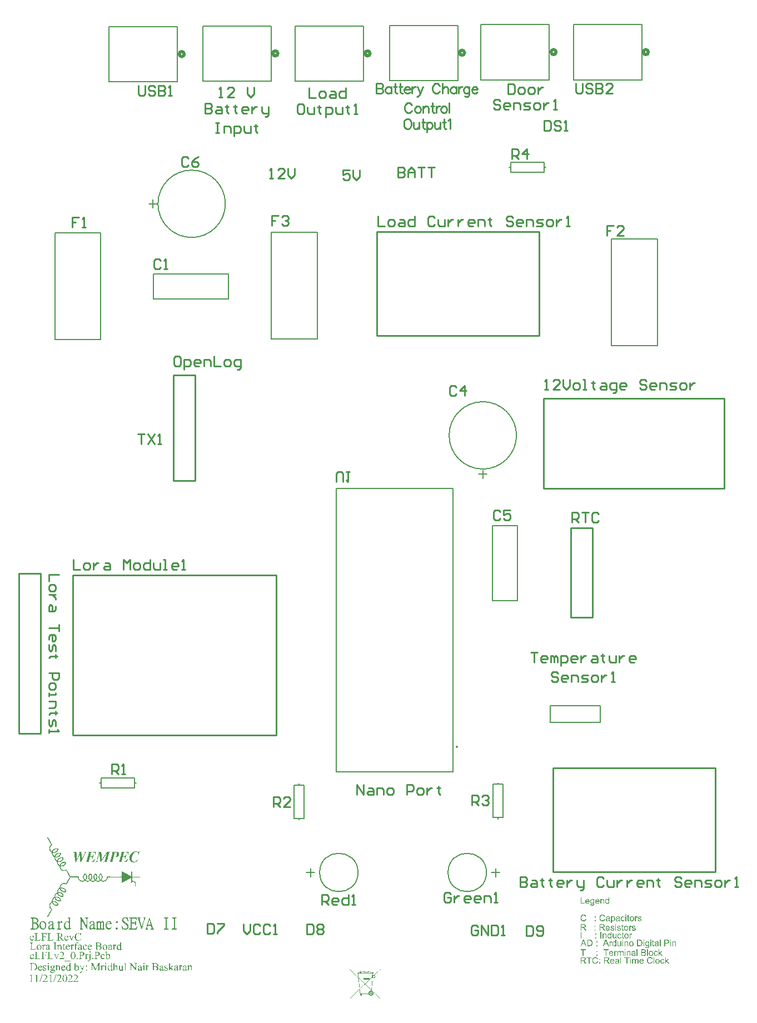
<source format=gto>
G04*
G04 #@! TF.GenerationSoftware,Altium Limited,Altium Designer,22.1.2 (22)*
G04*
G04 Layer_Color=65535*
%FSLAX25Y25*%
%MOIN*%
G70*
G04*
G04 #@! TF.SameCoordinates,E28053CA-E4DF-42EA-84DA-B9CFE034DEEF*
G04*
G04*
G04 #@! TF.FilePolarity,Positive*
G04*
G01*
G75*
%ADD10C,0.00787*%
%ADD11C,0.00600*%
%ADD12C,0.02000*%
%ADD13C,0.00500*%
%ADD14C,0.01000*%
G36*
X146092Y92354D02*
X145958D01*
Y91818D01*
X145824D01*
Y91014D01*
X145690D01*
Y90478D01*
X145556D01*
Y90344D01*
X145422D01*
Y91148D01*
X145288D01*
Y91550D01*
X145154D01*
Y91818D01*
X145020D01*
Y91952D01*
X144886D01*
Y92086D01*
X144752D01*
Y92220D01*
X144350D01*
Y92354D01*
X143948D01*
Y92220D01*
X143546D01*
Y92086D01*
X143278D01*
Y91952D01*
X143010D01*
Y91818D01*
X142876D01*
Y91684D01*
X142742D01*
Y91550D01*
X142608D01*
Y91416D01*
X142474D01*
Y91148D01*
X142341D01*
Y91014D01*
X142207D01*
Y90746D01*
X142072D01*
Y90478D01*
X141939D01*
Y90210D01*
X141805D01*
Y89808D01*
X141671D01*
Y89272D01*
X141537D01*
Y88602D01*
X141403D01*
Y87664D01*
X141537D01*
Y87262D01*
X141671D01*
Y86994D01*
X141805D01*
Y86726D01*
X142072D01*
Y86593D01*
X142341D01*
Y86458D01*
X143546D01*
Y86593D01*
X143814D01*
Y86726D01*
X144082D01*
Y86861D01*
X144350D01*
Y86994D01*
X144484D01*
Y87128D01*
X144618D01*
Y87262D01*
X144752D01*
Y87530D01*
X145020D01*
Y87128D01*
X144886D01*
Y86994D01*
X144752D01*
Y86861D01*
X144618D01*
Y86726D01*
X144484D01*
Y86593D01*
X144350D01*
Y86458D01*
X144216D01*
Y86325D01*
X143948D01*
Y86191D01*
X143546D01*
Y86057D01*
X142742D01*
Y85923D01*
X142474D01*
Y86057D01*
X141671D01*
Y86191D01*
X141269D01*
Y86325D01*
X141001D01*
Y86458D01*
X140867D01*
Y86593D01*
X140733D01*
Y86726D01*
X140599D01*
Y86861D01*
X140465D01*
Y87128D01*
X140331D01*
Y87262D01*
X140197D01*
Y87798D01*
X140063D01*
Y89138D01*
X140197D01*
Y89808D01*
X140331D01*
Y90076D01*
X140465D01*
Y90478D01*
X140599D01*
Y90612D01*
X140733D01*
Y90746D01*
X140867D01*
Y91014D01*
X141001D01*
Y91148D01*
X141135D01*
Y91416D01*
X141269D01*
Y91550D01*
X141537D01*
Y91684D01*
X141671D01*
Y91818D01*
X141805D01*
Y91952D01*
X142072D01*
Y92086D01*
X142207D01*
Y92220D01*
X142474D01*
Y92354D01*
X143010D01*
Y92488D01*
X144752D01*
Y92354D01*
X145824D01*
Y92488D01*
X146092D01*
Y92354D01*
D02*
G37*
G36*
X139661Y91952D02*
X139527D01*
Y91416D01*
X139393D01*
Y90746D01*
X139125D01*
Y91416D01*
X138991D01*
Y91684D01*
X138857D01*
Y91818D01*
X138589D01*
Y91952D01*
X138455D01*
Y92086D01*
X137651D01*
Y92220D01*
X137115D01*
Y92086D01*
X136847D01*
Y91818D01*
X136713D01*
Y91416D01*
X136579D01*
Y90880D01*
X136445D01*
Y90478D01*
X136311D01*
Y90076D01*
X136177D01*
Y89540D01*
X136981D01*
Y89674D01*
X137383D01*
Y89808D01*
X137651D01*
Y89942D01*
X137785D01*
Y90076D01*
X137919D01*
Y90344D01*
X138053D01*
Y90612D01*
X138321D01*
Y90210D01*
X138187D01*
Y89674D01*
X138053D01*
Y89540D01*
Y89406D01*
Y89272D01*
X137919D01*
Y88736D01*
X137785D01*
Y88334D01*
X137651D01*
Y88066D01*
X137517D01*
Y88736D01*
X137383D01*
Y89004D01*
X137249D01*
Y89138D01*
X137115D01*
Y89272D01*
X136043D01*
Y89004D01*
X135909D01*
Y88468D01*
X135775D01*
Y87932D01*
X135642D01*
Y87530D01*
X135508D01*
Y86994D01*
X135373D01*
Y86593D01*
X135508D01*
Y86458D01*
X135775D01*
Y86325D01*
X136445D01*
Y86458D01*
X137115D01*
Y86593D01*
X137517D01*
Y86726D01*
X137785D01*
Y86861D01*
X138053D01*
Y86994D01*
X138187D01*
Y87128D01*
X138321D01*
Y87262D01*
X138455D01*
Y87396D01*
X138589D01*
Y87530D01*
X138723D01*
Y87798D01*
X138857D01*
Y87932D01*
X139125D01*
Y87798D01*
X138991D01*
Y87396D01*
X138857D01*
Y86994D01*
X138723D01*
Y86593D01*
X138589D01*
Y86191D01*
X133364D01*
Y86325D01*
X133632D01*
Y86458D01*
X133900D01*
Y86726D01*
X134034D01*
Y86994D01*
X134168D01*
Y87530D01*
X134302D01*
Y87932D01*
X134436D01*
Y88468D01*
X134570D01*
Y89004D01*
X134704D01*
Y89406D01*
X134838D01*
Y89942D01*
X134972D01*
Y90478D01*
X135106D01*
Y90880D01*
X135240D01*
Y91416D01*
X135373D01*
Y92086D01*
X135106D01*
Y92220D01*
X134704D01*
Y92354D01*
X139661D01*
Y91952D01*
D02*
G37*
G36*
X119966D02*
X119832D01*
Y91282D01*
X119698D01*
Y90746D01*
X119430D01*
Y91282D01*
X119296D01*
Y91684D01*
X119162D01*
Y91818D01*
X118894D01*
Y91952D01*
X118760D01*
Y92086D01*
X118090D01*
Y92220D01*
X117420D01*
Y92086D01*
X117152D01*
Y91952D01*
X117018D01*
Y91550D01*
X116884D01*
Y91014D01*
X116750D01*
Y90478D01*
X116616D01*
Y89942D01*
X116482D01*
Y89540D01*
X117286D01*
Y89674D01*
X117688D01*
Y89808D01*
X117956D01*
Y89942D01*
X118090D01*
Y90076D01*
X118224D01*
Y90344D01*
X118358D01*
Y90612D01*
X118626D01*
Y90210D01*
X118492D01*
Y89808D01*
X118358D01*
Y89272D01*
X118224D01*
Y88736D01*
X118090D01*
Y88200D01*
X117956D01*
Y88066D01*
X117822D01*
Y88736D01*
X117688D01*
Y89004D01*
X117554D01*
Y89138D01*
X117420D01*
Y89272D01*
X116348D01*
Y89004D01*
X116214D01*
Y88602D01*
X116080D01*
Y88066D01*
X115946D01*
Y87530D01*
X115812D01*
Y86994D01*
X115678D01*
Y86593D01*
X115812D01*
Y86458D01*
X116080D01*
Y86325D01*
X116616D01*
Y86458D01*
X117420D01*
Y86593D01*
X117688D01*
Y86726D01*
X118090D01*
Y86861D01*
X118358D01*
Y86994D01*
X118492D01*
Y87128D01*
X118626D01*
Y87262D01*
X118760D01*
Y87396D01*
X118894D01*
Y87530D01*
X119028D01*
Y87798D01*
X119162D01*
Y87932D01*
X119296D01*
Y87530D01*
X119162D01*
Y86994D01*
X119028D01*
Y86593D01*
X118894D01*
Y86191D01*
X113669D01*
Y86325D01*
X113937D01*
Y86458D01*
X114205D01*
Y86726D01*
X114339D01*
Y86994D01*
X114472D01*
Y87530D01*
X114606D01*
Y87932D01*
X114741D01*
Y88468D01*
X114874D01*
Y89004D01*
X115008D01*
Y89540D01*
X115142D01*
Y89942D01*
X115276D01*
Y90478D01*
X115410D01*
Y90880D01*
X115544D01*
Y91416D01*
X115678D01*
Y92086D01*
X115410D01*
Y92220D01*
X115008D01*
Y92354D01*
X119966D01*
Y91952D01*
D02*
G37*
G36*
X114472Y92220D02*
X114205D01*
Y92086D01*
X113937D01*
Y91818D01*
X113803D01*
Y91684D01*
X113669D01*
Y91416D01*
X113535D01*
Y91148D01*
X113401D01*
Y90880D01*
X113267D01*
Y90478D01*
X113133D01*
Y90210D01*
X112999D01*
Y90076D01*
X112865D01*
Y89808D01*
X112731D01*
Y89406D01*
X112597D01*
Y89138D01*
X112463D01*
Y88870D01*
X112329D01*
Y88602D01*
X112195D01*
Y88334D01*
X112061D01*
Y88066D01*
X111927D01*
Y87798D01*
X111793D01*
Y87530D01*
X111659D01*
Y87262D01*
X111525D01*
Y86994D01*
X111391D01*
Y86726D01*
X111257D01*
Y86458D01*
X111123D01*
Y86191D01*
X110989D01*
Y85923D01*
X110855D01*
Y86057D01*
X110721D01*
Y86726D01*
X110587D01*
Y87798D01*
X110453D01*
Y88870D01*
X110319D01*
Y89942D01*
X110185D01*
Y90478D01*
X110051D01*
Y90344D01*
X109917D01*
Y89942D01*
X109783D01*
Y89674D01*
X109649D01*
Y89406D01*
X109515D01*
Y89138D01*
X109381D01*
Y88870D01*
X109247D01*
Y88602D01*
X109113D01*
Y88334D01*
X108979D01*
Y88066D01*
X108845D01*
Y87798D01*
X108711D01*
Y87530D01*
X108577D01*
Y87262D01*
X108443D01*
Y86861D01*
X108309D01*
Y86593D01*
X108175D01*
Y86325D01*
X108041D01*
Y86057D01*
X107907D01*
Y85923D01*
X107773D01*
Y86057D01*
X107640D01*
Y86994D01*
X107506D01*
Y88066D01*
X107371D01*
Y89004D01*
X107238D01*
Y89272D01*
Y89406D01*
Y89942D01*
X107104D01*
Y90880D01*
X106970D01*
Y91818D01*
X106836D01*
Y92086D01*
X106568D01*
Y92220D01*
X106300D01*
Y92354D01*
X108845D01*
Y92220D01*
X108443D01*
Y92086D01*
X108309D01*
Y91818D01*
X108175D01*
Y91550D01*
X108309D01*
Y90344D01*
X108443D01*
Y88870D01*
X108577D01*
Y88334D01*
X108711D01*
Y88468D01*
X108845D01*
Y88736D01*
X108979D01*
Y89004D01*
X109113D01*
Y89272D01*
X109247D01*
Y89540D01*
X109381D01*
Y89942D01*
X109515D01*
Y90210D01*
X109649D01*
Y90478D01*
X109783D01*
Y90612D01*
X109917D01*
Y91014D01*
X110051D01*
Y91952D01*
X109917D01*
Y92086D01*
X109783D01*
Y92220D01*
X109381D01*
Y92354D01*
X111927D01*
Y92220D01*
X111525D01*
Y92086D01*
X111391D01*
Y91952D01*
X111257D01*
Y91282D01*
X111391D01*
Y90076D01*
X111525D01*
Y89004D01*
X111659D01*
Y88334D01*
X111793D01*
Y88468D01*
X111927D01*
Y88870D01*
X112061D01*
Y89138D01*
X112195D01*
Y89406D01*
X112329D01*
Y89540D01*
X112463D01*
Y89942D01*
X112597D01*
Y90210D01*
X112731D01*
Y90478D01*
X112865D01*
Y90746D01*
X112999D01*
Y91014D01*
X113133D01*
Y91282D01*
X113267D01*
Y91550D01*
X113401D01*
Y91952D01*
X113267D01*
Y92086D01*
X113133D01*
Y92220D01*
X112731D01*
Y92354D01*
X114472D01*
Y92220D01*
D02*
G37*
G36*
X128541D02*
X128272D01*
Y92086D01*
X128005D01*
Y91818D01*
X127871D01*
Y91416D01*
X127737D01*
Y90880D01*
X127603D01*
Y90478D01*
X127469D01*
Y89942D01*
X127335D01*
Y89540D01*
X127201D01*
Y89138D01*
X127067D01*
Y88468D01*
X126933D01*
Y88066D01*
X126799D01*
Y87530D01*
X126665D01*
Y87128D01*
X126531D01*
Y86593D01*
X126665D01*
Y86458D01*
X126799D01*
Y86325D01*
X127201D01*
Y86057D01*
X127067D01*
Y86191D01*
X124655D01*
Y86057D01*
X124521D01*
Y86191D01*
X124387D01*
Y86325D01*
X124789D01*
Y86458D01*
X125057D01*
Y86593D01*
X125191D01*
Y86861D01*
X125325D01*
Y87262D01*
X125459D01*
Y87798D01*
X125593D01*
Y88334D01*
X125727D01*
Y88870D01*
X125861D01*
Y89406D01*
X125995D01*
Y89808D01*
X126129D01*
Y90344D01*
X126263D01*
Y90746D01*
X126397D01*
Y91282D01*
X126263D01*
Y91014D01*
X126129D01*
Y90880D01*
X125995D01*
Y90612D01*
X125861D01*
Y90478D01*
X125727D01*
Y90210D01*
X125593D01*
Y90076D01*
X125459D01*
Y89808D01*
X125325D01*
Y89674D01*
X125191D01*
Y89406D01*
X125057D01*
Y89272D01*
X124923D01*
Y89004D01*
X124789D01*
Y88870D01*
X124655D01*
Y88602D01*
X124521D01*
Y88334D01*
X124387D01*
Y88200D01*
X124253D01*
Y88066D01*
X124119D01*
Y87798D01*
X123985D01*
Y87664D01*
X123851D01*
Y87396D01*
X123717D01*
Y87128D01*
X123583D01*
Y86994D01*
X123449D01*
Y86726D01*
X123315D01*
Y86593D01*
X123181D01*
Y86325D01*
X123047D01*
Y86191D01*
X122913D01*
Y86057D01*
X122645D01*
Y86726D01*
X122511D01*
Y87932D01*
X122377D01*
Y89138D01*
X122243D01*
Y90210D01*
X122109D01*
Y91148D01*
X121975D01*
Y91014D01*
X121842D01*
Y90478D01*
X121707D01*
Y90344D01*
Y90210D01*
Y90076D01*
X121573D01*
Y89674D01*
X121440D01*
Y89004D01*
X121306D01*
Y88602D01*
X121171D01*
Y88066D01*
X121038D01*
Y87664D01*
X120904D01*
Y86994D01*
X120770D01*
Y86861D01*
X120904D01*
Y86593D01*
X121038D01*
Y86458D01*
X121171D01*
Y86325D01*
X121573D01*
Y86191D01*
X119966D01*
Y86057D01*
X119832D01*
Y86191D01*
X119698D01*
Y86325D01*
X119966D01*
Y86458D01*
X120100D01*
Y86593D01*
X120234D01*
Y86726D01*
X120368D01*
Y86994D01*
X120502D01*
Y87396D01*
X120636D01*
Y87932D01*
X120770D01*
Y88468D01*
X120904D01*
Y88870D01*
X121038D01*
Y89272D01*
X121171D01*
Y89808D01*
X121306D01*
Y90210D01*
X121440D01*
Y90746D01*
X121573D01*
Y91148D01*
X121707D01*
Y91684D01*
X121842D01*
Y91952D01*
X121707D01*
Y92086D01*
X121573D01*
Y92220D01*
X121171D01*
Y92354D01*
X123181D01*
Y91416D01*
X123315D01*
Y90210D01*
X123449D01*
Y89138D01*
X123583D01*
Y88066D01*
X123717D01*
Y87932D01*
X123851D01*
Y88200D01*
X123985D01*
Y88468D01*
X124119D01*
Y88602D01*
X124253D01*
Y88870D01*
X124387D01*
Y89004D01*
X124521D01*
Y89272D01*
X124655D01*
Y89406D01*
X124789D01*
Y89674D01*
X124923D01*
Y89942D01*
X125057D01*
Y90076D01*
X125191D01*
Y90344D01*
X125325D01*
Y90478D01*
X125459D01*
Y90746D01*
X125593D01*
Y90880D01*
X125727D01*
Y91148D01*
X125861D01*
Y91282D01*
X125995D01*
Y91550D01*
X126129D01*
Y91684D01*
X126263D01*
Y91952D01*
X126397D01*
Y92220D01*
X126531D01*
Y92354D01*
X128541D01*
Y92220D01*
D02*
G37*
G36*
X132828D02*
X133230D01*
Y92086D01*
X133364D01*
Y91952D01*
X133498D01*
Y91818D01*
X133632D01*
Y91684D01*
X133766D01*
Y91282D01*
X133900D01*
Y90746D01*
X133766D01*
Y90210D01*
X133632D01*
Y90076D01*
X133498D01*
Y89808D01*
X133364D01*
Y89674D01*
X133096D01*
Y89540D01*
X132962D01*
Y89406D01*
X132694D01*
Y89272D01*
X132024D01*
Y89138D01*
X130416D01*
Y88468D01*
X130282D01*
Y87932D01*
X130148D01*
Y87530D01*
X130014D01*
Y86994D01*
X129880D01*
Y86593D01*
X130014D01*
Y86458D01*
X130148D01*
Y86325D01*
X130550D01*
Y86191D01*
X127871D01*
Y86325D01*
X128138D01*
Y86458D01*
X128407D01*
Y86593D01*
X128541D01*
Y86861D01*
X128674D01*
Y87396D01*
X128808D01*
Y87932D01*
X128942D01*
Y88468D01*
X129076D01*
Y88870D01*
X129210D01*
Y89406D01*
X129344D01*
Y89808D01*
X129478D01*
Y90344D01*
X129612D01*
Y90880D01*
X129746D01*
Y91416D01*
X129880D01*
Y92086D01*
X129612D01*
Y92220D01*
X129210D01*
Y92354D01*
X132828D01*
Y92220D01*
D02*
G37*
G36*
X91294Y100794D02*
X91428D01*
Y100526D01*
X91562D01*
Y100259D01*
X91696D01*
Y100125D01*
X91830D01*
Y99857D01*
X91964D01*
Y99589D01*
X92098D01*
Y99455D01*
X92232D01*
Y99187D01*
X92366D01*
Y98919D01*
X92500D01*
Y98651D01*
X92634D01*
Y98517D01*
X92768D01*
Y98249D01*
X92902D01*
Y97981D01*
X93036D01*
Y97713D01*
X93170D01*
Y97445D01*
X93304D01*
Y97311D01*
X93437D01*
Y97043D01*
X93572D01*
Y96775D01*
X93705D01*
Y96239D01*
X93437D01*
Y96105D01*
X93304D01*
Y95971D01*
X93170D01*
Y95837D01*
X93036D01*
Y95703D01*
X92902D01*
Y95569D01*
X92768D01*
Y95301D01*
X92634D01*
Y94899D01*
X92500D01*
Y93827D01*
X92634D01*
Y93426D01*
X92768D01*
Y93158D01*
X92902D01*
Y93024D01*
X93036D01*
Y92756D01*
X93304D01*
Y92622D01*
X93437D01*
Y92488D01*
X93705D01*
Y92890D01*
X93840D01*
Y93158D01*
X93973D01*
Y93291D01*
X94107D01*
Y93426D01*
X94241D01*
Y93559D01*
X94375D01*
Y93694D01*
X94509D01*
Y93827D01*
X94643D01*
Y93962D01*
X94911D01*
Y94095D01*
X95179D01*
Y94229D01*
X95447D01*
Y94363D01*
X97055D01*
Y94229D01*
X97323D01*
Y94095D01*
X97457D01*
Y93694D01*
X97323D01*
Y93291D01*
X97189D01*
Y93024D01*
X97055D01*
Y92756D01*
X96921D01*
Y92622D01*
X96787D01*
Y92488D01*
X96653D01*
Y92354D01*
X96519D01*
Y92220D01*
X96385D01*
Y92086D01*
X96117D01*
Y91952D01*
X95983D01*
Y91818D01*
X95581D01*
Y91684D01*
X94107D01*
Y91550D01*
X93973D01*
Y91416D01*
X94107D01*
Y90880D01*
X94241D01*
Y90612D01*
X94375D01*
Y90344D01*
X94509D01*
Y90210D01*
X94643D01*
Y90076D01*
X94777D01*
Y89942D01*
X94911D01*
Y89808D01*
X95179D01*
Y89942D01*
X95313D01*
Y90210D01*
X95447D01*
Y90478D01*
X95581D01*
Y90746D01*
X95715D01*
Y90880D01*
X95849D01*
Y91014D01*
X96117D01*
Y91148D01*
X96251D01*
Y91282D01*
X96385D01*
Y91416D01*
X96653D01*
Y91550D01*
X97189D01*
Y91684D01*
X98395D01*
Y91550D01*
X98931D01*
Y90746D01*
X98797D01*
Y90478D01*
X98663D01*
Y90210D01*
X98529D01*
Y90076D01*
X98395D01*
Y89808D01*
X98261D01*
Y89674D01*
X98127D01*
Y89540D01*
X97993D01*
Y89406D01*
X97725D01*
Y89272D01*
X97457D01*
Y89138D01*
X97189D01*
Y89004D01*
X96653D01*
Y88870D01*
X95983D01*
Y89004D01*
X95581D01*
Y88334D01*
X95715D01*
Y88066D01*
X95849D01*
Y87798D01*
X95983D01*
Y87530D01*
X96117D01*
Y87396D01*
X96251D01*
Y87262D01*
X96385D01*
Y87128D01*
X96787D01*
Y87396D01*
X96921D01*
Y87664D01*
X97055D01*
Y87932D01*
X97189D01*
Y88066D01*
X97323D01*
Y88200D01*
X97457D01*
Y88334D01*
X97591D01*
Y88468D01*
X97859D01*
Y88602D01*
X97993D01*
Y88736D01*
X98395D01*
Y88870D01*
X98663D01*
Y89004D01*
X99869D01*
Y88870D01*
X100271D01*
Y88736D01*
X100405D01*
Y88602D01*
X100539D01*
Y88334D01*
X100405D01*
Y87932D01*
X100271D01*
Y87664D01*
X100137D01*
Y87396D01*
X100003D01*
Y87262D01*
X99869D01*
Y87128D01*
X99735D01*
Y86994D01*
X99601D01*
Y86861D01*
X99467D01*
Y86726D01*
X99333D01*
Y86593D01*
X99065D01*
Y86458D01*
X98797D01*
Y86325D01*
X98395D01*
Y86191D01*
X97055D01*
Y85923D01*
X97189D01*
Y85387D01*
X97323D01*
Y85119D01*
X97457D01*
Y84985D01*
X97591D01*
Y84851D01*
X97725D01*
Y84717D01*
X97859D01*
Y84583D01*
X97993D01*
Y84449D01*
X98127D01*
Y84315D01*
X98261D01*
Y84583D01*
X98395D01*
Y84851D01*
X98529D01*
Y85119D01*
X98663D01*
Y85253D01*
X98797D01*
Y85387D01*
X98931D01*
Y85521D01*
X99065D01*
Y85655D01*
X99199D01*
Y85789D01*
X99333D01*
Y85923D01*
X99601D01*
Y86057D01*
X99869D01*
Y86191D01*
X100539D01*
Y86325D01*
X101342D01*
Y86191D01*
X101878D01*
Y86057D01*
X102012D01*
Y85387D01*
X101878D01*
Y84985D01*
X101744D01*
Y84851D01*
X101610D01*
Y84583D01*
X101476D01*
Y84449D01*
X101342D01*
Y84315D01*
X101208D01*
Y84181D01*
X101074D01*
Y84047D01*
X100941D01*
Y83913D01*
X100672D01*
Y83779D01*
X100405D01*
Y83645D01*
X100003D01*
Y83511D01*
X98663D01*
Y82841D01*
X98797D01*
Y82573D01*
X98931D01*
Y82305D01*
X99065D01*
Y82171D01*
X99199D01*
Y82037D01*
X99333D01*
Y81903D01*
X99467D01*
Y81769D01*
X99601D01*
Y81635D01*
X99869D01*
Y81501D01*
X100137D01*
Y81367D01*
X101610D01*
Y81501D01*
X102012D01*
Y81635D01*
X102414D01*
Y81367D01*
X102548D01*
Y81099D01*
X102682D01*
Y80965D01*
X102816D01*
Y80697D01*
X102950D01*
Y80429D01*
X103084D01*
Y80161D01*
X103218D01*
Y80027D01*
X103352D01*
Y79760D01*
X103486D01*
Y79492D01*
X103620D01*
Y79224D01*
X103754D01*
Y78956D01*
X103888D01*
Y78822D01*
X104022D01*
Y78554D01*
X104156D01*
Y78286D01*
X104290D01*
Y78152D01*
X104424D01*
Y77884D01*
X104558D01*
Y77616D01*
X104692D01*
Y77482D01*
X109515D01*
Y77348D01*
X109649D01*
Y76678D01*
X109783D01*
Y76276D01*
X109917D01*
Y76008D01*
X110051D01*
Y75874D01*
X110185D01*
Y75606D01*
X110319D01*
Y75472D01*
X110587D01*
Y75338D01*
X110721D01*
Y75204D01*
X110989D01*
Y75070D01*
X111391D01*
Y74936D01*
X112329D01*
Y75070D01*
X112731D01*
Y75204D01*
X112999D01*
Y75338D01*
X112865D01*
Y75472D01*
X112731D01*
Y75740D01*
X112597D01*
Y76008D01*
X112463D01*
Y76276D01*
X112329D01*
Y76946D01*
X112195D01*
Y77482D01*
X112329D01*
Y78018D01*
X112463D01*
Y78420D01*
X112597D01*
Y78688D01*
X112731D01*
Y78822D01*
X112865D01*
Y78956D01*
X112999D01*
Y79090D01*
X113133D01*
Y79224D01*
X113267D01*
Y79358D01*
X113669D01*
Y79224D01*
X113803D01*
Y79090D01*
X113937D01*
Y78956D01*
X114071D01*
Y78688D01*
X114205D01*
Y78554D01*
X114339D01*
Y78286D01*
X114472D01*
Y77884D01*
X114606D01*
Y76410D01*
X114472D01*
Y76142D01*
X114339D01*
Y75874D01*
X114205D01*
Y75606D01*
X114071D01*
Y75472D01*
X113937D01*
Y75204D01*
X114071D01*
Y75070D01*
X114472D01*
Y74936D01*
X115544D01*
Y75070D01*
X115946D01*
Y75204D01*
X116080D01*
Y75338D01*
X115946D01*
Y75472D01*
X115812D01*
Y75740D01*
X115678D01*
Y76008D01*
X115544D01*
Y76410D01*
X115410D01*
Y78018D01*
X115544D01*
Y78286D01*
X115678D01*
Y78554D01*
X115812D01*
Y78822D01*
X115946D01*
Y78956D01*
X116080D01*
Y79090D01*
X116214D01*
Y79224D01*
X116348D01*
Y79358D01*
X116750D01*
Y79224D01*
X116884D01*
Y79090D01*
X117018D01*
Y78956D01*
X117152D01*
Y78822D01*
X117286D01*
Y78554D01*
X117420D01*
Y78286D01*
X117554D01*
Y78018D01*
X117688D01*
Y76410D01*
X117554D01*
Y76008D01*
X117420D01*
Y75740D01*
X117286D01*
Y75606D01*
X117152D01*
Y75472D01*
X117018D01*
Y75204D01*
X117152D01*
Y75070D01*
X117554D01*
Y74936D01*
X118626D01*
Y75070D01*
X119028D01*
Y75204D01*
X119162D01*
Y75472D01*
X119028D01*
Y75606D01*
X118894D01*
Y75740D01*
X118760D01*
Y76008D01*
X118626D01*
Y76410D01*
X118492D01*
Y77884D01*
X118626D01*
Y78286D01*
X118760D01*
Y78554D01*
X118894D01*
Y78688D01*
X119028D01*
Y78956D01*
X119162D01*
Y79090D01*
X119296D01*
Y79224D01*
X119430D01*
Y79358D01*
X119832D01*
Y79224D01*
X119966D01*
Y79090D01*
X120100D01*
Y78956D01*
X120234D01*
Y78822D01*
X120368D01*
Y78688D01*
X120502D01*
Y78420D01*
X120636D01*
Y78018D01*
X120770D01*
Y77348D01*
X120904D01*
Y76946D01*
X120770D01*
Y76276D01*
X120636D01*
Y75874D01*
X120502D01*
Y75740D01*
X120368D01*
Y75472D01*
X120234D01*
Y75338D01*
X120100D01*
Y75204D01*
X120368D01*
Y75070D01*
X120636D01*
Y74936D01*
X121707D01*
Y75070D01*
X122109D01*
Y75204D01*
X122243D01*
Y75472D01*
X122109D01*
Y75606D01*
X121975D01*
Y75874D01*
X121842D01*
Y76142D01*
X121707D01*
Y76544D01*
X121573D01*
Y77750D01*
X121707D01*
Y78152D01*
X121842D01*
Y78420D01*
X121975D01*
Y78688D01*
X122109D01*
Y78822D01*
X122243D01*
Y79090D01*
X122377D01*
Y79224D01*
X122511D01*
Y79358D01*
X123047D01*
Y79090D01*
X123181D01*
Y78956D01*
X123315D01*
Y78822D01*
X123449D01*
Y78688D01*
X123583D01*
Y78420D01*
X123717D01*
Y78152D01*
X123851D01*
Y77616D01*
X123985D01*
Y76812D01*
X123851D01*
Y76142D01*
X123717D01*
Y75874D01*
X123583D01*
Y75606D01*
X123449D01*
Y75472D01*
X123315D01*
Y75338D01*
X123181D01*
Y75204D01*
X123449D01*
Y75070D01*
X123851D01*
Y74936D01*
X124923D01*
Y75070D01*
X125191D01*
Y75204D01*
X125459D01*
Y75338D01*
X125727D01*
Y75472D01*
X125861D01*
Y75606D01*
X125995D01*
Y75740D01*
X126129D01*
Y76008D01*
X126263D01*
Y76142D01*
X126397D01*
Y76544D01*
X126531D01*
Y77214D01*
X126665D01*
Y77348D01*
X126799D01*
Y77482D01*
X126933D01*
Y77348D01*
X127335D01*
Y77482D01*
X127603D01*
Y77348D01*
X127737D01*
Y77482D01*
X128272D01*
Y77348D01*
X128407D01*
Y77482D01*
X128541D01*
Y77348D01*
X128674D01*
Y77482D01*
X128808D01*
Y77348D01*
X128942D01*
Y77482D01*
X129210D01*
Y77348D01*
X135240D01*
Y77482D01*
X135373D01*
Y80563D01*
X135775D01*
Y80429D01*
X136043D01*
Y80295D01*
X136177D01*
Y80161D01*
X136445D01*
Y80027D01*
X136713D01*
Y79893D01*
X136981D01*
Y79760D01*
X137249D01*
Y79625D01*
X137517D01*
Y79492D01*
X137785D01*
Y79358D01*
X138053D01*
Y79224D01*
X138321D01*
Y79090D01*
X138455D01*
Y78956D01*
X138723D01*
Y78822D01*
X138991D01*
Y78688D01*
X139259D01*
Y78554D01*
X139527D01*
Y78420D01*
X139795D01*
Y78286D01*
X140063D01*
Y78152D01*
X140197D01*
Y78018D01*
X140599D01*
Y77884D01*
X140733D01*
Y77750D01*
X141001D01*
Y80429D01*
X141135D01*
Y80563D01*
X141537D01*
Y80429D01*
X141671D01*
Y77348D01*
X146494D01*
Y76946D01*
X141671D01*
Y75070D01*
X141939D01*
Y74936D01*
X142207D01*
Y74802D01*
X142474D01*
Y74668D01*
X142742D01*
Y74534D01*
X143010D01*
Y74400D01*
X143278D01*
Y74266D01*
X143412D01*
Y74132D01*
X143680D01*
Y71721D01*
X143546D01*
Y71587D01*
X143412D01*
Y71721D01*
X143278D01*
Y73596D01*
X143144D01*
Y73864D01*
X142876D01*
Y73998D01*
X142608D01*
Y74132D01*
X142341D01*
Y74266D01*
X142072D01*
Y74400D01*
X141805D01*
Y74534D01*
X141671D01*
Y73864D01*
X141537D01*
Y73730D01*
X141135D01*
Y73864D01*
X141001D01*
Y76544D01*
X140733D01*
Y76410D01*
X140465D01*
Y76276D01*
X140197D01*
Y76142D01*
X140063D01*
Y76008D01*
X139795D01*
Y75874D01*
X139527D01*
Y75740D01*
X139259D01*
Y75606D01*
X138991D01*
Y75472D01*
X138723D01*
Y75338D01*
X138455D01*
Y75204D01*
X138321D01*
Y75070D01*
X138053D01*
Y74936D01*
X137785D01*
Y74802D01*
X137517D01*
Y74668D01*
X137249D01*
Y74534D01*
X136981D01*
Y74400D01*
X136713D01*
Y74266D01*
X136445D01*
Y74132D01*
X136177D01*
Y73998D01*
X135909D01*
Y73864D01*
X135775D01*
Y73730D01*
X135373D01*
Y76812D01*
X135240D01*
Y76946D01*
X127201D01*
Y76812D01*
X127067D01*
Y76410D01*
X126933D01*
Y76142D01*
X126799D01*
Y75874D01*
X126665D01*
Y75606D01*
X126531D01*
Y75472D01*
X126397D01*
Y75338D01*
X126263D01*
Y75204D01*
X126129D01*
Y75070D01*
X125995D01*
Y74936D01*
X125861D01*
Y74802D01*
X125593D01*
Y74668D01*
X125325D01*
Y74534D01*
X124923D01*
Y74400D01*
X123851D01*
Y74534D01*
X123315D01*
Y74668D01*
X123047D01*
Y74802D01*
X122511D01*
Y74668D01*
X122243D01*
Y74534D01*
X121707D01*
Y74400D01*
X120636D01*
Y74534D01*
X120234D01*
Y74668D01*
X119966D01*
Y74802D01*
X119296D01*
Y74668D01*
X119028D01*
Y74534D01*
X118626D01*
Y74400D01*
X117554D01*
Y74534D01*
X117152D01*
Y74668D01*
X116884D01*
Y74802D01*
X116214D01*
Y74668D01*
X115946D01*
Y74534D01*
X115410D01*
Y74400D01*
X114472D01*
Y74534D01*
X114071D01*
Y74668D01*
X113669D01*
Y74802D01*
X113133D01*
Y74668D01*
X112865D01*
Y74534D01*
X112329D01*
Y74400D01*
X111391D01*
Y74534D01*
X110855D01*
Y74668D01*
X110587D01*
Y74802D01*
X110319D01*
Y74936D01*
X110185D01*
Y75070D01*
X110051D01*
Y75204D01*
X109917D01*
Y75338D01*
X109783D01*
Y75472D01*
X109649D01*
Y75606D01*
X109515D01*
Y75874D01*
X109381D01*
Y76142D01*
X109247D01*
Y76678D01*
X109113D01*
Y76946D01*
X104692D01*
Y76812D01*
X104558D01*
Y76544D01*
X104424D01*
Y76276D01*
X104290D01*
Y76008D01*
X104156D01*
Y75740D01*
X104022D01*
Y75606D01*
X103888D01*
Y75338D01*
X103754D01*
Y75070D01*
X103620D01*
Y74802D01*
X103486D01*
Y74668D01*
X103352D01*
Y74400D01*
X103218D01*
Y74132D01*
X103084D01*
Y73998D01*
X102950D01*
Y73730D01*
X102816D01*
Y73462D01*
X102682D01*
Y73194D01*
X102548D01*
Y73061D01*
X102414D01*
Y72793D01*
X102280D01*
Y72658D01*
X102146D01*
Y72793D01*
X101878D01*
Y72926D01*
X101476D01*
Y73061D01*
X100405D01*
Y72926D01*
X100003D01*
Y72793D01*
X99735D01*
Y72658D01*
X99601D01*
Y72524D01*
X99467D01*
Y72391D01*
X99333D01*
Y72257D01*
X99199D01*
Y72123D01*
X99065D01*
Y71989D01*
X98931D01*
Y71587D01*
X98797D01*
Y71185D01*
X98663D01*
Y70783D01*
X99199D01*
Y70917D01*
X99601D01*
Y70783D01*
X100405D01*
Y70649D01*
X100672D01*
Y70515D01*
X100941D01*
Y70381D01*
X101074D01*
Y70247D01*
X101208D01*
Y70113D01*
X101342D01*
Y69979D01*
X101476D01*
Y69845D01*
X101610D01*
Y69711D01*
X101744D01*
Y69443D01*
X101878D01*
Y69175D01*
X102012D01*
Y68639D01*
X102146D01*
Y68505D01*
X102012D01*
Y68237D01*
X101610D01*
Y68103D01*
X100271D01*
Y68237D01*
X99869D01*
Y68371D01*
X99601D01*
Y68505D01*
X99333D01*
Y68639D01*
X99199D01*
Y68773D01*
X99065D01*
Y68907D01*
X98931D01*
Y69041D01*
X98797D01*
Y69175D01*
X98663D01*
Y69443D01*
X98529D01*
Y69577D01*
X98395D01*
Y69979D01*
X97993D01*
Y69845D01*
X97859D01*
Y69711D01*
X97725D01*
Y69577D01*
X97591D01*
Y69309D01*
X97457D01*
Y69175D01*
X97323D01*
Y68773D01*
X97189D01*
Y68103D01*
X97591D01*
Y68237D01*
X98127D01*
Y68103D01*
X98797D01*
Y67969D01*
X99065D01*
Y67835D01*
X99333D01*
Y67701D01*
X99467D01*
Y67567D01*
X99601D01*
Y67433D01*
X99869D01*
Y67165D01*
X100003D01*
Y67031D01*
X100137D01*
Y66897D01*
X100271D01*
Y66629D01*
X100405D01*
Y66227D01*
X100539D01*
Y65692D01*
X100405D01*
Y65557D01*
X100271D01*
Y65424D01*
X98663D01*
Y65557D01*
X98261D01*
Y65692D01*
X97993D01*
Y65825D01*
X97859D01*
Y65960D01*
X97591D01*
Y66093D01*
X97457D01*
Y66227D01*
X97323D01*
Y66361D01*
X97189D01*
Y66629D01*
X97055D01*
Y66763D01*
X96921D01*
Y67031D01*
X96787D01*
Y67299D01*
X96519D01*
Y67165D01*
X96385D01*
Y67031D01*
X96251D01*
Y66897D01*
X96117D01*
Y66763D01*
X95983D01*
Y66495D01*
X95849D01*
Y66227D01*
X95715D01*
Y65825D01*
X95581D01*
Y65424D01*
X97055D01*
Y65290D01*
X97457D01*
Y65156D01*
X97725D01*
Y65022D01*
X97859D01*
Y64888D01*
X98127D01*
Y64754D01*
X98261D01*
Y64620D01*
X98395D01*
Y64486D01*
X98529D01*
Y64218D01*
X98663D01*
Y63950D01*
X98797D01*
Y63682D01*
X98931D01*
Y63280D01*
X99065D01*
Y63012D01*
X98931D01*
Y62878D01*
X98663D01*
Y62744D01*
X97055D01*
Y62878D01*
X96653D01*
Y63012D01*
X96385D01*
Y63146D01*
X96251D01*
Y63280D01*
X95983D01*
Y63414D01*
X95849D01*
Y63682D01*
X95581D01*
Y63950D01*
X95447D01*
Y64218D01*
X95313D01*
Y64486D01*
X95179D01*
Y64620D01*
X95045D01*
Y64486D01*
X94777D01*
Y64352D01*
X94643D01*
Y64084D01*
X94509D01*
Y63950D01*
X94375D01*
Y63682D01*
X94241D01*
Y63414D01*
X94107D01*
Y62744D01*
X95581D01*
Y62610D01*
X95849D01*
Y62476D01*
X96117D01*
Y62342D01*
X96385D01*
Y62208D01*
X96519D01*
Y62074D01*
X96653D01*
Y61940D01*
X96787D01*
Y61806D01*
X96921D01*
Y61672D01*
X97055D01*
Y61404D01*
X97189D01*
Y61136D01*
X97323D01*
Y60734D01*
X97457D01*
Y60198D01*
X97189D01*
Y60064D01*
X96653D01*
Y59930D01*
X95983D01*
Y60064D01*
X95447D01*
Y60198D01*
X95045D01*
Y60332D01*
X94911D01*
Y60466D01*
X94643D01*
Y60600D01*
X94509D01*
Y60734D01*
X94375D01*
Y60868D01*
X94241D01*
Y61002D01*
X94107D01*
Y61136D01*
X93973D01*
Y61404D01*
X93840D01*
Y61672D01*
X93705D01*
Y61940D01*
X93437D01*
Y61806D01*
X93304D01*
Y61672D01*
X93170D01*
Y61538D01*
X93036D01*
Y61404D01*
X92902D01*
Y61136D01*
X92768D01*
Y60868D01*
X92634D01*
Y60466D01*
X92500D01*
Y59662D01*
X92634D01*
Y59260D01*
X92768D01*
Y58859D01*
X92902D01*
Y58724D01*
X93036D01*
Y58591D01*
X93170D01*
Y58457D01*
X93304D01*
Y58323D01*
X93437D01*
Y58189D01*
X93572D01*
Y58055D01*
X93705D01*
Y57921D01*
X93840D01*
Y57787D01*
X93705D01*
Y57519D01*
X93572D01*
Y57251D01*
X93437D01*
Y57117D01*
X93304D01*
Y56849D01*
X93170D01*
Y56581D01*
X93036D01*
Y56313D01*
X92902D01*
Y56179D01*
X92768D01*
Y55911D01*
X92634D01*
Y55643D01*
X92500D01*
Y55509D01*
X92366D01*
Y55241D01*
X92232D01*
Y54973D01*
X92098D01*
Y54705D01*
X91964D01*
Y54437D01*
X91830D01*
Y54303D01*
X91696D01*
Y54035D01*
X91562D01*
Y53767D01*
X91428D01*
Y53499D01*
X91294D01*
Y53365D01*
X90892D01*
Y53499D01*
X90758D01*
Y53767D01*
X90892D01*
Y53901D01*
X91026D01*
Y54169D01*
X91160D01*
Y54437D01*
X91294D01*
Y54571D01*
X91428D01*
Y54839D01*
X91562D01*
Y55107D01*
X91696D01*
Y55375D01*
X91830D01*
Y55509D01*
X91964D01*
Y55777D01*
X92098D01*
Y56045D01*
X92232D01*
Y56313D01*
X92366D01*
Y56581D01*
X92500D01*
Y56715D01*
X92634D01*
Y56983D01*
X92768D01*
Y57251D01*
X92902D01*
Y57385D01*
X93036D01*
Y57653D01*
X93170D01*
Y57787D01*
X93036D01*
Y57921D01*
X92902D01*
Y58055D01*
X92768D01*
Y58189D01*
X92634D01*
Y58323D01*
X92500D01*
Y58591D01*
X92366D01*
Y58724D01*
X92232D01*
Y59127D01*
X92098D01*
Y59662D01*
X91964D01*
Y60332D01*
X92098D01*
Y60868D01*
X92232D01*
Y61270D01*
X92366D01*
Y61538D01*
X92500D01*
Y61672D01*
X92634D01*
Y61806D01*
X92768D01*
Y61940D01*
X92902D01*
Y62074D01*
X93036D01*
Y62208D01*
X93170D01*
Y62342D01*
X93304D01*
Y62476D01*
X93572D01*
Y63414D01*
X93705D01*
Y63816D01*
X93840D01*
Y64084D01*
X93973D01*
Y64352D01*
X94107D01*
Y64486D01*
X94241D01*
Y64620D01*
X94375D01*
Y64754D01*
X94509D01*
Y64888D01*
X94643D01*
Y65022D01*
X94911D01*
Y65156D01*
X95045D01*
Y65825D01*
X95179D01*
Y66361D01*
X95313D01*
Y66629D01*
X95447D01*
Y66897D01*
X95581D01*
Y67031D01*
X95715D01*
Y67299D01*
X95849D01*
Y67433D01*
X95983D01*
Y67567D01*
X96251D01*
Y67701D01*
X96385D01*
Y67835D01*
X96653D01*
Y68773D01*
X96787D01*
Y69175D01*
X96921D01*
Y69443D01*
X97055D01*
Y69711D01*
X97189D01*
Y69845D01*
X97323D01*
Y69979D01*
X97457D01*
Y70113D01*
X97591D01*
Y70247D01*
X97725D01*
Y70381D01*
X97859D01*
Y70515D01*
X98127D01*
Y71185D01*
X98261D01*
Y71721D01*
X98395D01*
Y71989D01*
X98529D01*
Y72257D01*
X98663D01*
Y72391D01*
X98797D01*
Y72658D01*
X98931D01*
Y72793D01*
X99065D01*
Y72926D01*
X99199D01*
Y73061D01*
X99333D01*
Y73194D01*
X99601D01*
Y73328D01*
X100003D01*
Y73462D01*
X100405D01*
Y73596D01*
X101476D01*
Y73462D01*
X101878D01*
Y73328D01*
X102146D01*
Y73596D01*
X102280D01*
Y73864D01*
X102414D01*
Y73998D01*
X102548D01*
Y74266D01*
X102682D01*
Y74534D01*
X102816D01*
Y74802D01*
X102950D01*
Y75070D01*
X103084D01*
Y75204D01*
X103218D01*
Y75472D01*
X103352D01*
Y75740D01*
X103486D01*
Y75874D01*
X103620D01*
Y76276D01*
X103754D01*
Y76410D01*
X103888D01*
Y76678D01*
X104022D01*
Y76946D01*
X104156D01*
Y77080D01*
X104290D01*
Y77214D01*
X104156D01*
Y77482D01*
X104022D01*
Y77750D01*
X103888D01*
Y78018D01*
X103754D01*
Y78152D01*
X103620D01*
Y78420D01*
X103486D01*
Y78688D01*
X103352D01*
Y78956D01*
X103218D01*
Y79090D01*
X103084D01*
Y79358D01*
X102950D01*
Y79625D01*
X102816D01*
Y79893D01*
X102682D01*
Y80161D01*
X102548D01*
Y80295D01*
X102414D01*
Y80563D01*
X102280D01*
Y80831D01*
X102146D01*
Y80965D01*
X101744D01*
Y80831D01*
X100137D01*
Y80965D01*
X99735D01*
Y81099D01*
X99467D01*
Y81233D01*
X99199D01*
Y81367D01*
X99065D01*
Y81501D01*
X98931D01*
Y81635D01*
X98797D01*
Y81903D01*
X98663D01*
Y82037D01*
X98529D01*
Y82171D01*
X98395D01*
Y82439D01*
X98261D01*
Y82841D01*
X98127D01*
Y83779D01*
X97993D01*
Y83913D01*
X97725D01*
Y84047D01*
X97591D01*
Y84181D01*
X97457D01*
Y84315D01*
X97323D01*
Y84449D01*
X97189D01*
Y84583D01*
X97055D01*
Y84851D01*
X96921D01*
Y85119D01*
X96787D01*
Y85387D01*
X96653D01*
Y86057D01*
X96519D01*
Y86325D01*
X96653D01*
Y86458D01*
X96519D01*
Y86593D01*
X96251D01*
Y86726D01*
X96117D01*
Y86861D01*
X95983D01*
Y86994D01*
X95849D01*
Y87128D01*
X95715D01*
Y87262D01*
X95581D01*
Y87396D01*
X95447D01*
Y87664D01*
X95313D01*
Y87932D01*
X95179D01*
Y88334D01*
X95045D01*
Y89272D01*
X94777D01*
Y89406D01*
X94509D01*
Y89540D01*
X94375D01*
Y89674D01*
X94241D01*
Y89808D01*
X94107D01*
Y89942D01*
X93973D01*
Y90210D01*
X93840D01*
Y90478D01*
X93705D01*
Y90880D01*
X93572D01*
Y91818D01*
X93437D01*
Y91952D01*
X93304D01*
Y92086D01*
X93036D01*
Y92220D01*
X92902D01*
Y92354D01*
X92768D01*
Y92488D01*
X92634D01*
Y92622D01*
X92500D01*
Y92890D01*
X92366D01*
Y93024D01*
X92232D01*
Y93291D01*
X92098D01*
Y93827D01*
X91964D01*
Y94899D01*
X92098D01*
Y95435D01*
X92232D01*
Y95703D01*
X92366D01*
Y95837D01*
X92500D01*
Y96105D01*
X92634D01*
Y96239D01*
X92768D01*
Y96373D01*
X92902D01*
Y96507D01*
X93036D01*
Y96909D01*
X92902D01*
Y97177D01*
X92768D01*
Y97311D01*
X92634D01*
Y97579D01*
X92500D01*
Y97847D01*
X92366D01*
Y97981D01*
X92232D01*
Y98383D01*
X92098D01*
Y98517D01*
X91964D01*
Y98785D01*
X91830D01*
Y99053D01*
X91696D01*
Y99187D01*
X91562D01*
Y99455D01*
X91428D01*
Y99723D01*
X91294D01*
Y99991D01*
X91160D01*
Y100259D01*
X91026D01*
Y100392D01*
X90892D01*
Y100661D01*
X90758D01*
Y100928D01*
X90892D01*
Y101062D01*
X91294D01*
Y100794D01*
D02*
G37*
G36*
X272027Y22128D02*
X272102D01*
Y22052D01*
X272178D01*
Y21976D01*
X272254D01*
Y21901D01*
X272330D01*
Y21825D01*
X272406D01*
Y21749D01*
X272481D01*
Y21673D01*
X272557D01*
Y21598D01*
X272633D01*
Y21522D01*
X272709D01*
Y21446D01*
X272784D01*
Y21370D01*
X272860D01*
Y21294D01*
X272936D01*
Y21218D01*
X273012D01*
Y21143D01*
X273088D01*
Y21067D01*
X273163D01*
Y20991D01*
X273315D01*
Y20915D01*
X273391D01*
Y20840D01*
X273466D01*
Y20764D01*
X273542D01*
Y20688D01*
X273618D01*
Y20612D01*
X273694D01*
Y20536D01*
X273770D01*
Y20461D01*
X273846D01*
Y20385D01*
X273921D01*
Y20309D01*
X273997D01*
Y20233D01*
X274073D01*
Y20157D01*
X274149D01*
Y20082D01*
X274224D01*
Y20006D01*
X274300D01*
Y19930D01*
X274376D01*
Y19854D01*
X274452D01*
Y19779D01*
X274528D01*
Y19703D01*
X274603D01*
Y19627D01*
X274679D01*
Y19551D01*
X274755D01*
Y19475D01*
X274831D01*
Y19400D01*
X274906D01*
Y19324D01*
X274982D01*
Y19248D01*
X275058D01*
Y19172D01*
X275134D01*
Y19096D01*
X275210D01*
Y19021D01*
X275285D01*
Y18945D01*
X275437D01*
Y18793D01*
X275513D01*
Y18718D01*
X275589D01*
Y18642D01*
X275664D01*
Y18566D01*
X275740D01*
Y18490D01*
X275816D01*
Y18414D01*
X275968D01*
Y18339D01*
X276043D01*
Y18263D01*
X276119D01*
Y18111D01*
X276271D01*
Y18035D01*
X276346D01*
Y17960D01*
X276422D01*
Y17884D01*
X276498D01*
Y17808D01*
X276574D01*
Y17732D01*
X276650D01*
Y17657D01*
X276725D01*
Y17581D01*
X276801D01*
Y17505D01*
X276877D01*
Y17429D01*
X276953D01*
Y17353D01*
X277028D01*
Y17278D01*
X277104D01*
Y17202D01*
X277256D01*
Y17884D01*
X277180D01*
Y18642D01*
X277104D01*
Y19248D01*
X277028D01*
Y19324D01*
X276953D01*
Y19248D01*
X276877D01*
Y19324D01*
X276801D01*
Y19627D01*
X277256D01*
Y19703D01*
X277408D01*
Y19854D01*
X277483D01*
Y19930D01*
X277635D01*
Y20006D01*
X277711D01*
Y20082D01*
X277862D01*
Y20157D01*
X278165D01*
Y20233D01*
X278317D01*
Y20612D01*
X278393D01*
Y20688D01*
X278923D01*
Y20612D01*
X279075D01*
Y20385D01*
X279757D01*
Y20461D01*
X280666D01*
Y20536D01*
X280742D01*
Y20612D01*
X280818D01*
Y20688D01*
X281500D01*
Y20612D01*
X283319D01*
Y20536D01*
X283395D01*
Y20461D01*
X284077D01*
Y20385D01*
X284531D01*
Y20309D01*
X284759D01*
Y20233D01*
X284986D01*
Y20157D01*
X285214D01*
Y20082D01*
X285441D01*
Y20006D01*
X285517D01*
Y19930D01*
X285668D01*
Y19854D01*
X285820D01*
Y19930D01*
X285896D01*
Y20006D01*
X285971D01*
Y20082D01*
X286426D01*
Y20006D01*
X286502D01*
Y19930D01*
X286578D01*
Y19779D01*
X286653D01*
Y19551D01*
X286578D01*
Y19400D01*
X286502D01*
Y19324D01*
X286426D01*
Y19248D01*
X286123D01*
Y18414D01*
X286047D01*
Y18339D01*
X286123D01*
Y18263D01*
X286199D01*
Y18339D01*
X286502D01*
Y18263D01*
X286653D01*
Y18339D01*
X286805D01*
Y18414D01*
X286881D01*
Y18490D01*
X286957D01*
Y18642D01*
X287108D01*
Y18718D01*
X287184D01*
Y18793D01*
X287260D01*
Y18869D01*
X287336D01*
Y18945D01*
X287411D01*
Y19021D01*
X287487D01*
Y19096D01*
X287563D01*
Y19172D01*
X287639D01*
Y19248D01*
X287715D01*
Y19324D01*
X287790D01*
Y19400D01*
X287866D01*
Y19475D01*
X287942D01*
Y19551D01*
X288018D01*
Y19627D01*
X288093D01*
Y19703D01*
X288169D01*
Y19779D01*
X288245D01*
Y19854D01*
X288321D01*
Y19930D01*
X288397D01*
Y20006D01*
X288472D01*
Y20082D01*
X288548D01*
Y20157D01*
X288624D01*
Y20233D01*
X288700D01*
Y20309D01*
X288776D01*
Y20385D01*
X288851D01*
Y20461D01*
X288927D01*
Y20536D01*
X289003D01*
Y20612D01*
X289155D01*
Y20688D01*
X289230D01*
Y20764D01*
X289306D01*
Y20840D01*
X289382D01*
Y20991D01*
X289533D01*
Y21067D01*
X289609D01*
Y21143D01*
X289685D01*
Y21218D01*
X289761D01*
Y21294D01*
X289837D01*
Y21370D01*
X289912D01*
Y21446D01*
X289988D01*
Y21522D01*
X290064D01*
Y21598D01*
X290140D01*
Y21673D01*
X290215D01*
Y21749D01*
X290291D01*
Y21825D01*
X290367D01*
Y21901D01*
X290443D01*
Y21976D01*
X290519D01*
Y22052D01*
X290595D01*
Y22128D01*
X290746D01*
Y21901D01*
X290670D01*
Y21825D01*
X290595D01*
Y21749D01*
X290519D01*
Y21673D01*
X290443D01*
Y21598D01*
X290367D01*
Y21522D01*
X290291D01*
Y21446D01*
X290215D01*
Y21370D01*
X290064D01*
Y21218D01*
X289988D01*
Y21143D01*
X289912D01*
Y21067D01*
X289761D01*
Y20991D01*
X289685D01*
Y20915D01*
X289609D01*
Y20840D01*
X289533D01*
Y20764D01*
X289458D01*
Y20688D01*
X289382D01*
Y20536D01*
X289230D01*
Y20461D01*
X289155D01*
Y20385D01*
X289079D01*
Y20309D01*
X289003D01*
Y20233D01*
X288927D01*
Y20157D01*
X288851D01*
Y20082D01*
X288776D01*
Y20006D01*
X288700D01*
Y19930D01*
X288624D01*
Y19854D01*
X288548D01*
Y19779D01*
X288472D01*
Y19703D01*
X288397D01*
Y19627D01*
X288321D01*
Y19551D01*
X288245D01*
Y19475D01*
X288169D01*
Y19400D01*
X288018D01*
Y19248D01*
X287866D01*
Y19172D01*
X287790D01*
Y19096D01*
X287715D01*
Y19021D01*
X287639D01*
Y18945D01*
X287563D01*
Y18793D01*
X287411D01*
Y18642D01*
X287260D01*
Y18566D01*
X287184D01*
Y18490D01*
X287108D01*
Y18263D01*
X287260D01*
Y16671D01*
X287184D01*
Y16596D01*
X286047D01*
Y16671D01*
X285971D01*
Y16596D01*
X285896D01*
Y15610D01*
X285820D01*
Y14625D01*
X285744D01*
Y13715D01*
X285668D01*
Y12806D01*
X285593D01*
Y11821D01*
X285517D01*
Y10760D01*
X285441D01*
Y9926D01*
X285365D01*
Y9244D01*
X285441D01*
Y9168D01*
X285517D01*
Y9093D01*
X285593D01*
Y9017D01*
X285668D01*
Y8941D01*
X285744D01*
Y8865D01*
X285820D01*
Y8789D01*
X285896D01*
Y8714D01*
X285971D01*
Y8638D01*
X286047D01*
Y8562D01*
X286123D01*
Y8486D01*
X286199D01*
Y8410D01*
X286350D01*
Y8335D01*
X286426D01*
Y8183D01*
X286502D01*
Y8107D01*
X286653D01*
Y8032D01*
X286729D01*
Y7956D01*
X286805D01*
Y7880D01*
X286881D01*
Y7804D01*
X286957D01*
Y7728D01*
X287033D01*
Y7653D01*
X287108D01*
Y7577D01*
X287184D01*
Y7501D01*
X287260D01*
Y7425D01*
X287336D01*
Y7349D01*
X287411D01*
Y7274D01*
X287487D01*
Y7198D01*
X287563D01*
Y7122D01*
X287639D01*
Y7046D01*
X287715D01*
Y6971D01*
X287790D01*
Y6895D01*
X287866D01*
Y6819D01*
X287942D01*
Y6743D01*
X288018D01*
Y6667D01*
X288169D01*
Y6592D01*
X288245D01*
Y6516D01*
X288321D01*
Y6440D01*
X288397D01*
Y6364D01*
X288472D01*
Y6288D01*
X288548D01*
Y6213D01*
X288624D01*
Y6137D01*
X288700D01*
Y6061D01*
X288776D01*
Y5985D01*
X288851D01*
Y5909D01*
X288927D01*
Y5834D01*
X289003D01*
Y5758D01*
X289079D01*
Y5682D01*
X289155D01*
Y5606D01*
X289230D01*
Y5531D01*
X289306D01*
Y5455D01*
X289382D01*
Y5379D01*
X289458D01*
Y5303D01*
X289533D01*
Y5227D01*
X289609D01*
Y5152D01*
X289685D01*
Y5076D01*
X289761D01*
Y5000D01*
X289837D01*
Y4924D01*
X289912D01*
Y4848D01*
X289988D01*
Y4773D01*
X290064D01*
Y4697D01*
X290215D01*
Y4545D01*
X290291D01*
Y4470D01*
X290367D01*
Y4318D01*
X290291D01*
Y4242D01*
X290215D01*
Y4318D01*
X290140D01*
Y4394D01*
X290064D01*
Y4470D01*
X289988D01*
Y4545D01*
X289912D01*
Y4621D01*
X289837D01*
Y4697D01*
X289761D01*
Y4773D01*
X289685D01*
Y4848D01*
X289609D01*
Y4924D01*
X289533D01*
Y5000D01*
X289458D01*
Y5076D01*
X289382D01*
Y5152D01*
X289306D01*
Y5227D01*
X289230D01*
Y5303D01*
X289079D01*
Y5455D01*
X288927D01*
Y5606D01*
X288776D01*
Y5758D01*
X288700D01*
Y5834D01*
X288548D01*
Y5909D01*
X288472D01*
Y5985D01*
X288397D01*
Y6061D01*
X288321D01*
Y6137D01*
X288245D01*
Y6213D01*
X288169D01*
Y6288D01*
X288093D01*
Y6440D01*
X287942D01*
Y6516D01*
X287866D01*
Y6592D01*
X287790D01*
Y6667D01*
X287715D01*
Y6743D01*
X287639D01*
Y6819D01*
X287563D01*
Y6895D01*
X287487D01*
Y6971D01*
X287411D01*
Y7046D01*
X287336D01*
Y7122D01*
X287260D01*
Y7198D01*
X287184D01*
Y7274D01*
X287108D01*
Y7349D01*
X287033D01*
Y7425D01*
X286957D01*
Y7501D01*
X286881D01*
Y7577D01*
X286805D01*
Y7653D01*
X286729D01*
Y7728D01*
X286653D01*
Y7804D01*
X286426D01*
Y7728D01*
X286502D01*
Y7198D01*
X286426D01*
Y6971D01*
X286350D01*
Y6819D01*
X286275D01*
Y6743D01*
X286199D01*
Y6667D01*
X286123D01*
Y6516D01*
X286047D01*
Y6440D01*
X285971D01*
Y6364D01*
X285820D01*
Y6288D01*
X285744D01*
Y6213D01*
X285593D01*
Y6137D01*
X285441D01*
Y6061D01*
X285214D01*
Y5985D01*
X284683D01*
Y6061D01*
X284456D01*
Y6137D01*
X284304D01*
Y6213D01*
X284153D01*
Y6288D01*
X284001D01*
Y6364D01*
X283925D01*
Y6440D01*
X283849D01*
Y6516D01*
X283774D01*
Y6592D01*
X283698D01*
Y6667D01*
X283622D01*
Y6743D01*
X283546D01*
Y6819D01*
X279530D01*
Y6743D01*
X279454D01*
Y6061D01*
X278620D01*
Y6137D01*
X278544D01*
Y6895D01*
X278468D01*
Y6971D01*
X278393D01*
Y7274D01*
X278317D01*
Y7728D01*
X278241D01*
Y8335D01*
X278165D01*
Y8865D01*
X278090D01*
Y9547D01*
X277862D01*
Y9471D01*
X277786D01*
Y9396D01*
X277711D01*
Y9320D01*
X277635D01*
Y9244D01*
X277559D01*
Y9168D01*
X277483D01*
Y9093D01*
X277408D01*
Y9017D01*
X277332D01*
Y8941D01*
X277256D01*
Y8865D01*
X277180D01*
Y8789D01*
X277104D01*
Y8714D01*
X277028D01*
Y8638D01*
X276953D01*
Y8562D01*
X276877D01*
Y8486D01*
X276801D01*
Y8410D01*
X276725D01*
Y8335D01*
X276650D01*
Y8259D01*
X276498D01*
Y8183D01*
X276422D01*
Y8107D01*
X276346D01*
Y8032D01*
X276271D01*
Y7956D01*
X276195D01*
Y7880D01*
X276119D01*
Y7728D01*
X275968D01*
Y7653D01*
X275892D01*
Y7577D01*
X275816D01*
Y7501D01*
X275740D01*
Y7425D01*
X275664D01*
Y7349D01*
X275589D01*
Y7274D01*
X275513D01*
Y7198D01*
X275437D01*
Y7122D01*
X275361D01*
Y7046D01*
X275285D01*
Y6971D01*
X275210D01*
Y6895D01*
X275134D01*
Y6819D01*
X275058D01*
Y6743D01*
X274982D01*
Y6667D01*
X274906D01*
Y6592D01*
X274831D01*
Y6516D01*
X274755D01*
Y6440D01*
X274679D01*
Y6364D01*
X274603D01*
Y6288D01*
X274528D01*
Y6213D01*
X274452D01*
Y6137D01*
X274376D01*
Y6061D01*
X274300D01*
Y5985D01*
X274224D01*
Y5909D01*
X274073D01*
Y5834D01*
X273997D01*
Y5758D01*
X273921D01*
Y5682D01*
X273846D01*
Y5606D01*
X273770D01*
Y5531D01*
X273694D01*
Y5455D01*
X273618D01*
Y5303D01*
X273466D01*
Y5227D01*
X273391D01*
Y5152D01*
X273315D01*
Y5076D01*
X273239D01*
Y5000D01*
X273163D01*
Y4924D01*
X273088D01*
Y4848D01*
X273012D01*
Y4773D01*
X272936D01*
Y4697D01*
X272860D01*
Y4621D01*
X272784D01*
Y4545D01*
X272709D01*
Y4470D01*
X272633D01*
Y4394D01*
X272557D01*
Y4318D01*
X272330D01*
Y4470D01*
X272406D01*
Y4621D01*
X272557D01*
Y4697D01*
X272633D01*
Y4773D01*
X272709D01*
Y4848D01*
X272784D01*
Y4924D01*
X272860D01*
Y5000D01*
X272936D01*
Y5076D01*
X273012D01*
Y5152D01*
X273088D01*
Y5227D01*
X273163D01*
Y5303D01*
X273239D01*
Y5379D01*
X273315D01*
Y5455D01*
X273391D01*
Y5531D01*
X273466D01*
Y5606D01*
X273542D01*
Y5682D01*
X273618D01*
Y5758D01*
X273770D01*
Y5909D01*
X273846D01*
Y5985D01*
X273997D01*
Y6137D01*
X274149D01*
Y6213D01*
X274224D01*
Y6364D01*
X274376D01*
Y6440D01*
X274452D01*
Y6516D01*
X274528D01*
Y6592D01*
X274603D01*
Y6667D01*
X274679D01*
Y6743D01*
X274755D01*
Y6819D01*
X274831D01*
Y6895D01*
X274906D01*
Y6971D01*
X274982D01*
Y7046D01*
X275058D01*
Y7122D01*
X275134D01*
Y7198D01*
X275210D01*
Y7274D01*
X275285D01*
Y7349D01*
X275361D01*
Y7425D01*
X275437D01*
Y7501D01*
X275513D01*
Y7577D01*
X275589D01*
Y7653D01*
X275664D01*
Y7728D01*
X275740D01*
Y7804D01*
X275816D01*
Y7880D01*
X275892D01*
Y7956D01*
X275968D01*
Y8032D01*
X276043D01*
Y8107D01*
X276195D01*
Y8259D01*
X276271D01*
Y8335D01*
X276422D01*
Y8410D01*
X276498D01*
Y8486D01*
X276574D01*
Y8562D01*
X276650D01*
Y8714D01*
X276801D01*
Y8789D01*
X276877D01*
Y8865D01*
X276953D01*
Y8941D01*
X277028D01*
Y9017D01*
X277104D01*
Y9093D01*
X277180D01*
Y9168D01*
X277256D01*
Y9244D01*
X277332D01*
Y9320D01*
X277408D01*
Y9396D01*
X277483D01*
Y9471D01*
X277559D01*
Y9547D01*
X277635D01*
Y9623D01*
X277711D01*
Y9699D01*
X277786D01*
Y9775D01*
X277862D01*
Y9850D01*
X277938D01*
Y9926D01*
X278014D01*
Y10153D01*
X277938D01*
Y10911D01*
X277862D01*
Y11669D01*
X277786D01*
Y12351D01*
X277711D01*
Y13109D01*
X277635D01*
Y13943D01*
X277559D01*
Y14701D01*
X277483D01*
Y15459D01*
X277408D01*
Y16292D01*
X277332D01*
Y16747D01*
X277256D01*
Y16823D01*
X277180D01*
Y16974D01*
X277028D01*
Y17050D01*
X276953D01*
Y17126D01*
X276877D01*
Y17202D01*
X276801D01*
Y17278D01*
X276725D01*
Y17353D01*
X276650D01*
Y17429D01*
X276574D01*
Y17505D01*
X276498D01*
Y17581D01*
X276422D01*
Y17657D01*
X276346D01*
Y17732D01*
X276271D01*
Y17808D01*
X276195D01*
Y17884D01*
X276119D01*
Y17960D01*
X276043D01*
Y18035D01*
X275968D01*
Y18111D01*
X275892D01*
Y18187D01*
X275816D01*
Y18263D01*
X275740D01*
Y18339D01*
X275664D01*
Y18414D01*
X275589D01*
Y18490D01*
X275437D01*
Y18566D01*
X275361D01*
Y18642D01*
X275285D01*
Y18718D01*
X275210D01*
Y18793D01*
X275134D01*
Y18869D01*
X275058D01*
Y18945D01*
X274982D01*
Y19021D01*
X274906D01*
Y19096D01*
X274831D01*
Y19172D01*
X274755D01*
Y19248D01*
X274679D01*
Y19324D01*
X274603D01*
Y19400D01*
X274528D01*
Y19475D01*
X274452D01*
Y19551D01*
X274376D01*
Y19627D01*
X274300D01*
Y19703D01*
X274224D01*
Y19779D01*
X274149D01*
Y19854D01*
X274073D01*
Y19930D01*
X273997D01*
Y20006D01*
X273921D01*
Y20082D01*
X273846D01*
Y20157D01*
X273770D01*
Y20233D01*
X273694D01*
Y20309D01*
X273618D01*
Y20385D01*
X273542D01*
Y20461D01*
X273466D01*
Y20536D01*
X273315D01*
Y20612D01*
X273239D01*
Y20688D01*
X273163D01*
Y20764D01*
X273088D01*
Y20840D01*
X273012D01*
Y20915D01*
X272936D01*
Y20991D01*
X272860D01*
Y21067D01*
X272784D01*
Y21143D01*
X272709D01*
Y21294D01*
X272557D01*
Y21370D01*
X272481D01*
Y21446D01*
X272406D01*
Y21522D01*
X272330D01*
Y21598D01*
X272254D01*
Y21673D01*
X272178D01*
Y21749D01*
X272102D01*
Y21825D01*
X272027D01*
Y21901D01*
X271951D01*
Y22204D01*
X272027D01*
Y22128D01*
D02*
G37*
G36*
X111049Y42073D02*
X110950D01*
Y42081D01*
X110942Y42106D01*
X110926Y42138D01*
X110909Y42180D01*
X110893Y42237D01*
X110868Y42303D01*
X110803Y42442D01*
X110721Y42598D01*
X110622Y42762D01*
X110507Y42909D01*
X110442Y42975D01*
X110376Y43032D01*
X110360Y43049D01*
X110311Y43082D01*
X110229Y43123D01*
X110130Y43180D01*
X109999Y43237D01*
X109843Y43278D01*
X109679Y43311D01*
X109491Y43328D01*
X109433D01*
X109368Y43319D01*
X109286Y43311D01*
X109187Y43295D01*
X109089Y43270D01*
X108974Y43237D01*
X108867Y43196D01*
X108859Y43188D01*
X108818Y43172D01*
X108769Y43147D01*
X108703Y43098D01*
X108630Y43049D01*
X108548Y42975D01*
X108466Y42901D01*
X108384Y42803D01*
X108375Y42794D01*
X108351Y42753D01*
X108310Y42696D01*
X108269Y42622D01*
X108220Y42524D01*
X108162Y42409D01*
X108113Y42286D01*
X108064Y42138D01*
Y42130D01*
X108056Y42122D01*
Y42097D01*
X108047Y42073D01*
X108031Y41983D01*
X108006Y41876D01*
X107982Y41737D01*
X107965Y41581D01*
X107957Y41401D01*
X107949Y41204D01*
Y41195D01*
Y41187D01*
Y41163D01*
Y41130D01*
X107957Y41048D01*
X107965Y40941D01*
X107974Y40818D01*
X107998Y40687D01*
X108023Y40548D01*
X108056Y40408D01*
X108064Y40392D01*
X108072Y40351D01*
X108097Y40285D01*
X108138Y40203D01*
X108179Y40105D01*
X108236Y40007D01*
X108293Y39900D01*
X108367Y39801D01*
X108375Y39793D01*
X108408Y39761D01*
X108449Y39720D01*
X108515Y39662D01*
X108589Y39597D01*
X108679Y39539D01*
X108777Y39474D01*
X108884Y39416D01*
X108900Y39408D01*
X108941Y39400D01*
X108999Y39375D01*
X109089Y39351D01*
X109187Y39326D01*
X109310Y39309D01*
X109441Y39293D01*
X109581Y39285D01*
X109646D01*
X109728Y39293D01*
X109827Y39309D01*
X109942Y39326D01*
X110073Y39359D01*
X110196Y39408D01*
X110327Y39465D01*
X110343Y39474D01*
X110384Y39498D01*
X110450Y39547D01*
X110540Y39621D01*
X110639Y39711D01*
X110762Y39843D01*
X110827Y39916D01*
X110901Y39998D01*
X110967Y40088D01*
X111040Y40187D01*
X111147Y40121D01*
Y40113D01*
X111131Y40097D01*
X111114Y40064D01*
X111090Y40023D01*
X111057Y39982D01*
X111016Y39924D01*
X110926Y39793D01*
X110811Y39654D01*
X110680Y39514D01*
X110532Y39383D01*
X110376Y39268D01*
X110368D01*
X110360Y39260D01*
X110335Y39244D01*
X110302Y39228D01*
X110253Y39203D01*
X110204Y39186D01*
X110081Y39137D01*
X109933Y39080D01*
X109753Y39039D01*
X109556Y39006D01*
X109335Y38998D01*
X109261D01*
X109171Y39006D01*
X109056Y39014D01*
X108925Y39039D01*
X108785Y39064D01*
X108630Y39105D01*
X108482Y39154D01*
X108474D01*
X108466Y39162D01*
X108416Y39186D01*
X108343Y39219D01*
X108252Y39277D01*
X108146Y39334D01*
X108039Y39416D01*
X107924Y39506D01*
X107810Y39613D01*
X107801Y39629D01*
X107760Y39662D01*
X107711Y39728D01*
X107654Y39810D01*
X107580Y39916D01*
X107506Y40031D01*
X107441Y40162D01*
X107375Y40310D01*
Y40318D01*
X107367Y40326D01*
X107359Y40351D01*
X107350Y40384D01*
X107326Y40466D01*
X107301Y40572D01*
X107268Y40712D01*
X107244Y40859D01*
X107227Y41023D01*
X107219Y41204D01*
Y41212D01*
Y41236D01*
Y41269D01*
X107227Y41319D01*
Y41376D01*
X107236Y41442D01*
X107244Y41515D01*
X107252Y41597D01*
X107293Y41786D01*
X107342Y41991D01*
X107408Y42196D01*
X107506Y42409D01*
Y42417D01*
X107523Y42434D01*
X107539Y42458D01*
X107564Y42499D01*
X107629Y42598D01*
X107719Y42721D01*
X107834Y42852D01*
X107974Y42991D01*
X108129Y43131D01*
X108310Y43254D01*
X108318D01*
X108334Y43270D01*
X108359Y43278D01*
X108400Y43303D01*
X108449Y43328D01*
X108507Y43352D01*
X108572Y43377D01*
X108646Y43409D01*
X108818Y43459D01*
X109007Y43508D01*
X109220Y43541D01*
X109441Y43557D01*
X109523D01*
X109564Y43549D01*
X109614D01*
X109737Y43524D01*
X109876Y43500D01*
X110040Y43459D01*
X110204Y43401D01*
X110376Y43319D01*
X110384D01*
X110401Y43311D01*
X110450Y43286D01*
X110507Y43262D01*
X110565Y43254D01*
X110581D01*
X110630Y43262D01*
X110680Y43286D01*
X110737Y43336D01*
Y43344D01*
X110753Y43352D01*
X110778Y43401D01*
X110811Y43467D01*
X110844Y43557D01*
X110950D01*
X111049Y42073D01*
D02*
G37*
G36*
X90376Y42507D02*
X90303D01*
Y42516D01*
X90294Y42548D01*
X90278Y42590D01*
X90262Y42639D01*
X90212Y42762D01*
X90188Y42819D01*
X90155Y42876D01*
Y42885D01*
X90139Y42901D01*
X90122Y42926D01*
X90106Y42959D01*
X90048Y43032D01*
X89966Y43098D01*
X89958D01*
X89950Y43114D01*
X89925Y43123D01*
X89893Y43139D01*
X89802Y43180D01*
X89696Y43205D01*
X89688D01*
X89671Y43213D01*
X89638D01*
X89597Y43221D01*
X89540D01*
X89474Y43229D01*
X88376D01*
Y41515D01*
X89245D01*
X89319Y41524D01*
X89401Y41540D01*
X89409D01*
X89417Y41548D01*
X89458Y41565D01*
X89515Y41589D01*
X89565Y41630D01*
X89573Y41647D01*
X89606Y41679D01*
X89638Y41737D01*
X89671Y41811D01*
Y41819D01*
X89679Y41835D01*
X89688Y41860D01*
X89696Y41892D01*
X89704Y41934D01*
X89720Y41983D01*
X89737Y42106D01*
X89860D01*
Y40638D01*
X89737D01*
Y40646D01*
Y40663D01*
Y40695D01*
X89729Y40728D01*
X89720Y40818D01*
X89696Y40909D01*
Y40917D01*
X89688Y40925D01*
X89679Y40974D01*
X89647Y41040D01*
X89606Y41097D01*
X89597Y41113D01*
X89556Y41138D01*
X89507Y41171D01*
X89433Y41204D01*
X89425D01*
X89417Y41212D01*
X89392Y41220D01*
X89360Y41228D01*
X89278Y41236D01*
X89163Y41245D01*
X88376D01*
Y39867D01*
Y39859D01*
Y39843D01*
Y39818D01*
Y39785D01*
Y39703D01*
Y39621D01*
Y39605D01*
X88384Y39564D01*
X88392Y39514D01*
X88400Y39457D01*
Y39449D01*
X88417Y39424D01*
X88449Y39359D01*
X88458Y39351D01*
X88474Y39342D01*
X88507Y39318D01*
X88548Y39293D01*
X88556D01*
X88572Y39285D01*
X88597Y39268D01*
X88638Y39260D01*
X88728Y39228D01*
X88843Y39219D01*
X89007D01*
Y39096D01*
X87129D01*
Y39219D01*
X87342D01*
X87408Y39228D01*
X87482Y39236D01*
X87498D01*
X87531Y39252D01*
X87580Y39277D01*
X87629Y39309D01*
X87638Y39326D01*
X87662Y39359D01*
X87695Y39424D01*
X87720Y39506D01*
Y39514D01*
X87728Y39531D01*
Y39564D01*
X87736Y39605D01*
X87744Y39654D01*
Y39720D01*
X87752Y39785D01*
Y39867D01*
Y42688D01*
Y42696D01*
Y42713D01*
Y42737D01*
Y42778D01*
Y42852D01*
X87744Y42934D01*
Y42942D01*
Y42950D01*
X87736Y42991D01*
X87728Y43040D01*
X87720Y43090D01*
Y43098D01*
X87703Y43131D01*
X87687Y43163D01*
X87662Y43196D01*
X87654Y43205D01*
X87638Y43221D01*
X87613Y43246D01*
X87572Y43262D01*
X87564Y43270D01*
X87531Y43286D01*
X87482Y43303D01*
X87433Y43319D01*
X87416Y43328D01*
X87383Y43336D01*
X87334Y43344D01*
X87129D01*
Y43467D01*
X90376D01*
Y42507D01*
D02*
G37*
G36*
X106916Y41925D02*
X106899D01*
X106858Y41917D01*
X106801Y41901D01*
X106744Y41884D01*
X106735Y41876D01*
X106703Y41868D01*
X106670Y41843D01*
X106629Y41811D01*
X106621Y41802D01*
X106604Y41778D01*
X106580Y41737D01*
X106555Y41688D01*
X106547Y41679D01*
X106530Y41647D01*
X106514Y41597D01*
X106481Y41532D01*
X105432Y39006D01*
X105300D01*
X104251Y41491D01*
Y41499D01*
X104243Y41507D01*
X104218Y41556D01*
X104185Y41622D01*
X104152Y41679D01*
X104144Y41696D01*
X104128Y41728D01*
X104095Y41769D01*
X104054Y41802D01*
X104046Y41811D01*
X104013Y41827D01*
X103972Y41851D01*
X103923Y41876D01*
X103906Y41884D01*
X103874Y41892D01*
X103816Y41909D01*
X103734Y41925D01*
Y42048D01*
X105120D01*
Y41925D01*
X105005D01*
X104956Y41917D01*
X104890Y41901D01*
X104833Y41860D01*
X104825Y41851D01*
X104808Y41819D01*
X104784Y41769D01*
X104776Y41696D01*
Y41688D01*
Y41679D01*
Y41655D01*
X104784Y41622D01*
X104800Y41540D01*
X104841Y41425D01*
X105530Y39801D01*
X106219Y41491D01*
Y41499D01*
X106227Y41524D01*
X106243Y41548D01*
X106260Y41589D01*
X106284Y41679D01*
X106293Y41761D01*
Y41769D01*
Y41778D01*
X106284Y41819D01*
X106260Y41860D01*
X106211Y41892D01*
X106194Y41901D01*
X106178D01*
X106153Y41909D01*
X106120Y41917D01*
X106071D01*
X106022Y41925D01*
X105956D01*
Y42048D01*
X106916D01*
Y41925D01*
D02*
G37*
G36*
X98363Y43459D02*
X98462Y43450D01*
X98568Y43442D01*
X98667Y43434D01*
X98675D01*
X98708Y43426D01*
X98757D01*
X98814Y43418D01*
X98954Y43393D01*
X99019Y43377D01*
X99085Y43360D01*
X99093D01*
X99109Y43352D01*
X99142Y43336D01*
X99183Y43319D01*
X99282Y43270D01*
X99388Y43205D01*
X99396D01*
X99413Y43188D01*
X99437Y43172D01*
X99478Y43147D01*
X99560Y43073D01*
X99642Y42983D01*
X99651Y42975D01*
X99659Y42959D01*
X99683Y42934D01*
X99708Y42901D01*
X99757Y42803D01*
X99815Y42688D01*
Y42680D01*
X99823Y42663D01*
X99839Y42622D01*
X99847Y42581D01*
X99864Y42532D01*
X99872Y42467D01*
X99880Y42335D01*
Y42327D01*
Y42319D01*
Y42270D01*
X99864Y42188D01*
X99847Y42097D01*
X99815Y41983D01*
X99774Y41868D01*
X99708Y41745D01*
X99618Y41630D01*
X99610Y41614D01*
X99569Y41581D01*
X99503Y41532D01*
X99421Y41474D01*
X99306Y41401D01*
X99167Y41335D01*
X99003Y41269D01*
X98806Y41220D01*
X99700Y39966D01*
X99708Y39957D01*
X99724Y39933D01*
X99757Y39892D01*
X99798Y39843D01*
X99888Y39728D01*
X99987Y39613D01*
X99995Y39605D01*
X100011Y39588D01*
X100036Y39564D01*
X100061Y39531D01*
X100143Y39457D01*
X100225Y39391D01*
X100233D01*
X100249Y39375D01*
X100274Y39367D01*
X100307Y39342D01*
X100389Y39301D01*
X100487Y39268D01*
X100495D01*
X100512Y39260D01*
X100544D01*
X100577Y39252D01*
X100626Y39244D01*
X100684Y39236D01*
X100815Y39219D01*
Y39096D01*
X99651D01*
X98175Y41138D01*
X98125D01*
X98076Y41130D01*
X97748D01*
X97715Y41138D01*
Y39867D01*
Y39859D01*
Y39826D01*
Y39785D01*
Y39736D01*
X97724Y39621D01*
X97732Y39564D01*
X97740Y39506D01*
Y39498D01*
X97748Y39482D01*
X97765Y39432D01*
X97789Y39367D01*
X97830Y39309D01*
X97838Y39301D01*
X97871Y39277D01*
X97920Y39244D01*
X97978Y39228D01*
X98035D01*
X98093Y39219D01*
X98347D01*
Y39096D01*
X96469D01*
Y39219D01*
X96674D01*
X96723Y39228D01*
X96781Y39244D01*
X96846Y39260D01*
X96912Y39293D01*
X96977Y39334D01*
X97027Y39391D01*
Y39400D01*
X97035Y39416D01*
X97051Y39449D01*
X97068Y39490D01*
X97076Y39555D01*
X97092Y39638D01*
X97100Y39744D01*
Y39867D01*
Y42688D01*
Y42696D01*
Y42704D01*
Y42753D01*
X97092Y42819D01*
Y42901D01*
X97076Y42991D01*
X97059Y43073D01*
X97035Y43147D01*
X97002Y43196D01*
X96994Y43205D01*
X96977Y43221D01*
X96953Y43246D01*
X96912Y43270D01*
X96854Y43295D01*
X96797Y43319D01*
X96723Y43336D01*
X96633Y43344D01*
X96469D01*
Y43467D01*
X98265D01*
X98363Y43459D01*
D02*
G37*
G36*
X92804Y43344D02*
X92697D01*
X92599Y43336D01*
X92500Y43319D01*
X92484D01*
X92435Y43311D01*
X92369Y43295D01*
X92303Y43270D01*
X92295Y43262D01*
X92262Y43254D01*
X92221Y43229D01*
X92189Y43196D01*
X92180Y43188D01*
X92164Y43172D01*
X92139Y43139D01*
X92115Y43106D01*
Y43098D01*
X92107Y43082D01*
X92098Y43057D01*
Y43008D01*
X92090Y42942D01*
X92082Y42852D01*
X92074Y42745D01*
Y42606D01*
Y39867D01*
Y39859D01*
Y39826D01*
Y39793D01*
X92082Y39744D01*
X92090Y39629D01*
X92098Y39580D01*
X92107Y39539D01*
X92115Y39523D01*
X92139Y39482D01*
X92172Y39441D01*
X92238Y39400D01*
X92254D01*
X92287Y39391D01*
X92328D01*
X92394Y39383D01*
X92484D01*
X92599Y39375D01*
X93230D01*
X93337Y39383D01*
X93451Y39391D01*
X93566Y39400D01*
X93673Y39416D01*
X93763Y39441D01*
X93771D01*
X93779Y39449D01*
X93820Y39465D01*
X93886Y39498D01*
X93952Y39539D01*
X93960D01*
X93968Y39547D01*
X94009Y39588D01*
X94066Y39638D01*
X94124Y39703D01*
X94132Y39711D01*
X94140Y39720D01*
X94181Y39769D01*
X94239Y39851D01*
X94296Y39949D01*
Y39957D01*
X94312Y39974D01*
X94329Y40007D01*
X94345Y40047D01*
X94378Y40097D01*
X94403Y40162D01*
X94468Y40302D01*
X94575Y40285D01*
X94198Y39096D01*
X90819D01*
Y39219D01*
X91024D01*
X91073Y39228D01*
X91131Y39244D01*
X91196Y39260D01*
X91262Y39293D01*
X91328Y39334D01*
X91377Y39391D01*
Y39400D01*
X91385Y39416D01*
X91401Y39449D01*
X91418Y39490D01*
X91426Y39555D01*
X91442Y39638D01*
X91451Y39744D01*
Y39867D01*
Y42688D01*
Y42696D01*
Y42704D01*
Y42753D01*
X91442Y42819D01*
Y42901D01*
X91426Y42991D01*
X91410Y43073D01*
X91385Y43147D01*
X91352Y43196D01*
X91344Y43205D01*
X91328Y43221D01*
X91303Y43246D01*
X91262Y43270D01*
X91205Y43295D01*
X91147Y43319D01*
X91073Y43336D01*
X90983Y43344D01*
X90819D01*
Y43467D01*
X92804D01*
Y43344D01*
D02*
G37*
G36*
X85112D02*
X85005D01*
X84907Y43336D01*
X84809Y43319D01*
X84792D01*
X84743Y43311D01*
X84677Y43295D01*
X84612Y43270D01*
X84604Y43262D01*
X84571Y43254D01*
X84530Y43229D01*
X84497Y43196D01*
X84489Y43188D01*
X84472Y43172D01*
X84448Y43139D01*
X84423Y43106D01*
Y43098D01*
X84415Y43082D01*
X84407Y43057D01*
Y43008D01*
X84399Y42942D01*
X84390Y42852D01*
X84382Y42745D01*
Y42606D01*
Y39867D01*
Y39859D01*
Y39826D01*
Y39793D01*
X84390Y39744D01*
X84399Y39629D01*
X84407Y39580D01*
X84415Y39539D01*
X84423Y39523D01*
X84448Y39482D01*
X84481Y39441D01*
X84546Y39400D01*
X84563D01*
X84595Y39391D01*
X84636D01*
X84702Y39383D01*
X84792D01*
X84907Y39375D01*
X85538D01*
X85645Y39383D01*
X85760Y39391D01*
X85875Y39400D01*
X85981Y39416D01*
X86071Y39441D01*
X86080D01*
X86088Y39449D01*
X86129Y39465D01*
X86194Y39498D01*
X86260Y39539D01*
X86268D01*
X86276Y39547D01*
X86317Y39588D01*
X86375Y39638D01*
X86432Y39703D01*
X86440Y39711D01*
X86449Y39720D01*
X86490Y39769D01*
X86547Y39851D01*
X86604Y39949D01*
Y39957D01*
X86621Y39974D01*
X86637Y40007D01*
X86654Y40047D01*
X86686Y40097D01*
X86711Y40162D01*
X86777Y40302D01*
X86883Y40285D01*
X86506Y39096D01*
X83128D01*
Y39219D01*
X83333D01*
X83382Y39228D01*
X83439Y39244D01*
X83505Y39260D01*
X83570Y39293D01*
X83636Y39334D01*
X83685Y39391D01*
Y39400D01*
X83693Y39416D01*
X83710Y39449D01*
X83726Y39490D01*
X83734Y39555D01*
X83751Y39638D01*
X83759Y39744D01*
Y39867D01*
Y42688D01*
Y42696D01*
Y42704D01*
Y42753D01*
X83751Y42819D01*
Y42901D01*
X83734Y42991D01*
X83718Y43073D01*
X83693Y43147D01*
X83661Y43196D01*
X83652Y43205D01*
X83636Y43221D01*
X83611Y43246D01*
X83570Y43270D01*
X83513Y43295D01*
X83456Y43319D01*
X83382Y43336D01*
X83292Y43344D01*
X83128D01*
Y43467D01*
X85112D01*
Y43344D01*
D02*
G37*
G36*
X102447Y42122D02*
X102504D01*
X102578Y42106D01*
X102652Y42089D01*
X102726Y42073D01*
X102808Y42040D01*
X102816D01*
X102840Y42024D01*
X102881Y42007D01*
X102931Y41983D01*
X103054Y41909D01*
X103168Y41802D01*
X103177Y41794D01*
X103193Y41778D01*
X103218Y41745D01*
X103250Y41696D01*
X103291Y41638D01*
X103332Y41581D01*
X103373Y41507D01*
X103406Y41425D01*
X103414Y41417D01*
X103423Y41384D01*
X103439Y41343D01*
X103455Y41278D01*
X103472Y41212D01*
X103480Y41122D01*
X103496Y41032D01*
Y40933D01*
X101463D01*
Y40917D01*
Y40876D01*
X101471Y40810D01*
Y40736D01*
X101479Y40638D01*
X101496Y40540D01*
X101545Y40334D01*
X101553Y40326D01*
X101561Y40293D01*
X101578Y40244D01*
X101610Y40187D01*
X101643Y40113D01*
X101684Y40047D01*
X101783Y39900D01*
X101791Y39892D01*
X101807Y39867D01*
X101840Y39834D01*
X101881Y39801D01*
X101930Y39752D01*
X101988Y39703D01*
X102119Y39621D01*
X102127D01*
X102152Y39605D01*
X102193Y39597D01*
X102242Y39580D01*
X102307Y39564D01*
X102381Y39547D01*
X102455Y39539D01*
X102537Y39531D01*
X102586D01*
X102635Y39539D01*
X102709Y39547D01*
X102783Y39572D01*
X102873Y39597D01*
X102955Y39638D01*
X103037Y39687D01*
X103045Y39695D01*
X103070Y39720D01*
X103111Y39761D01*
X103160Y39818D01*
X103218Y39892D01*
X103283Y39982D01*
X103341Y40097D01*
X103398Y40236D01*
X103496Y40170D01*
Y40162D01*
X103488Y40138D01*
X103480Y40088D01*
X103464Y40039D01*
X103447Y39974D01*
X103423Y39900D01*
X103357Y39744D01*
X103349Y39736D01*
X103341Y39711D01*
X103316Y39670D01*
X103291Y39621D01*
X103209Y39498D01*
X103103Y39367D01*
X103095Y39359D01*
X103078Y39342D01*
X103045Y39309D01*
X102996Y39277D01*
X102947Y39228D01*
X102881Y39186D01*
X102734Y39105D01*
X102726D01*
X102701Y39088D01*
X102660Y39072D01*
X102603Y39055D01*
X102537Y39039D01*
X102455Y39022D01*
X102373Y39014D01*
X102283Y39006D01*
X102242D01*
X102184Y39014D01*
X102119Y39022D01*
X102045Y39031D01*
X101963Y39055D01*
X101873Y39080D01*
X101783Y39113D01*
X101774Y39121D01*
X101742Y39129D01*
X101701Y39154D01*
X101643Y39195D01*
X101586Y39236D01*
X101520Y39285D01*
X101446Y39351D01*
X101381Y39416D01*
X101373Y39424D01*
X101356Y39449D01*
X101323Y39490D01*
X101282Y39547D01*
X101241Y39621D01*
X101192Y39703D01*
X101143Y39793D01*
X101102Y39892D01*
Y39908D01*
X101086Y39941D01*
X101069Y39998D01*
X101053Y40080D01*
X101036Y40170D01*
X101020Y40285D01*
X101012Y40400D01*
X101004Y40531D01*
Y40540D01*
Y40548D01*
Y40597D01*
X101012Y40663D01*
X101020Y40761D01*
X101028Y40859D01*
X101045Y40974D01*
X101069Y41089D01*
X101102Y41204D01*
X101110Y41220D01*
X101118Y41253D01*
X101143Y41310D01*
X101176Y41376D01*
X101217Y41458D01*
X101266Y41540D01*
X101323Y41622D01*
X101389Y41704D01*
X101397Y41712D01*
X101422Y41737D01*
X101463Y41778D01*
X101512Y41827D01*
X101578Y41876D01*
X101651Y41925D01*
X101733Y41983D01*
X101824Y42024D01*
X101832Y42032D01*
X101865Y42040D01*
X101914Y42057D01*
X101979Y42081D01*
X102061Y42097D01*
X102152Y42114D01*
X102250Y42122D01*
X102357Y42130D01*
X102398D01*
X102447Y42122D01*
D02*
G37*
G36*
X81758D02*
X81816D01*
X81889Y42106D01*
X81963Y42089D01*
X82037Y42073D01*
X82119Y42040D01*
X82127D01*
X82152Y42024D01*
X82193Y42007D01*
X82242Y41983D01*
X82365Y41909D01*
X82480Y41802D01*
X82488Y41794D01*
X82504Y41778D01*
X82529Y41745D01*
X82562Y41696D01*
X82603Y41638D01*
X82644Y41581D01*
X82685Y41507D01*
X82718Y41425D01*
X82726Y41417D01*
X82734Y41384D01*
X82750Y41343D01*
X82767Y41278D01*
X82783Y41212D01*
X82791Y41122D01*
X82808Y41032D01*
Y40933D01*
X80774D01*
Y40917D01*
Y40876D01*
X80782Y40810D01*
Y40736D01*
X80791Y40638D01*
X80807Y40540D01*
X80856Y40334D01*
X80864Y40326D01*
X80873Y40293D01*
X80889Y40244D01*
X80922Y40187D01*
X80955Y40113D01*
X80996Y40047D01*
X81094Y39900D01*
X81102Y39892D01*
X81119Y39867D01*
X81151Y39834D01*
X81192Y39801D01*
X81242Y39752D01*
X81299Y39703D01*
X81430Y39621D01*
X81438D01*
X81463Y39605D01*
X81504Y39597D01*
X81553Y39580D01*
X81619Y39564D01*
X81693Y39547D01*
X81766Y39539D01*
X81848Y39531D01*
X81898D01*
X81947Y39539D01*
X82021Y39547D01*
X82094Y39572D01*
X82185Y39597D01*
X82267Y39638D01*
X82349Y39687D01*
X82357Y39695D01*
X82381Y39720D01*
X82422Y39761D01*
X82472Y39818D01*
X82529Y39892D01*
X82595Y39982D01*
X82652Y40097D01*
X82709Y40236D01*
X82808Y40170D01*
Y40162D01*
X82800Y40138D01*
X82791Y40088D01*
X82775Y40039D01*
X82759Y39974D01*
X82734Y39900D01*
X82668Y39744D01*
X82660Y39736D01*
X82652Y39711D01*
X82627Y39670D01*
X82603Y39621D01*
X82521Y39498D01*
X82414Y39367D01*
X82406Y39359D01*
X82390Y39342D01*
X82357Y39309D01*
X82308Y39277D01*
X82258Y39228D01*
X82193Y39186D01*
X82045Y39105D01*
X82037D01*
X82012Y39088D01*
X81971Y39072D01*
X81914Y39055D01*
X81848Y39039D01*
X81766Y39022D01*
X81684Y39014D01*
X81594Y39006D01*
X81553D01*
X81496Y39014D01*
X81430Y39022D01*
X81356Y39031D01*
X81274Y39055D01*
X81184Y39080D01*
X81094Y39113D01*
X81086Y39121D01*
X81053Y39129D01*
X81012Y39154D01*
X80955Y39195D01*
X80897Y39236D01*
X80832Y39285D01*
X80758Y39351D01*
X80692Y39416D01*
X80684Y39424D01*
X80668Y39449D01*
X80635Y39490D01*
X80594Y39547D01*
X80553Y39621D01*
X80504Y39703D01*
X80454Y39793D01*
X80413Y39892D01*
Y39908D01*
X80397Y39941D01*
X80381Y39998D01*
X80364Y40080D01*
X80348Y40170D01*
X80331Y40285D01*
X80323Y40400D01*
X80315Y40531D01*
Y40540D01*
Y40548D01*
Y40597D01*
X80323Y40663D01*
X80331Y40761D01*
X80340Y40859D01*
X80356Y40974D01*
X80381Y41089D01*
X80413Y41204D01*
X80422Y41220D01*
X80430Y41253D01*
X80454Y41310D01*
X80487Y41376D01*
X80528Y41458D01*
X80577Y41540D01*
X80635Y41622D01*
X80700Y41704D01*
X80709Y41712D01*
X80733Y41737D01*
X80774Y41778D01*
X80823Y41827D01*
X80889Y41876D01*
X80963Y41925D01*
X81045Y41983D01*
X81135Y42024D01*
X81143Y42032D01*
X81176Y42040D01*
X81225Y42057D01*
X81291Y42081D01*
X81373Y42097D01*
X81463Y42114D01*
X81561Y42122D01*
X81668Y42130D01*
X81709D01*
X81758Y42122D01*
D02*
G37*
G36*
X108859Y38107D02*
X108941Y38099D01*
X109040Y38075D01*
X109048D01*
X109064Y38066D01*
X109089Y38058D01*
X109130Y38042D01*
X109212Y38009D01*
X109302Y37960D01*
X109310D01*
X109327Y37943D01*
X109376Y37911D01*
X109441Y37853D01*
X109507Y37788D01*
Y37779D01*
X109523Y37771D01*
X109548Y37722D01*
X109573Y37656D01*
X109589Y37574D01*
Y37566D01*
Y37558D01*
X109581Y37517D01*
X109556Y37460D01*
X109507Y37394D01*
X109491Y37378D01*
X109450Y37353D01*
X109392Y37328D01*
X109318Y37312D01*
X109294D01*
X109245Y37320D01*
X109236D01*
X109220Y37328D01*
X109195Y37337D01*
X109163Y37353D01*
X109154Y37361D01*
X109138Y37378D01*
X109105Y37402D01*
X109072Y37435D01*
X109064Y37443D01*
X109048Y37476D01*
X109007Y37525D01*
X108966Y37583D01*
X108958Y37591D01*
X108949Y37615D01*
X108925Y37640D01*
X108892Y37681D01*
X108818Y37763D01*
X108785Y37796D01*
X108744Y37820D01*
X108736D01*
X108728Y37829D01*
X108679Y37853D01*
X108613Y37878D01*
X108523Y37886D01*
X108474D01*
X108433Y37878D01*
X108351Y37853D01*
X108269Y37804D01*
X108252Y37788D01*
X108211Y37747D01*
X108170Y37665D01*
X108129Y37558D01*
Y37550D01*
X108121Y37525D01*
X108113Y37468D01*
Y37394D01*
X108105Y37337D01*
Y37279D01*
X108097Y37205D01*
Y37132D01*
X108088Y37041D01*
Y36943D01*
Y36828D01*
Y36705D01*
Y36500D01*
X108843D01*
Y36262D01*
X108088D01*
Y34319D01*
Y34311D01*
Y34278D01*
Y34237D01*
Y34188D01*
X108097Y34065D01*
X108105Y34007D01*
X108113Y33950D01*
Y33942D01*
X108121Y33925D01*
X108138Y33876D01*
X108162Y33811D01*
X108203Y33753D01*
X108211Y33745D01*
X108244Y33720D01*
X108285Y33696D01*
X108334Y33679D01*
X108351D01*
X108384Y33671D01*
X108433Y33663D01*
X108761D01*
Y33548D01*
X107006D01*
Y33663D01*
X107195D01*
X107260Y33671D01*
X107318Y33688D01*
X107334Y33696D01*
X107367Y33712D01*
X107408Y33745D01*
X107449Y33794D01*
X107457Y33811D01*
X107482Y33852D01*
X107506Y33917D01*
X107531Y33999D01*
Y34007D01*
X107539Y34024D01*
Y34048D01*
X107547Y34089D01*
Y34139D01*
X107555Y34188D01*
Y34319D01*
Y36262D01*
X106981D01*
Y36500D01*
X107555D01*
Y36689D01*
Y36705D01*
Y36738D01*
X107564Y36804D01*
Y36877D01*
X107572Y36968D01*
X107588Y37066D01*
X107637Y37263D01*
X107646Y37271D01*
X107654Y37304D01*
X107678Y37353D01*
X107703Y37419D01*
X107736Y37492D01*
X107777Y37566D01*
X107883Y37714D01*
X107892Y37722D01*
X107908Y37747D01*
X107949Y37779D01*
X107990Y37820D01*
X108047Y37870D01*
X108113Y37919D01*
X108187Y37968D01*
X108269Y38009D01*
X108277Y38017D01*
X108310Y38025D01*
X108359Y38042D01*
X108416Y38066D01*
X108490Y38083D01*
X108580Y38099D01*
X108679Y38107D01*
X108777Y38116D01*
X108826D01*
X108859Y38107D01*
D02*
G37*
G36*
X134993Y34713D02*
Y34696D01*
Y34663D01*
Y34606D01*
Y34532D01*
Y34376D01*
X135001Y34303D01*
Y34229D01*
Y34221D01*
Y34204D01*
X135009Y34171D01*
Y34139D01*
X135017Y34057D01*
X135034Y33983D01*
X135042Y33975D01*
X135050Y33942D01*
X135075Y33917D01*
X135099Y33893D01*
X135107D01*
X135132Y33884D01*
X135165Y33876D01*
X135230D01*
X135271Y33884D01*
X135345Y33901D01*
X135444Y33934D01*
X135485Y33827D01*
X134607Y33458D01*
X134460D01*
Y33876D01*
X134451Y33868D01*
X134419Y33835D01*
X134378Y33802D01*
X134320Y33753D01*
X134255Y33696D01*
X134189Y33638D01*
X134107Y33589D01*
X134033Y33548D01*
X134025D01*
X134000Y33532D01*
X133959Y33524D01*
X133902Y33507D01*
X133836Y33491D01*
X133763Y33474D01*
X133681Y33466D01*
X133590Y33458D01*
X133549D01*
X133500Y33466D01*
X133443Y33474D01*
X133377Y33483D01*
X133295Y33507D01*
X133213Y33532D01*
X133131Y33565D01*
X133123Y33573D01*
X133098Y33581D01*
X133057Y33606D01*
X133008Y33638D01*
X132943Y33688D01*
X132885Y33737D01*
X132820Y33794D01*
X132754Y33860D01*
X132746Y33868D01*
X132729Y33893D01*
X132697Y33934D01*
X132664Y33991D01*
X132615Y34057D01*
X132574Y34139D01*
X132533Y34221D01*
X132492Y34319D01*
Y34327D01*
X132475Y34368D01*
X132459Y34417D01*
X132442Y34491D01*
X132426Y34573D01*
X132410Y34672D01*
X132401Y34778D01*
X132393Y34893D01*
Y34909D01*
Y34950D01*
X132401Y35008D01*
X132410Y35090D01*
X132418Y35180D01*
X132434Y35278D01*
X132459Y35393D01*
X132492Y35500D01*
X132500Y35516D01*
X132508Y35549D01*
X132533Y35606D01*
X132565Y35680D01*
X132606Y35762D01*
X132656Y35852D01*
X132779Y36041D01*
X132787Y36049D01*
X132811Y36082D01*
X132852Y36123D01*
X132910Y36180D01*
X132975Y36238D01*
X133049Y36303D01*
X133131Y36369D01*
X133230Y36426D01*
X133238Y36435D01*
X133279Y36451D01*
X133328Y36476D01*
X133402Y36508D01*
X133484Y36533D01*
X133582Y36558D01*
X133697Y36574D01*
X133812Y36582D01*
X133877D01*
X133951Y36566D01*
X134041Y36549D01*
X134140Y36525D01*
X134246Y36476D01*
X134353Y36418D01*
X134460Y36336D01*
Y36877D01*
Y36894D01*
Y36927D01*
Y36984D01*
Y37050D01*
X134451Y37205D01*
Y37279D01*
X134443Y37345D01*
Y37353D01*
Y37369D01*
Y37402D01*
X134435Y37443D01*
X134427Y37525D01*
X134419Y37558D01*
X134410Y37591D01*
X134402Y37599D01*
X134394Y37632D01*
X134369Y37656D01*
X134337Y37681D01*
X134328D01*
X134312Y37689D01*
X134271Y37697D01*
X134214D01*
X134164Y37689D01*
X134099Y37681D01*
X134009Y37648D01*
X133968Y37763D01*
X134845Y38124D01*
X134993D01*
Y34713D01*
D02*
G37*
G36*
X98617Y36574D02*
X98716Y36558D01*
X98822Y36525D01*
X98831D01*
X98847Y36517D01*
X98872Y36500D01*
X98904Y36484D01*
X98978Y36418D01*
X99060Y36336D01*
X99068Y36328D01*
X99077Y36312D01*
X99101Y36287D01*
X99118Y36246D01*
X99150Y36197D01*
X99175Y36139D01*
X99200Y36074D01*
X99224Y36000D01*
Y35992D01*
X99232Y35959D01*
X99249Y35918D01*
X99257Y35852D01*
X99273Y35779D01*
X99282Y35688D01*
X99290Y35582D01*
Y35467D01*
Y34212D01*
Y34204D01*
Y34180D01*
Y34147D01*
Y34098D01*
X99298Y33999D01*
X99306Y33901D01*
Y33893D01*
X99314Y33884D01*
X99323Y33843D01*
X99347Y33786D01*
X99380Y33737D01*
X99388Y33729D01*
X99413Y33712D01*
X99454Y33688D01*
X99511Y33671D01*
X99577D01*
X99642Y33663D01*
X99741D01*
Y33548D01*
X98289D01*
Y33663D01*
X98429D01*
X98503Y33671D01*
X98568Y33688D01*
X98576D01*
X98585Y33696D01*
X98617Y33704D01*
X98658Y33737D01*
X98699Y33770D01*
X98708Y33778D01*
X98724Y33819D01*
X98740Y33868D01*
X98749Y33942D01*
Y33950D01*
Y33958D01*
X98757Y33983D01*
Y34016D01*
X98765Y34098D01*
Y34212D01*
Y35418D01*
Y35426D01*
Y35434D01*
Y35483D01*
X98757Y35557D01*
X98749Y35639D01*
X98740Y35738D01*
X98724Y35836D01*
X98691Y35926D01*
X98658Y36000D01*
X98650Y36008D01*
X98642Y36025D01*
X98609Y36057D01*
X98576Y36090D01*
X98527Y36123D01*
X98462Y36156D01*
X98388Y36172D01*
X98306Y36180D01*
X98289D01*
X98240Y36172D01*
X98158Y36156D01*
X98060Y36131D01*
X97945Y36082D01*
X97822Y36008D01*
X97748Y35959D01*
X97683Y35910D01*
X97609Y35844D01*
X97543Y35770D01*
Y34212D01*
Y34204D01*
Y34180D01*
Y34147D01*
Y34106D01*
Y34007D01*
X97551Y33917D01*
Y33909D01*
Y33901D01*
X97560Y33860D01*
X97576Y33802D01*
X97609Y33753D01*
X97617Y33745D01*
X97650Y33720D01*
X97691Y33696D01*
X97756Y33679D01*
X97773D01*
X97797Y33671D01*
X97830D01*
X97912Y33663D01*
X98027D01*
Y33548D01*
X96559D01*
Y33663D01*
X96682D01*
X96748Y33671D01*
X96805Y33688D01*
X96822Y33696D01*
X96854Y33704D01*
X96895Y33737D01*
X96928Y33770D01*
X96936Y33778D01*
X96953Y33819D01*
X96969Y33868D01*
X96986Y33942D01*
Y33950D01*
X96994Y33966D01*
Y33983D01*
X97002Y34016D01*
X97010Y34106D01*
Y34212D01*
Y35303D01*
Y35319D01*
Y35352D01*
Y35410D01*
Y35483D01*
X97002Y35639D01*
Y35713D01*
X96994Y35787D01*
Y35795D01*
Y35820D01*
Y35844D01*
X96986Y35885D01*
X96977Y35967D01*
X96969Y36008D01*
X96961Y36041D01*
X96953Y36057D01*
X96945Y36082D01*
X96920Y36115D01*
X96887Y36131D01*
X96879D01*
X96854Y36139D01*
X96822Y36148D01*
X96740D01*
X96707Y36139D01*
X96674Y36131D01*
X96666D01*
X96641Y36123D01*
X96600Y36115D01*
X96551Y36107D01*
X96510Y36221D01*
X97396Y36582D01*
X97543D01*
Y35959D01*
X97551Y35967D01*
X97568Y35984D01*
X97592Y36016D01*
X97633Y36057D01*
X97674Y36107D01*
X97732Y36156D01*
X97855Y36271D01*
X98002Y36385D01*
X98166Y36484D01*
X98257Y36525D01*
X98347Y36558D01*
X98429Y36574D01*
X98519Y36582D01*
X98576D01*
X98617Y36574D01*
D02*
G37*
G36*
X131901Y36566D02*
X131959Y36549D01*
X131975Y36541D01*
X132000Y36533D01*
X132049Y36508D01*
X132090Y36467D01*
X132098Y36459D01*
X132123Y36435D01*
X132155Y36402D01*
X132180Y36353D01*
X132188Y36344D01*
X132196Y36312D01*
X132205Y36271D01*
X132213Y36221D01*
Y36213D01*
Y36205D01*
X132205Y36148D01*
X132172Y36082D01*
X132155Y36041D01*
X132123Y36008D01*
X132106Y35992D01*
X132065Y35967D01*
X132008Y35943D01*
X131926Y35926D01*
X131918D01*
X131885Y35934D01*
X131844Y35943D01*
X131795Y35959D01*
X131786Y35967D01*
X131754Y35984D01*
X131713Y36008D01*
X131663Y36033D01*
X131655Y36041D01*
X131631Y36057D01*
X131590Y36082D01*
X131549Y36107D01*
X131540Y36115D01*
X131516Y36131D01*
X131491Y36139D01*
X131467Y36148D01*
X131450D01*
X131409Y36131D01*
X131376Y36115D01*
X131344Y36082D01*
X131303Y36049D01*
X131262Y36000D01*
X131253Y35992D01*
X131245Y35975D01*
X131221Y35943D01*
X131188Y35902D01*
X131155Y35852D01*
X131122Y35795D01*
X131081Y35721D01*
X131040Y35647D01*
Y34229D01*
Y34221D01*
Y34204D01*
Y34180D01*
Y34147D01*
X131048Y34073D01*
X131057Y33991D01*
Y33983D01*
Y33975D01*
X131073Y33934D01*
X131089Y33876D01*
X131122Y33811D01*
X131130Y33802D01*
X131163Y33770D01*
X131212Y33729D01*
X131278Y33696D01*
X131286D01*
X131294Y33688D01*
X131319D01*
X131352Y33679D01*
X131442Y33671D01*
X131557Y33663D01*
Y33548D01*
X130048D01*
Y33663D01*
X130130D01*
X130204Y33671D01*
X130278Y33679D01*
X130294D01*
X130327Y33696D01*
X130376Y33720D01*
X130417Y33753D01*
X130425Y33761D01*
X130450Y33794D01*
X130474Y33843D01*
X130491Y33917D01*
Y33925D01*
X130499Y33942D01*
Y33966D01*
X130507Y33999D01*
X130515Y34089D01*
Y34204D01*
Y35352D01*
Y35360D01*
Y35393D01*
Y35442D01*
Y35500D01*
Y35631D01*
X130507Y35697D01*
Y35754D01*
Y35762D01*
Y35779D01*
Y35803D01*
X130499Y35836D01*
Y35910D01*
X130491Y35934D01*
Y35959D01*
Y35967D01*
X130483Y35992D01*
X130466Y36016D01*
X130442Y36057D01*
X130417Y36090D01*
X130376Y36115D01*
X130327Y36139D01*
X130269Y36148D01*
X130237D01*
X130196Y36139D01*
X130155Y36131D01*
X130146D01*
X130122Y36123D01*
X130089Y36115D01*
X130040Y36107D01*
X130015Y36221D01*
X130901Y36582D01*
X131040D01*
Y35918D01*
X131048Y35926D01*
X131057Y35951D01*
X131081Y35984D01*
X131106Y36025D01*
X131180Y36131D01*
X131278Y36254D01*
X131393Y36369D01*
X131516Y36476D01*
X131590Y36525D01*
X131655Y36558D01*
X131729Y36574D01*
X131803Y36582D01*
X131852D01*
X131901Y36566D01*
D02*
G37*
G36*
X106457Y36566D02*
X106514Y36549D01*
X106530Y36541D01*
X106555Y36533D01*
X106604Y36508D01*
X106645Y36467D01*
X106653Y36459D01*
X106678Y36435D01*
X106711Y36402D01*
X106735Y36353D01*
X106744Y36344D01*
X106752Y36312D01*
X106760Y36271D01*
X106768Y36221D01*
Y36213D01*
Y36205D01*
X106760Y36148D01*
X106727Y36082D01*
X106711Y36041D01*
X106678Y36008D01*
X106662Y35992D01*
X106621Y35967D01*
X106563Y35943D01*
X106481Y35926D01*
X106473D01*
X106440Y35934D01*
X106399Y35943D01*
X106350Y35959D01*
X106342Y35967D01*
X106309Y35984D01*
X106268Y36008D01*
X106219Y36033D01*
X106211Y36041D01*
X106186Y36057D01*
X106145Y36082D01*
X106104Y36107D01*
X106096Y36115D01*
X106071Y36131D01*
X106047Y36139D01*
X106022Y36148D01*
X106006D01*
X105965Y36131D01*
X105932Y36115D01*
X105899Y36082D01*
X105858Y36049D01*
X105817Y36000D01*
X105809Y35992D01*
X105801Y35975D01*
X105776Y35943D01*
X105743Y35902D01*
X105710Y35852D01*
X105678Y35795D01*
X105637Y35721D01*
X105596Y35647D01*
Y34229D01*
Y34221D01*
Y34204D01*
Y34180D01*
Y34147D01*
X105604Y34073D01*
X105612Y33991D01*
Y33983D01*
Y33975D01*
X105628Y33934D01*
X105645Y33876D01*
X105678Y33811D01*
X105686Y33802D01*
X105719Y33770D01*
X105768Y33729D01*
X105833Y33696D01*
X105842D01*
X105850Y33688D01*
X105874D01*
X105907Y33679D01*
X105997Y33671D01*
X106112Y33663D01*
Y33548D01*
X104603D01*
Y33663D01*
X104685D01*
X104759Y33671D01*
X104833Y33679D01*
X104849D01*
X104882Y33696D01*
X104931Y33720D01*
X104972Y33753D01*
X104981Y33761D01*
X105005Y33794D01*
X105030Y33843D01*
X105046Y33917D01*
Y33925D01*
X105054Y33942D01*
Y33966D01*
X105063Y33999D01*
X105071Y34089D01*
Y34204D01*
Y35352D01*
Y35360D01*
Y35393D01*
Y35442D01*
Y35500D01*
Y35631D01*
X105063Y35697D01*
Y35754D01*
Y35762D01*
Y35779D01*
Y35803D01*
X105054Y35836D01*
Y35910D01*
X105046Y35934D01*
Y35959D01*
Y35967D01*
X105038Y35992D01*
X105022Y36016D01*
X104997Y36057D01*
X104972Y36090D01*
X104931Y36115D01*
X104882Y36139D01*
X104825Y36148D01*
X104792D01*
X104751Y36139D01*
X104710Y36131D01*
X104702D01*
X104677Y36123D01*
X104644Y36115D01*
X104595Y36107D01*
X104571Y36221D01*
X105456Y36582D01*
X105596D01*
Y35918D01*
X105604Y35926D01*
X105612Y35951D01*
X105637Y35984D01*
X105661Y36025D01*
X105735Y36131D01*
X105833Y36254D01*
X105948Y36369D01*
X106071Y36476D01*
X106145Y36525D01*
X106211Y36558D01*
X106284Y36574D01*
X106358Y36582D01*
X106407D01*
X106457Y36566D01*
D02*
G37*
G36*
X89433D02*
X89491Y36549D01*
X89507Y36541D01*
X89532Y36533D01*
X89581Y36508D01*
X89622Y36467D01*
X89630Y36459D01*
X89655Y36435D01*
X89688Y36402D01*
X89712Y36353D01*
X89720Y36344D01*
X89729Y36312D01*
X89737Y36271D01*
X89745Y36221D01*
Y36213D01*
Y36205D01*
X89737Y36148D01*
X89704Y36082D01*
X89688Y36041D01*
X89655Y36008D01*
X89638Y35992D01*
X89597Y35967D01*
X89540Y35943D01*
X89458Y35926D01*
X89450D01*
X89417Y35934D01*
X89376Y35943D01*
X89327Y35959D01*
X89319Y35967D01*
X89286Y35984D01*
X89245Y36008D01*
X89196Y36033D01*
X89187Y36041D01*
X89163Y36057D01*
X89122Y36082D01*
X89081Y36107D01*
X89073Y36115D01*
X89048Y36131D01*
X89023Y36139D01*
X88999Y36148D01*
X88982D01*
X88941Y36131D01*
X88909Y36115D01*
X88876Y36082D01*
X88835Y36049D01*
X88794Y36000D01*
X88786Y35992D01*
X88777Y35975D01*
X88753Y35943D01*
X88720Y35902D01*
X88687Y35852D01*
X88654Y35795D01*
X88613Y35721D01*
X88572Y35647D01*
Y34229D01*
Y34221D01*
Y34204D01*
Y34180D01*
Y34147D01*
X88581Y34073D01*
X88589Y33991D01*
Y33983D01*
Y33975D01*
X88605Y33934D01*
X88622Y33876D01*
X88654Y33811D01*
X88663Y33802D01*
X88695Y33770D01*
X88745Y33729D01*
X88810Y33696D01*
X88818D01*
X88827Y33688D01*
X88851D01*
X88884Y33679D01*
X88974Y33671D01*
X89089Y33663D01*
Y33548D01*
X87580D01*
Y33663D01*
X87662D01*
X87736Y33671D01*
X87810Y33679D01*
X87826D01*
X87859Y33696D01*
X87908Y33720D01*
X87949Y33753D01*
X87957Y33761D01*
X87982Y33794D01*
X88007Y33843D01*
X88023Y33917D01*
Y33925D01*
X88031Y33942D01*
Y33966D01*
X88039Y33999D01*
X88048Y34089D01*
Y34204D01*
Y35352D01*
Y35360D01*
Y35393D01*
Y35442D01*
Y35500D01*
Y35631D01*
X88039Y35697D01*
Y35754D01*
Y35762D01*
Y35779D01*
Y35803D01*
X88031Y35836D01*
Y35910D01*
X88023Y35934D01*
Y35959D01*
Y35967D01*
X88015Y35992D01*
X87998Y36016D01*
X87974Y36057D01*
X87949Y36090D01*
X87908Y36115D01*
X87859Y36139D01*
X87802Y36148D01*
X87769D01*
X87728Y36139D01*
X87687Y36131D01*
X87679D01*
X87654Y36123D01*
X87621Y36115D01*
X87572Y36107D01*
X87547Y36221D01*
X88433Y36582D01*
X88572D01*
Y35918D01*
X88581Y35926D01*
X88589Y35951D01*
X88613Y35984D01*
X88638Y36025D01*
X88712Y36131D01*
X88810Y36254D01*
X88925Y36369D01*
X89048Y36476D01*
X89122Y36525D01*
X89187Y36558D01*
X89261Y36574D01*
X89335Y36582D01*
X89384D01*
X89433Y36566D01*
D02*
G37*
G36*
X113615Y36574D02*
X113681Y36566D01*
X113746Y36558D01*
X113886Y36517D01*
X113894D01*
X113919Y36508D01*
X113951Y36492D01*
X113992Y36467D01*
X114091Y36418D01*
X114197Y36344D01*
X114206Y36336D01*
X114222Y36328D01*
X114271Y36279D01*
X114337Y36205D01*
X114402Y36115D01*
Y36107D01*
X114419Y36090D01*
X114427Y36066D01*
X114443Y36041D01*
X114468Y35959D01*
X114484Y35869D01*
Y35861D01*
Y35852D01*
X114476Y35795D01*
X114452Y35738D01*
X114402Y35672D01*
X114386Y35664D01*
X114345Y35639D01*
X114271Y35606D01*
X114181Y35598D01*
X114156D01*
X114124Y35606D01*
X114091D01*
X114009Y35631D01*
X113927Y35672D01*
X113910Y35688D01*
X113894Y35705D01*
X113878Y35738D01*
X113861Y35779D01*
X113845Y35836D01*
X113828Y35902D01*
X113820Y35984D01*
Y35992D01*
Y36000D01*
X113804Y36041D01*
X113787Y36107D01*
X113746Y36180D01*
X113697Y36246D01*
X113615Y36312D01*
X113509Y36353D01*
X113451Y36369D01*
X113345D01*
X113312Y36361D01*
X113263D01*
X113156Y36328D01*
X113099Y36312D01*
X113041Y36279D01*
X113033D01*
X113017Y36262D01*
X112992Y36246D01*
X112959Y36213D01*
X112877Y36139D01*
X112795Y36041D01*
Y36033D01*
X112779Y36016D01*
X112762Y35984D01*
X112738Y35951D01*
X112713Y35902D01*
X112689Y35844D01*
X112648Y35705D01*
Y35697D01*
X112639Y35672D01*
X112631Y35631D01*
X112623Y35582D01*
X112615Y35516D01*
X112607Y35451D01*
X112598Y35295D01*
Y35287D01*
Y35254D01*
Y35205D01*
X112607Y35139D01*
X112615Y35065D01*
X112623Y34983D01*
X112656Y34803D01*
Y34795D01*
X112672Y34762D01*
X112680Y34721D01*
X112705Y34663D01*
X112730Y34598D01*
X112762Y34524D01*
X112844Y34376D01*
X112853Y34368D01*
X112869Y34344D01*
X112894Y34311D01*
X112935Y34270D01*
X113025Y34171D01*
X113148Y34073D01*
X113156Y34065D01*
X113181Y34057D01*
X113213Y34040D01*
X113271Y34024D01*
X113328Y33999D01*
X113394Y33983D01*
X113476Y33975D01*
X113558Y33966D01*
X113607D01*
X113640Y33975D01*
X113722Y33983D01*
X113812Y33999D01*
X113820D01*
X113837Y34007D01*
X113861Y34016D01*
X113886Y34024D01*
X113968Y34065D01*
X114050Y34114D01*
X114058D01*
X114066Y34130D01*
X114124Y34171D01*
X114189Y34245D01*
X114263Y34335D01*
X114271Y34344D01*
X114279Y34360D01*
X114304Y34393D01*
X114329Y34442D01*
X114361Y34491D01*
X114394Y34557D01*
X114435Y34631D01*
X114476Y34713D01*
X114566Y34663D01*
Y34647D01*
X114558Y34614D01*
X114542Y34557D01*
X114517Y34491D01*
X114493Y34409D01*
X114460Y34319D01*
X114378Y34139D01*
X114370Y34130D01*
X114361Y34106D01*
X114329Y34057D01*
X114296Y34007D01*
X114206Y33884D01*
X114091Y33761D01*
X114083Y33753D01*
X114066Y33737D01*
X114025Y33712D01*
X113984Y33679D01*
X113935Y33647D01*
X113869Y33606D01*
X113730Y33540D01*
X113722D01*
X113697Y33524D01*
X113656Y33515D01*
X113607Y33499D01*
X113550Y33483D01*
X113476Y33474D01*
X113328Y33458D01*
X113287D01*
X113238Y33466D01*
X113181Y33474D01*
X113107Y33483D01*
X113025Y33507D01*
X112943Y33532D01*
X112853Y33565D01*
X112844Y33573D01*
X112812Y33581D01*
X112771Y33606D01*
X112721Y33647D01*
X112656Y33688D01*
X112590Y33745D01*
X112525Y33802D01*
X112459Y33876D01*
X112451Y33884D01*
X112434Y33909D01*
X112402Y33958D01*
X112361Y34016D01*
X112320Y34089D01*
X112270Y34171D01*
X112221Y34262D01*
X112180Y34368D01*
Y34385D01*
X112164Y34417D01*
X112147Y34475D01*
X112131Y34557D01*
X112115Y34655D01*
X112098Y34762D01*
X112090Y34885D01*
X112082Y35016D01*
Y35032D01*
Y35073D01*
X112090Y35139D01*
X112098Y35221D01*
X112106Y35319D01*
X112131Y35426D01*
X112156Y35541D01*
X112188Y35647D01*
X112197Y35664D01*
X112213Y35697D01*
X112238Y35746D01*
X112270Y35820D01*
X112311Y35893D01*
X112369Y35975D01*
X112492Y36139D01*
X112500Y36148D01*
X112525Y36172D01*
X112566Y36213D01*
X112623Y36254D01*
X112689Y36312D01*
X112762Y36361D01*
X112853Y36410D01*
X112943Y36459D01*
X112951Y36467D01*
X112984Y36476D01*
X113041Y36500D01*
X113107Y36525D01*
X113189Y36541D01*
X113279Y36566D01*
X113377Y36574D01*
X113484Y36582D01*
X113566D01*
X113615Y36574D01*
D02*
G37*
G36*
X121487Y37911D02*
X121569D01*
X121651Y37902D01*
X121750Y37894D01*
X121856Y37878D01*
X122078Y37845D01*
X122307Y37788D01*
X122520Y37714D01*
X122627Y37665D01*
X122717Y37607D01*
X122725D01*
X122742Y37591D01*
X122758Y37574D01*
X122791Y37550D01*
X122865Y37476D01*
X122955Y37386D01*
X123045Y37263D01*
X123119Y37115D01*
X123152Y37033D01*
X123176Y36943D01*
X123185Y36845D01*
X123193Y36746D01*
Y36730D01*
Y36689D01*
X123185Y36623D01*
X123168Y36549D01*
X123144Y36451D01*
X123103Y36353D01*
X123053Y36254D01*
X122988Y36156D01*
X122980Y36148D01*
X122947Y36115D01*
X122906Y36066D01*
X122840Y36016D01*
X122750Y35951D01*
X122652Y35885D01*
X122529Y35828D01*
X122389Y35770D01*
X122397D01*
X122438Y35762D01*
X122488Y35746D01*
X122545Y35729D01*
X122619Y35705D01*
X122701Y35680D01*
X122848Y35615D01*
X122857Y35606D01*
X122881Y35598D01*
X122914Y35574D01*
X122955Y35549D01*
X123053Y35475D01*
X123152Y35377D01*
X123160Y35369D01*
X123168Y35352D01*
X123193Y35328D01*
X123217Y35295D01*
X123283Y35196D01*
X123332Y35082D01*
Y35073D01*
X123340Y35057D01*
X123349Y35024D01*
X123365Y34975D01*
X123373Y34926D01*
X123381Y34868D01*
X123390Y34737D01*
Y34729D01*
Y34713D01*
Y34680D01*
X123381Y34639D01*
X123365Y34532D01*
X123332Y34417D01*
Y34409D01*
X123324Y34393D01*
X123316Y34360D01*
X123299Y34319D01*
X123250Y34221D01*
X123185Y34114D01*
X123176Y34106D01*
X123168Y34089D01*
X123144Y34065D01*
X123119Y34032D01*
X123037Y33950D01*
X122939Y33860D01*
X122930Y33852D01*
X122914Y33843D01*
X122881Y33819D01*
X122840Y33794D01*
X122791Y33770D01*
X122742Y33737D01*
X122611Y33679D01*
X122594Y33671D01*
X122578D01*
X122545Y33663D01*
X122512Y33647D01*
X122463Y33638D01*
X122406Y33630D01*
X122348Y33614D01*
X122274Y33606D01*
X122192Y33589D01*
X122102Y33581D01*
X122004Y33573D01*
X121897Y33565D01*
X121782Y33556D01*
X121659Y33548D01*
X119462D01*
Y33671D01*
X119683D01*
X119749Y33679D01*
X119814Y33688D01*
X119831D01*
X119864Y33704D01*
X119913Y33729D01*
X119962Y33770D01*
X119970Y33786D01*
X120003Y33819D01*
X120028Y33884D01*
X120060Y33966D01*
Y33975D01*
X120069Y33991D01*
Y34024D01*
X120077Y34057D01*
X120085Y34114D01*
Y34171D01*
X120093Y34237D01*
Y34319D01*
Y37140D01*
Y37148D01*
Y37181D01*
Y37222D01*
X120085Y37271D01*
X120077Y37386D01*
X120069Y37451D01*
X120052Y37501D01*
Y37509D01*
X120044Y37525D01*
X120028Y37574D01*
X119995Y37632D01*
X119954Y37689D01*
X119946Y37697D01*
X119913Y37722D01*
X119864Y37755D01*
X119806Y37771D01*
X119790Y37779D01*
X119749Y37788D01*
X119691Y37796D01*
X119462D01*
Y37919D01*
X121430D01*
X121487Y37911D01*
D02*
G37*
G36*
X96313Y37796D02*
X96092D01*
X96026Y37788D01*
X95952Y37771D01*
X95936D01*
X95903Y37755D01*
X95854Y37730D01*
X95805Y37689D01*
X95797Y37681D01*
X95772Y37640D01*
X95739Y37583D01*
X95715Y37492D01*
Y37484D01*
Y37468D01*
X95706Y37443D01*
Y37402D01*
X95698Y37353D01*
Y37287D01*
X95690Y37222D01*
Y37140D01*
Y34319D01*
Y34311D01*
Y34294D01*
Y34262D01*
Y34229D01*
Y34147D01*
Y34065D01*
Y34048D01*
X95698Y34016D01*
X95706Y33958D01*
X95715Y33909D01*
Y33901D01*
X95731Y33876D01*
X95764Y33811D01*
X95772Y33802D01*
X95788Y33794D01*
X95821Y33770D01*
X95862Y33745D01*
X95870D01*
X95887Y33737D01*
X95911Y33720D01*
X95952Y33712D01*
X96043Y33679D01*
X96157Y33671D01*
X96313D01*
Y33548D01*
X94444D01*
Y33671D01*
X94657D01*
X94722Y33679D01*
X94796Y33688D01*
X94813D01*
X94845Y33704D01*
X94895Y33729D01*
X94944Y33761D01*
X94952Y33778D01*
X94977Y33811D01*
X95009Y33876D01*
X95034Y33958D01*
Y33966D01*
X95042Y33983D01*
Y34016D01*
X95050Y34057D01*
X95059Y34106D01*
Y34171D01*
X95067Y34237D01*
Y34319D01*
Y37140D01*
Y37148D01*
Y37164D01*
Y37189D01*
Y37230D01*
Y37304D01*
X95059Y37386D01*
Y37394D01*
Y37402D01*
X95050Y37443D01*
X95042Y37492D01*
X95034Y37542D01*
Y37550D01*
X95018Y37583D01*
X95001Y37607D01*
X94977Y37640D01*
X94968Y37648D01*
X94952Y37665D01*
X94927Y37689D01*
X94886Y37714D01*
X94878D01*
X94862Y37730D01*
X94837Y37738D01*
X94796Y37755D01*
X94706Y37779D01*
X94591Y37796D01*
X94444D01*
Y37919D01*
X96313D01*
Y37796D01*
D02*
G37*
G36*
X82299D02*
X82193D01*
X82094Y37788D01*
X81996Y37771D01*
X81980D01*
X81930Y37763D01*
X81865Y37747D01*
X81799Y37722D01*
X81791Y37714D01*
X81758Y37706D01*
X81717Y37681D01*
X81684Y37648D01*
X81676Y37640D01*
X81660Y37624D01*
X81635Y37591D01*
X81611Y37558D01*
Y37550D01*
X81602Y37533D01*
X81594Y37509D01*
Y37460D01*
X81586Y37394D01*
X81578Y37304D01*
X81570Y37197D01*
Y37058D01*
Y34319D01*
Y34311D01*
Y34278D01*
Y34245D01*
X81578Y34196D01*
X81586Y34081D01*
X81594Y34032D01*
X81602Y33991D01*
X81611Y33975D01*
X81635Y33934D01*
X81668Y33893D01*
X81734Y33852D01*
X81750D01*
X81783Y33843D01*
X81824D01*
X81889Y33835D01*
X81980D01*
X82094Y33827D01*
X82726D01*
X82832Y33835D01*
X82947Y33843D01*
X83062Y33852D01*
X83169Y33868D01*
X83259Y33893D01*
X83267D01*
X83275Y33901D01*
X83316Y33917D01*
X83382Y33950D01*
X83447Y33991D01*
X83456D01*
X83464Y33999D01*
X83505Y34040D01*
X83562Y34089D01*
X83620Y34155D01*
X83628Y34163D01*
X83636Y34171D01*
X83677Y34221D01*
X83734Y34303D01*
X83792Y34401D01*
Y34409D01*
X83808Y34426D01*
X83825Y34458D01*
X83841Y34499D01*
X83874Y34549D01*
X83898Y34614D01*
X83964Y34754D01*
X84071Y34737D01*
X83693Y33548D01*
X80315D01*
Y33671D01*
X80520D01*
X80569Y33679D01*
X80627Y33696D01*
X80692Y33712D01*
X80758Y33745D01*
X80823Y33786D01*
X80873Y33843D01*
Y33852D01*
X80881Y33868D01*
X80897Y33901D01*
X80914Y33942D01*
X80922Y34007D01*
X80938Y34089D01*
X80946Y34196D01*
Y34319D01*
Y37140D01*
Y37148D01*
Y37156D01*
Y37205D01*
X80938Y37271D01*
Y37353D01*
X80922Y37443D01*
X80905Y37525D01*
X80881Y37599D01*
X80848Y37648D01*
X80840Y37656D01*
X80823Y37673D01*
X80799Y37697D01*
X80758Y37722D01*
X80700Y37747D01*
X80643Y37771D01*
X80569Y37788D01*
X80479Y37796D01*
X80315D01*
Y37919D01*
X82299D01*
Y37796D01*
D02*
G37*
G36*
X100831Y36500D02*
X101520D01*
Y36271D01*
X100831D01*
Y34360D01*
Y34352D01*
Y34335D01*
Y34311D01*
Y34278D01*
X100840Y34196D01*
X100848Y34114D01*
X100856Y34098D01*
X100864Y34065D01*
X100889Y34016D01*
X100913Y33966D01*
X100922Y33958D01*
X100938Y33942D01*
X100971Y33917D01*
X101004Y33893D01*
X101012D01*
X101036Y33884D01*
X101077Y33876D01*
X101135D01*
X101192Y33884D01*
X101258Y33901D01*
X101332Y33934D01*
X101340D01*
X101348Y33950D01*
X101389Y33983D01*
X101438Y34048D01*
X101487Y34130D01*
X101610D01*
X101602Y34114D01*
X101586Y34081D01*
X101561Y34024D01*
X101528Y33950D01*
X101479Y33876D01*
X101430Y33794D01*
X101364Y33720D01*
X101291Y33655D01*
X101282Y33647D01*
X101258Y33630D01*
X101217Y33606D01*
X101159Y33581D01*
X101094Y33548D01*
X101028Y33524D01*
X100946Y33507D01*
X100864Y33499D01*
X100823D01*
X100774Y33507D01*
X100717Y33524D01*
X100651Y33540D01*
X100585Y33573D01*
X100520Y33614D01*
X100454Y33671D01*
X100446Y33679D01*
X100430Y33704D01*
X100405Y33753D01*
X100380Y33819D01*
X100356Y33901D01*
X100331Y34007D01*
X100315Y34139D01*
X100307Y34286D01*
Y36271D01*
X99839D01*
Y36377D01*
X99856Y36385D01*
X99888Y36402D01*
X99938Y36426D01*
X100003Y36459D01*
X100077Y36508D01*
X100159Y36574D01*
X100241Y36648D01*
X100323Y36738D01*
X100331Y36746D01*
X100364Y36787D01*
X100405Y36845D01*
X100454Y36927D01*
X100520Y37025D01*
X100594Y37156D01*
X100659Y37304D01*
X100733Y37468D01*
X100831D01*
Y36500D01*
D02*
G37*
G36*
X128597Y36574D02*
X128670Y36566D01*
X128761Y36558D01*
X128859Y36541D01*
X128957Y36508D01*
X129048Y36476D01*
X129056Y36467D01*
X129089Y36459D01*
X129130Y36435D01*
X129187Y36394D01*
X129236Y36353D01*
X129294Y36287D01*
X129351Y36213D01*
X129392Y36131D01*
Y36123D01*
X129400Y36107D01*
X129417Y36066D01*
X129425Y36008D01*
X129441Y35934D01*
X129449Y35836D01*
X129458Y35713D01*
Y35565D01*
Y34565D01*
Y34557D01*
Y34524D01*
Y34475D01*
Y34417D01*
Y34294D01*
Y34229D01*
Y34171D01*
Y34163D01*
Y34147D01*
X129466Y34098D01*
X129474Y34032D01*
X129482Y33975D01*
X129490Y33966D01*
X129499Y33942D01*
X129515Y33917D01*
X129531Y33901D01*
X129556D01*
X129605Y33893D01*
X129622D01*
X129663Y33901D01*
X129671D01*
X129687Y33909D01*
X129728Y33934D01*
X129736Y33942D01*
X129753Y33958D01*
X129786Y33983D01*
X129818Y34016D01*
X129827Y34024D01*
X129859Y34048D01*
X129900Y34089D01*
X129958Y34147D01*
Y33966D01*
Y33958D01*
X129941Y33950D01*
X129925Y33925D01*
X129900Y33893D01*
X129827Y33819D01*
X129736Y33729D01*
X129630Y33638D01*
X129515Y33565D01*
X129458Y33532D01*
X129392Y33515D01*
X129335Y33499D01*
X129269Y33491D01*
X129244D01*
X129220Y33499D01*
X129187Y33507D01*
X129105Y33540D01*
X129064Y33565D01*
X129023Y33597D01*
Y33606D01*
X129007Y33622D01*
X128998Y33647D01*
X128982Y33688D01*
X128966Y33737D01*
X128949Y33802D01*
X128941Y33876D01*
X128933Y33966D01*
X128925Y33958D01*
X128892Y33934D01*
X128851Y33901D01*
X128793Y33860D01*
X128670Y33770D01*
X128613Y33720D01*
X128556Y33679D01*
X128547D01*
X128531Y33663D01*
X128482Y33630D01*
X128416Y33589D01*
X128359Y33556D01*
X128351D01*
X128326Y33548D01*
X128293Y33532D01*
X128244Y33524D01*
X128187Y33507D01*
X128121Y33491D01*
X127982Y33483D01*
X127924D01*
X127891Y33491D01*
X127801Y33507D01*
X127703Y33540D01*
X127695D01*
X127678Y33548D01*
X127654Y33565D01*
X127629Y33581D01*
X127547Y33622D01*
X127473Y33688D01*
Y33696D01*
X127457Y33704D01*
X127424Y33753D01*
X127375Y33827D01*
X127334Y33925D01*
Y33934D01*
X127326Y33950D01*
X127317Y33983D01*
X127309Y34016D01*
X127293Y34114D01*
X127285Y34237D01*
Y34245D01*
Y34270D01*
X127293Y34311D01*
Y34360D01*
X127317Y34475D01*
X127358Y34598D01*
X127367Y34606D01*
X127375Y34622D01*
X127391Y34655D01*
X127424Y34696D01*
X127498Y34795D01*
X127604Y34893D01*
X127613Y34901D01*
X127637Y34918D01*
X127670Y34942D01*
X127719Y34975D01*
X127785Y35008D01*
X127859Y35049D01*
X127941Y35098D01*
X128039Y35139D01*
X128047D01*
X128055Y35147D01*
X128080Y35155D01*
X128113Y35172D01*
X128195Y35205D01*
X128301Y35254D01*
X128441Y35311D01*
X128588Y35369D01*
X128752Y35434D01*
X128933Y35500D01*
Y35615D01*
Y35623D01*
Y35656D01*
Y35697D01*
X128925Y35746D01*
X128916Y35861D01*
X128892Y35984D01*
Y35992D01*
X128884Y36008D01*
X128875Y36033D01*
X128867Y36066D01*
X128834Y36148D01*
X128785Y36221D01*
Y36230D01*
X128769Y36238D01*
X128736Y36271D01*
X128679Y36312D01*
X128605Y36344D01*
X128597D01*
X128588Y36353D01*
X128539Y36369D01*
X128465Y36377D01*
X128375Y36385D01*
X128342D01*
X128301Y36377D01*
X128260Y36369D01*
X128154Y36336D01*
X128096Y36312D01*
X128047Y36271D01*
X128039Y36262D01*
X128031Y36254D01*
X128006Y36230D01*
X127990Y36197D01*
X127941Y36123D01*
X127932Y36074D01*
X127924Y36025D01*
X127941Y35836D01*
Y35828D01*
Y35811D01*
Y35787D01*
X127932Y35754D01*
X127908Y35680D01*
X127859Y35606D01*
X127842Y35598D01*
X127809Y35574D01*
X127744Y35541D01*
X127662Y35533D01*
X127645D01*
X127588Y35541D01*
X127531Y35565D01*
X127465Y35615D01*
X127457Y35631D01*
X127432Y35672D01*
X127399Y35746D01*
X127391Y35836D01*
Y35844D01*
Y35861D01*
Y35885D01*
X127399Y35926D01*
X127416Y36008D01*
X127457Y36107D01*
Y36115D01*
X127473Y36131D01*
X127490Y36156D01*
X127514Y36189D01*
X127580Y36262D01*
X127670Y36344D01*
X127678Y36353D01*
X127695Y36361D01*
X127727Y36385D01*
X127768Y36410D01*
X127818Y36435D01*
X127875Y36459D01*
X128006Y36517D01*
X128014D01*
X128039Y36525D01*
X128088Y36541D01*
X128146Y36549D01*
X128211Y36566D01*
X128293Y36574D01*
X128375Y36582D01*
X128531D01*
X128597Y36574D01*
D02*
G37*
G36*
X110475D02*
X110548Y36566D01*
X110639Y36558D01*
X110737Y36541D01*
X110835Y36508D01*
X110926Y36476D01*
X110934Y36467D01*
X110967Y36459D01*
X111008Y36435D01*
X111065Y36394D01*
X111114Y36353D01*
X111172Y36287D01*
X111229Y36213D01*
X111270Y36131D01*
Y36123D01*
X111278Y36107D01*
X111295Y36066D01*
X111303Y36008D01*
X111319Y35934D01*
X111327Y35836D01*
X111336Y35713D01*
Y35565D01*
Y34565D01*
Y34557D01*
Y34524D01*
Y34475D01*
Y34417D01*
Y34294D01*
Y34229D01*
Y34171D01*
Y34163D01*
Y34147D01*
X111344Y34098D01*
X111352Y34032D01*
X111360Y33975D01*
X111368Y33966D01*
X111377Y33942D01*
X111393Y33917D01*
X111409Y33901D01*
X111434D01*
X111483Y33893D01*
X111500D01*
X111541Y33901D01*
X111549D01*
X111565Y33909D01*
X111606Y33934D01*
X111614Y33942D01*
X111631Y33958D01*
X111664Y33983D01*
X111696Y34016D01*
X111705Y34024D01*
X111737Y34048D01*
X111778Y34089D01*
X111836Y34147D01*
Y33966D01*
Y33958D01*
X111819Y33950D01*
X111803Y33925D01*
X111778Y33893D01*
X111705Y33819D01*
X111614Y33729D01*
X111508Y33638D01*
X111393Y33565D01*
X111336Y33532D01*
X111270Y33515D01*
X111213Y33499D01*
X111147Y33491D01*
X111122D01*
X111098Y33499D01*
X111065Y33507D01*
X110983Y33540D01*
X110942Y33565D01*
X110901Y33597D01*
Y33606D01*
X110885Y33622D01*
X110876Y33647D01*
X110860Y33688D01*
X110844Y33737D01*
X110827Y33802D01*
X110819Y33876D01*
X110811Y33966D01*
X110803Y33958D01*
X110770Y33934D01*
X110729Y33901D01*
X110671Y33860D01*
X110548Y33770D01*
X110491Y33720D01*
X110434Y33679D01*
X110425D01*
X110409Y33663D01*
X110360Y33630D01*
X110294Y33589D01*
X110237Y33556D01*
X110229D01*
X110204Y33548D01*
X110171Y33532D01*
X110122Y33524D01*
X110065Y33507D01*
X109999Y33491D01*
X109860Y33483D01*
X109802D01*
X109769Y33491D01*
X109679Y33507D01*
X109581Y33540D01*
X109573D01*
X109556Y33548D01*
X109532Y33565D01*
X109507Y33581D01*
X109425Y33622D01*
X109351Y33688D01*
Y33696D01*
X109335Y33704D01*
X109302Y33753D01*
X109253Y33827D01*
X109212Y33925D01*
Y33934D01*
X109204Y33950D01*
X109195Y33983D01*
X109187Y34016D01*
X109171Y34114D01*
X109163Y34237D01*
Y34245D01*
Y34270D01*
X109171Y34311D01*
Y34360D01*
X109195Y34475D01*
X109236Y34598D01*
X109245Y34606D01*
X109253Y34622D01*
X109269Y34655D01*
X109302Y34696D01*
X109376Y34795D01*
X109482Y34893D01*
X109491Y34901D01*
X109515Y34918D01*
X109548Y34942D01*
X109597Y34975D01*
X109663Y35008D01*
X109737Y35049D01*
X109819Y35098D01*
X109917Y35139D01*
X109925D01*
X109933Y35147D01*
X109958Y35155D01*
X109991Y35172D01*
X110073Y35205D01*
X110179Y35254D01*
X110319Y35311D01*
X110466Y35369D01*
X110630Y35434D01*
X110811Y35500D01*
Y35615D01*
Y35623D01*
Y35656D01*
Y35697D01*
X110803Y35746D01*
X110794Y35861D01*
X110770Y35984D01*
Y35992D01*
X110762Y36008D01*
X110753Y36033D01*
X110745Y36066D01*
X110712Y36148D01*
X110663Y36221D01*
Y36230D01*
X110647Y36238D01*
X110614Y36271D01*
X110557Y36312D01*
X110483Y36344D01*
X110475D01*
X110466Y36353D01*
X110417Y36369D01*
X110343Y36377D01*
X110253Y36385D01*
X110220D01*
X110179Y36377D01*
X110138Y36369D01*
X110032Y36336D01*
X109974Y36312D01*
X109925Y36271D01*
X109917Y36262D01*
X109909Y36254D01*
X109884Y36230D01*
X109868Y36197D01*
X109819Y36123D01*
X109810Y36074D01*
X109802Y36025D01*
X109819Y35836D01*
Y35828D01*
Y35811D01*
Y35787D01*
X109810Y35754D01*
X109786Y35680D01*
X109737Y35606D01*
X109720Y35598D01*
X109687Y35574D01*
X109622Y35541D01*
X109540Y35533D01*
X109523D01*
X109466Y35541D01*
X109409Y35565D01*
X109343Y35615D01*
X109335Y35631D01*
X109310Y35672D01*
X109277Y35746D01*
X109269Y35836D01*
Y35844D01*
Y35861D01*
Y35885D01*
X109277Y35926D01*
X109294Y36008D01*
X109335Y36107D01*
Y36115D01*
X109351Y36131D01*
X109368Y36156D01*
X109392Y36189D01*
X109458Y36262D01*
X109548Y36344D01*
X109556Y36353D01*
X109573Y36361D01*
X109605Y36385D01*
X109646Y36410D01*
X109696Y36435D01*
X109753Y36459D01*
X109884Y36517D01*
X109892D01*
X109917Y36525D01*
X109966Y36541D01*
X110024Y36549D01*
X110089Y36566D01*
X110171Y36574D01*
X110253Y36582D01*
X110409D01*
X110475Y36574D01*
D02*
G37*
G36*
X91254Y36574D02*
X91328Y36566D01*
X91418Y36558D01*
X91516Y36541D01*
X91615Y36508D01*
X91705Y36476D01*
X91713Y36467D01*
X91746Y36459D01*
X91787Y36435D01*
X91844Y36394D01*
X91893Y36353D01*
X91951Y36287D01*
X92008Y36213D01*
X92049Y36131D01*
Y36123D01*
X92057Y36107D01*
X92074Y36066D01*
X92082Y36008D01*
X92098Y35934D01*
X92107Y35836D01*
X92115Y35713D01*
Y35565D01*
Y34565D01*
Y34557D01*
Y34524D01*
Y34475D01*
Y34417D01*
Y34294D01*
Y34229D01*
Y34171D01*
Y34163D01*
Y34147D01*
X92123Y34098D01*
X92131Y34032D01*
X92139Y33975D01*
X92148Y33966D01*
X92156Y33942D01*
X92172Y33917D01*
X92189Y33901D01*
X92213D01*
X92262Y33893D01*
X92279D01*
X92320Y33901D01*
X92328D01*
X92344Y33909D01*
X92385Y33934D01*
X92394Y33942D01*
X92410Y33958D01*
X92443Y33983D01*
X92476Y34016D01*
X92484Y34024D01*
X92517Y34048D01*
X92558Y34089D01*
X92615Y34147D01*
Y33966D01*
Y33958D01*
X92599Y33950D01*
X92582Y33925D01*
X92558Y33893D01*
X92484Y33819D01*
X92394Y33729D01*
X92287Y33638D01*
X92172Y33565D01*
X92115Y33532D01*
X92049Y33515D01*
X91992Y33499D01*
X91926Y33491D01*
X91902D01*
X91877Y33499D01*
X91844Y33507D01*
X91762Y33540D01*
X91721Y33565D01*
X91680Y33597D01*
Y33606D01*
X91664Y33622D01*
X91656Y33647D01*
X91639Y33688D01*
X91623Y33737D01*
X91606Y33802D01*
X91598Y33876D01*
X91590Y33966D01*
X91582Y33958D01*
X91549Y33934D01*
X91508Y33901D01*
X91451Y33860D01*
X91328Y33770D01*
X91270Y33720D01*
X91213Y33679D01*
X91205D01*
X91188Y33663D01*
X91139Y33630D01*
X91073Y33589D01*
X91016Y33556D01*
X91008D01*
X90983Y33548D01*
X90950Y33532D01*
X90901Y33524D01*
X90844Y33507D01*
X90778Y33491D01*
X90639Y33483D01*
X90581D01*
X90549Y33491D01*
X90458Y33507D01*
X90360Y33540D01*
X90352D01*
X90335Y33548D01*
X90311Y33565D01*
X90286Y33581D01*
X90204Y33622D01*
X90130Y33688D01*
Y33696D01*
X90114Y33704D01*
X90081Y33753D01*
X90032Y33827D01*
X89991Y33925D01*
Y33934D01*
X89983Y33950D01*
X89975Y33983D01*
X89966Y34016D01*
X89950Y34114D01*
X89942Y34237D01*
Y34245D01*
Y34270D01*
X89950Y34311D01*
Y34360D01*
X89975Y34475D01*
X90016Y34598D01*
X90024Y34606D01*
X90032Y34622D01*
X90048Y34655D01*
X90081Y34696D01*
X90155Y34795D01*
X90262Y34893D01*
X90270Y34901D01*
X90294Y34918D01*
X90327Y34942D01*
X90376Y34975D01*
X90442Y35008D01*
X90516Y35049D01*
X90598Y35098D01*
X90696Y35139D01*
X90704D01*
X90713Y35147D01*
X90737Y35155D01*
X90770Y35172D01*
X90852Y35205D01*
X90959Y35254D01*
X91098Y35311D01*
X91246Y35369D01*
X91410Y35434D01*
X91590Y35500D01*
Y35615D01*
Y35623D01*
Y35656D01*
Y35697D01*
X91582Y35746D01*
X91574Y35861D01*
X91549Y35984D01*
Y35992D01*
X91541Y36008D01*
X91533Y36033D01*
X91524Y36066D01*
X91492Y36148D01*
X91442Y36221D01*
Y36230D01*
X91426Y36238D01*
X91393Y36271D01*
X91336Y36312D01*
X91262Y36344D01*
X91254D01*
X91246Y36353D01*
X91196Y36369D01*
X91123Y36377D01*
X91032Y36385D01*
X91000D01*
X90959Y36377D01*
X90918Y36369D01*
X90811Y36336D01*
X90754Y36312D01*
X90704Y36271D01*
X90696Y36262D01*
X90688Y36254D01*
X90663Y36230D01*
X90647Y36197D01*
X90598Y36123D01*
X90590Y36074D01*
X90581Y36025D01*
X90598Y35836D01*
Y35828D01*
Y35811D01*
Y35787D01*
X90590Y35754D01*
X90565Y35680D01*
X90516Y35606D01*
X90499Y35598D01*
X90467Y35574D01*
X90401Y35541D01*
X90319Y35533D01*
X90303D01*
X90245Y35541D01*
X90188Y35565D01*
X90122Y35615D01*
X90114Y35631D01*
X90089Y35672D01*
X90057Y35746D01*
X90048Y35836D01*
Y35844D01*
Y35861D01*
Y35885D01*
X90057Y35926D01*
X90073Y36008D01*
X90114Y36107D01*
Y36115D01*
X90130Y36131D01*
X90147Y36156D01*
X90171Y36189D01*
X90237Y36262D01*
X90327Y36344D01*
X90335Y36353D01*
X90352Y36361D01*
X90385Y36385D01*
X90426Y36410D01*
X90475Y36435D01*
X90532Y36459D01*
X90663Y36517D01*
X90672D01*
X90696Y36525D01*
X90745Y36541D01*
X90803Y36549D01*
X90868Y36566D01*
X90950Y36574D01*
X91032Y36582D01*
X91188D01*
X91254Y36574D01*
D02*
G37*
G36*
X125505Y36574D02*
X125579Y36566D01*
X125669Y36549D01*
X125759Y36533D01*
X125858Y36500D01*
X125956Y36459D01*
X125964Y36451D01*
X125997Y36435D01*
X126046Y36410D01*
X126112Y36369D01*
X126186Y36328D01*
X126260Y36271D01*
X126333Y36205D01*
X126407Y36131D01*
X126415Y36123D01*
X126440Y36098D01*
X126473Y36049D01*
X126514Y35992D01*
X126563Y35926D01*
X126612Y35844D01*
X126661Y35746D01*
X126702Y35647D01*
X126711Y35639D01*
X126719Y35598D01*
X126735Y35549D01*
X126760Y35475D01*
X126784Y35385D01*
X126801Y35295D01*
X126809Y35188D01*
X126817Y35073D01*
Y35057D01*
Y35016D01*
X126809Y34942D01*
X126801Y34852D01*
X126784Y34754D01*
X126768Y34639D01*
X126735Y34524D01*
X126694Y34409D01*
X126686Y34393D01*
X126670Y34360D01*
X126645Y34303D01*
X126612Y34237D01*
X126563Y34155D01*
X126514Y34073D01*
X126448Y33983D01*
X126374Y33901D01*
X126366Y33893D01*
X126342Y33868D01*
X126301Y33827D01*
X126243Y33778D01*
X126178Y33729D01*
X126096Y33671D01*
X126005Y33622D01*
X125907Y33573D01*
X125899Y33565D01*
X125858Y33556D01*
X125809Y33540D01*
X125743Y33515D01*
X125661Y33491D01*
X125563Y33474D01*
X125464Y33466D01*
X125358Y33458D01*
X125308D01*
X125251Y33466D01*
X125177Y33474D01*
X125087Y33491D01*
X124997Y33507D01*
X124898Y33540D01*
X124800Y33581D01*
X124792Y33589D01*
X124759Y33606D01*
X124710Y33630D01*
X124652Y33671D01*
X124579Y33712D01*
X124505Y33770D01*
X124431Y33835D01*
X124357Y33909D01*
X124349Y33917D01*
X124324Y33950D01*
X124292Y33991D01*
X124251Y34048D01*
X124210Y34122D01*
X124160Y34204D01*
X124111Y34303D01*
X124070Y34401D01*
Y34417D01*
X124054Y34450D01*
X124037Y34508D01*
X124021Y34581D01*
X124005Y34672D01*
X123988Y34770D01*
X123980Y34877D01*
X123972Y34991D01*
Y35008D01*
Y35049D01*
X123980Y35106D01*
X123988Y35180D01*
X123996Y35278D01*
X124021Y35377D01*
X124046Y35483D01*
X124078Y35590D01*
X124087Y35606D01*
X124095Y35639D01*
X124119Y35697D01*
X124152Y35762D01*
X124201Y35844D01*
X124251Y35926D01*
X124308Y36016D01*
X124374Y36098D01*
X124382Y36107D01*
X124406Y36139D01*
X124447Y36172D01*
X124505Y36230D01*
X124570Y36279D01*
X124644Y36344D01*
X124734Y36402D01*
X124825Y36451D01*
X124833Y36459D01*
X124874Y36476D01*
X124923Y36492D01*
X124997Y36517D01*
X125079Y36541D01*
X125177Y36566D01*
X125276Y36574D01*
X125390Y36582D01*
X125440D01*
X125505Y36574D01*
D02*
G37*
G36*
X116469D02*
X116526D01*
X116600Y36558D01*
X116674Y36541D01*
X116748Y36525D01*
X116830Y36492D01*
X116838D01*
X116862Y36476D01*
X116903Y36459D01*
X116953Y36435D01*
X117076Y36361D01*
X117190Y36254D01*
X117199Y36246D01*
X117215Y36230D01*
X117240Y36197D01*
X117272Y36148D01*
X117313Y36090D01*
X117354Y36033D01*
X117395Y35959D01*
X117428Y35877D01*
X117436Y35869D01*
X117445Y35836D01*
X117461Y35795D01*
X117477Y35729D01*
X117494Y35664D01*
X117502Y35574D01*
X117518Y35483D01*
Y35385D01*
X115485D01*
Y35369D01*
Y35328D01*
X115493Y35262D01*
Y35188D01*
X115501Y35090D01*
X115518Y34991D01*
X115567Y34786D01*
X115575Y34778D01*
X115583Y34745D01*
X115600Y34696D01*
X115632Y34639D01*
X115665Y34565D01*
X115706Y34499D01*
X115805Y34352D01*
X115813Y34344D01*
X115829Y34319D01*
X115862Y34286D01*
X115903Y34253D01*
X115952Y34204D01*
X116010Y34155D01*
X116141Y34073D01*
X116149D01*
X116174Y34057D01*
X116215Y34048D01*
X116264Y34032D01*
X116329Y34016D01*
X116403Y33999D01*
X116477Y33991D01*
X116559Y33983D01*
X116608D01*
X116657Y33991D01*
X116731Y33999D01*
X116805Y34024D01*
X116895Y34048D01*
X116977Y34089D01*
X117059Y34139D01*
X117067Y34147D01*
X117092Y34171D01*
X117133Y34212D01*
X117182Y34270D01*
X117240Y34344D01*
X117305Y34434D01*
X117363Y34549D01*
X117420Y34688D01*
X117518Y34622D01*
Y34614D01*
X117510Y34590D01*
X117502Y34540D01*
X117486Y34491D01*
X117469Y34426D01*
X117445Y34352D01*
X117379Y34196D01*
X117371Y34188D01*
X117363Y34163D01*
X117338Y34122D01*
X117313Y34073D01*
X117231Y33950D01*
X117125Y33819D01*
X117117Y33811D01*
X117100Y33794D01*
X117067Y33761D01*
X117018Y33729D01*
X116969Y33679D01*
X116903Y33638D01*
X116756Y33556D01*
X116748D01*
X116723Y33540D01*
X116682Y33524D01*
X116625Y33507D01*
X116559Y33491D01*
X116477Y33474D01*
X116395Y33466D01*
X116305Y33458D01*
X116264D01*
X116206Y33466D01*
X116141Y33474D01*
X116067Y33483D01*
X115985Y33507D01*
X115895Y33532D01*
X115805Y33565D01*
X115796Y33573D01*
X115764Y33581D01*
X115723Y33606D01*
X115665Y33647D01*
X115608Y33688D01*
X115542Y33737D01*
X115468Y33802D01*
X115403Y33868D01*
X115395Y33876D01*
X115378Y33901D01*
X115345Y33942D01*
X115304Y33999D01*
X115263Y34073D01*
X115214Y34155D01*
X115165Y34245D01*
X115124Y34344D01*
Y34360D01*
X115108Y34393D01*
X115091Y34450D01*
X115075Y34532D01*
X115058Y34622D01*
X115042Y34737D01*
X115034Y34852D01*
X115026Y34983D01*
Y34991D01*
Y35000D01*
Y35049D01*
X115034Y35114D01*
X115042Y35213D01*
X115050Y35311D01*
X115067Y35426D01*
X115091Y35541D01*
X115124Y35656D01*
X115132Y35672D01*
X115140Y35705D01*
X115165Y35762D01*
X115198Y35828D01*
X115239Y35910D01*
X115288Y35992D01*
X115345Y36074D01*
X115411Y36156D01*
X115419Y36164D01*
X115444Y36189D01*
X115485Y36230D01*
X115534Y36279D01*
X115600Y36328D01*
X115673Y36377D01*
X115755Y36435D01*
X115846Y36476D01*
X115854Y36484D01*
X115887Y36492D01*
X115936Y36508D01*
X116001Y36533D01*
X116083Y36549D01*
X116174Y36566D01*
X116272Y36574D01*
X116379Y36582D01*
X116420D01*
X116469Y36574D01*
D02*
G37*
G36*
X103291Y36574D02*
X103349D01*
X103423Y36558D01*
X103496Y36541D01*
X103570Y36525D01*
X103652Y36492D01*
X103660D01*
X103685Y36476D01*
X103726Y36459D01*
X103775Y36435D01*
X103898Y36361D01*
X104013Y36254D01*
X104021Y36246D01*
X104038Y36230D01*
X104062Y36197D01*
X104095Y36148D01*
X104136Y36090D01*
X104177Y36033D01*
X104218Y35959D01*
X104251Y35877D01*
X104259Y35869D01*
X104267Y35836D01*
X104284Y35795D01*
X104300Y35729D01*
X104316Y35664D01*
X104325Y35574D01*
X104341Y35483D01*
Y35385D01*
X102307D01*
Y35369D01*
Y35328D01*
X102316Y35262D01*
Y35188D01*
X102324Y35090D01*
X102340Y34991D01*
X102389Y34786D01*
X102398Y34778D01*
X102406Y34745D01*
X102422Y34696D01*
X102455Y34639D01*
X102488Y34565D01*
X102529Y34499D01*
X102627Y34352D01*
X102635Y34344D01*
X102652Y34319D01*
X102685Y34286D01*
X102726Y34253D01*
X102775Y34204D01*
X102832Y34155D01*
X102963Y34073D01*
X102972D01*
X102996Y34057D01*
X103037Y34048D01*
X103086Y34032D01*
X103152Y34016D01*
X103226Y33999D01*
X103300Y33991D01*
X103382Y33983D01*
X103431D01*
X103480Y33991D01*
X103554Y33999D01*
X103628Y34024D01*
X103718Y34048D01*
X103800Y34089D01*
X103882Y34139D01*
X103890Y34147D01*
X103915Y34171D01*
X103956Y34212D01*
X104005Y34270D01*
X104062Y34344D01*
X104128Y34434D01*
X104185Y34549D01*
X104243Y34688D01*
X104341Y34622D01*
Y34614D01*
X104333Y34590D01*
X104325Y34540D01*
X104308Y34491D01*
X104292Y34426D01*
X104267Y34352D01*
X104202Y34196D01*
X104193Y34188D01*
X104185Y34163D01*
X104161Y34122D01*
X104136Y34073D01*
X104054Y33950D01*
X103947Y33819D01*
X103939Y33811D01*
X103923Y33794D01*
X103890Y33761D01*
X103841Y33729D01*
X103792Y33679D01*
X103726Y33638D01*
X103578Y33556D01*
X103570D01*
X103546Y33540D01*
X103505Y33524D01*
X103447Y33507D01*
X103382Y33491D01*
X103300Y33474D01*
X103218Y33466D01*
X103127Y33458D01*
X103086D01*
X103029Y33466D01*
X102963Y33474D01*
X102890Y33483D01*
X102808Y33507D01*
X102717Y33532D01*
X102627Y33565D01*
X102619Y33573D01*
X102586Y33581D01*
X102545Y33606D01*
X102488Y33647D01*
X102430Y33688D01*
X102365Y33737D01*
X102291Y33802D01*
X102225Y33868D01*
X102217Y33876D01*
X102201Y33901D01*
X102168Y33942D01*
X102127Y33999D01*
X102086Y34073D01*
X102037Y34155D01*
X101988Y34245D01*
X101947Y34344D01*
Y34360D01*
X101930Y34393D01*
X101914Y34450D01*
X101897Y34532D01*
X101881Y34622D01*
X101865Y34737D01*
X101856Y34852D01*
X101848Y34983D01*
Y34991D01*
Y35000D01*
Y35049D01*
X101856Y35114D01*
X101865Y35213D01*
X101873Y35311D01*
X101889Y35426D01*
X101914Y35541D01*
X101947Y35656D01*
X101955Y35672D01*
X101963Y35705D01*
X101988Y35762D01*
X102020Y35828D01*
X102061Y35910D01*
X102111Y35992D01*
X102168Y36074D01*
X102234Y36156D01*
X102242Y36164D01*
X102266Y36189D01*
X102307Y36230D01*
X102357Y36279D01*
X102422Y36328D01*
X102496Y36377D01*
X102578Y36435D01*
X102668Y36476D01*
X102676Y36484D01*
X102709Y36492D01*
X102758Y36508D01*
X102824Y36533D01*
X102906Y36549D01*
X102996Y36566D01*
X103095Y36574D01*
X103201Y36582D01*
X103242D01*
X103291Y36574D01*
D02*
G37*
G36*
X85965D02*
X86039Y36566D01*
X86129Y36549D01*
X86219Y36533D01*
X86317Y36500D01*
X86416Y36459D01*
X86424Y36451D01*
X86457Y36435D01*
X86506Y36410D01*
X86572Y36369D01*
X86645Y36328D01*
X86719Y36271D01*
X86793Y36205D01*
X86867Y36131D01*
X86875Y36123D01*
X86900Y36098D01*
X86932Y36049D01*
X86973Y35992D01*
X87023Y35926D01*
X87072Y35844D01*
X87121Y35746D01*
X87162Y35647D01*
X87170Y35639D01*
X87178Y35598D01*
X87195Y35549D01*
X87219Y35475D01*
X87244Y35385D01*
X87260Y35295D01*
X87269Y35188D01*
X87277Y35073D01*
Y35057D01*
Y35016D01*
X87269Y34942D01*
X87260Y34852D01*
X87244Y34754D01*
X87228Y34639D01*
X87195Y34524D01*
X87154Y34409D01*
X87146Y34393D01*
X87129Y34360D01*
X87105Y34303D01*
X87072Y34237D01*
X87023Y34155D01*
X86973Y34073D01*
X86908Y33983D01*
X86834Y33901D01*
X86826Y33893D01*
X86801Y33868D01*
X86760Y33827D01*
X86703Y33778D01*
X86637Y33729D01*
X86555Y33671D01*
X86465Y33622D01*
X86367Y33573D01*
X86358Y33565D01*
X86317Y33556D01*
X86268Y33540D01*
X86203Y33515D01*
X86121Y33491D01*
X86022Y33474D01*
X85924Y33466D01*
X85817Y33458D01*
X85768D01*
X85711Y33466D01*
X85637Y33474D01*
X85547Y33491D01*
X85456Y33507D01*
X85358Y33540D01*
X85260Y33581D01*
X85251Y33589D01*
X85219Y33606D01*
X85169Y33630D01*
X85112Y33671D01*
X85038Y33712D01*
X84964Y33770D01*
X84891Y33835D01*
X84817Y33909D01*
X84809Y33917D01*
X84784Y33950D01*
X84751Y33991D01*
X84710Y34048D01*
X84669Y34122D01*
X84620Y34204D01*
X84571Y34303D01*
X84530Y34401D01*
Y34417D01*
X84513Y34450D01*
X84497Y34508D01*
X84481Y34581D01*
X84464Y34672D01*
X84448Y34770D01*
X84440Y34877D01*
X84431Y34991D01*
Y35008D01*
Y35049D01*
X84440Y35106D01*
X84448Y35180D01*
X84456Y35278D01*
X84481Y35377D01*
X84505Y35483D01*
X84538Y35590D01*
X84546Y35606D01*
X84554Y35639D01*
X84579Y35697D01*
X84612Y35762D01*
X84661Y35844D01*
X84710Y35926D01*
X84768Y36016D01*
X84833Y36098D01*
X84841Y36107D01*
X84866Y36139D01*
X84907Y36172D01*
X84964Y36230D01*
X85030Y36279D01*
X85104Y36344D01*
X85194Y36402D01*
X85284Y36451D01*
X85292Y36459D01*
X85333Y36476D01*
X85383Y36492D01*
X85456Y36517D01*
X85538Y36541D01*
X85637Y36566D01*
X85735Y36574D01*
X85850Y36582D01*
X85899D01*
X85965Y36574D01*
D02*
G37*
G36*
X116403Y32576D02*
X116436D01*
X116510Y32543D01*
X116551Y32518D01*
X116592Y32485D01*
X116600Y32477D01*
X116608Y32469D01*
X116641Y32420D01*
X116674Y32346D01*
X116690Y32297D01*
Y32248D01*
Y32239D01*
Y32223D01*
X116682Y32199D01*
Y32174D01*
X116649Y32092D01*
X116625Y32059D01*
X116592Y32018D01*
X116584D01*
X116575Y32002D01*
X116526Y31977D01*
X116452Y31944D01*
X116403Y31936D01*
X116354Y31928D01*
X116329D01*
X116305Y31936D01*
X116280D01*
X116198Y31969D01*
X116165Y31985D01*
X116124Y32018D01*
Y32026D01*
X116108Y32035D01*
X116083Y32084D01*
X116051Y32157D01*
X116042Y32199D01*
X116034Y32248D01*
Y32256D01*
Y32272D01*
X116042Y32297D01*
Y32330D01*
X116075Y32403D01*
X116092Y32445D01*
X116124Y32485D01*
X116133Y32494D01*
X116141Y32502D01*
X116190Y32535D01*
X116264Y32568D01*
X116305Y32584D01*
X116379D01*
X116403Y32576D01*
D02*
G37*
G36*
X90376Y31420D02*
X90303D01*
Y31428D01*
X90294Y31460D01*
X90278Y31501D01*
X90262Y31551D01*
X90212Y31674D01*
X90188Y31731D01*
X90155Y31789D01*
Y31797D01*
X90139Y31813D01*
X90122Y31838D01*
X90106Y31870D01*
X90048Y31944D01*
X89966Y32010D01*
X89958D01*
X89950Y32026D01*
X89925Y32035D01*
X89893Y32051D01*
X89802Y32092D01*
X89696Y32116D01*
X89688D01*
X89671Y32125D01*
X89638D01*
X89597Y32133D01*
X89540D01*
X89474Y32141D01*
X88376D01*
Y30427D01*
X89245D01*
X89319Y30435D01*
X89401Y30452D01*
X89409D01*
X89417Y30460D01*
X89458Y30476D01*
X89515Y30501D01*
X89565Y30542D01*
X89573Y30558D01*
X89606Y30591D01*
X89638Y30649D01*
X89671Y30722D01*
Y30731D01*
X89679Y30747D01*
X89688Y30772D01*
X89696Y30804D01*
X89704Y30845D01*
X89720Y30895D01*
X89737Y31018D01*
X89860D01*
Y29550D01*
X89737D01*
Y29558D01*
Y29574D01*
Y29607D01*
X89729Y29640D01*
X89720Y29730D01*
X89696Y29820D01*
Y29829D01*
X89688Y29837D01*
X89679Y29886D01*
X89647Y29952D01*
X89606Y30009D01*
X89597Y30026D01*
X89556Y30050D01*
X89507Y30083D01*
X89433Y30116D01*
X89425D01*
X89417Y30124D01*
X89392Y30132D01*
X89360Y30140D01*
X89278Y30149D01*
X89163Y30157D01*
X88376D01*
Y28779D01*
Y28771D01*
Y28754D01*
Y28730D01*
Y28697D01*
Y28615D01*
Y28533D01*
Y28517D01*
X88384Y28476D01*
X88392Y28427D01*
X88400Y28369D01*
Y28361D01*
X88417Y28336D01*
X88449Y28271D01*
X88458Y28262D01*
X88474Y28254D01*
X88507Y28230D01*
X88548Y28205D01*
X88556D01*
X88572Y28197D01*
X88597Y28181D01*
X88638Y28172D01*
X88728Y28139D01*
X88843Y28131D01*
X89007D01*
Y28008D01*
X87129D01*
Y28131D01*
X87342D01*
X87408Y28139D01*
X87482Y28148D01*
X87498D01*
X87531Y28164D01*
X87580Y28189D01*
X87629Y28221D01*
X87638Y28238D01*
X87662Y28271D01*
X87695Y28336D01*
X87720Y28418D01*
Y28427D01*
X87728Y28443D01*
Y28476D01*
X87736Y28517D01*
X87744Y28566D01*
Y28631D01*
X87752Y28697D01*
Y28779D01*
Y31600D01*
Y31608D01*
Y31624D01*
Y31649D01*
Y31690D01*
Y31764D01*
X87744Y31846D01*
Y31854D01*
Y31862D01*
X87736Y31903D01*
X87728Y31953D01*
X87720Y32002D01*
Y32010D01*
X87703Y32043D01*
X87687Y32076D01*
X87662Y32108D01*
X87654Y32116D01*
X87638Y32133D01*
X87613Y32157D01*
X87572Y32174D01*
X87564Y32182D01*
X87531Y32199D01*
X87482Y32215D01*
X87433Y32231D01*
X87416Y32239D01*
X87383Y32248D01*
X87334Y32256D01*
X87129D01*
Y32379D01*
X90376D01*
Y31420D01*
D02*
G37*
G36*
X115140Y31026D02*
X115198Y31010D01*
X115214Y31001D01*
X115239Y30993D01*
X115288Y30968D01*
X115329Y30928D01*
X115337Y30919D01*
X115362Y30895D01*
X115395Y30862D01*
X115419Y30813D01*
X115427Y30804D01*
X115436Y30772D01*
X115444Y30731D01*
X115452Y30681D01*
Y30673D01*
Y30665D01*
X115444Y30608D01*
X115411Y30542D01*
X115395Y30501D01*
X115362Y30468D01*
X115345Y30452D01*
X115304Y30427D01*
X115247Y30403D01*
X115165Y30386D01*
X115157D01*
X115124Y30395D01*
X115083Y30403D01*
X115034Y30419D01*
X115026Y30427D01*
X114993Y30444D01*
X114952Y30468D01*
X114903Y30493D01*
X114894Y30501D01*
X114870Y30518D01*
X114829Y30542D01*
X114788Y30567D01*
X114780Y30575D01*
X114755Y30591D01*
X114730Y30599D01*
X114706Y30608D01*
X114689D01*
X114648Y30591D01*
X114616Y30575D01*
X114583Y30542D01*
X114542Y30509D01*
X114501Y30460D01*
X114493Y30452D01*
X114484Y30435D01*
X114460Y30403D01*
X114427Y30362D01*
X114394Y30312D01*
X114361Y30255D01*
X114320Y30181D01*
X114279Y30108D01*
Y28689D01*
Y28681D01*
Y28664D01*
Y28640D01*
Y28607D01*
X114288Y28533D01*
X114296Y28451D01*
Y28443D01*
Y28435D01*
X114312Y28394D01*
X114329Y28336D01*
X114361Y28271D01*
X114370Y28262D01*
X114402Y28230D01*
X114452Y28189D01*
X114517Y28156D01*
X114525D01*
X114534Y28148D01*
X114558D01*
X114591Y28139D01*
X114681Y28131D01*
X114796Y28123D01*
Y28008D01*
X113287D01*
Y28123D01*
X113369D01*
X113443Y28131D01*
X113517Y28139D01*
X113533D01*
X113566Y28156D01*
X113615Y28181D01*
X113656Y28213D01*
X113664Y28221D01*
X113689Y28254D01*
X113714Y28304D01*
X113730Y28377D01*
Y28385D01*
X113738Y28402D01*
Y28427D01*
X113746Y28459D01*
X113755Y28550D01*
Y28664D01*
Y29812D01*
Y29820D01*
Y29853D01*
Y29902D01*
Y29960D01*
Y30091D01*
X113746Y30157D01*
Y30214D01*
Y30222D01*
Y30239D01*
Y30263D01*
X113738Y30296D01*
Y30370D01*
X113730Y30395D01*
Y30419D01*
Y30427D01*
X113722Y30452D01*
X113705Y30476D01*
X113681Y30518D01*
X113656Y30550D01*
X113615Y30575D01*
X113566Y30599D01*
X113509Y30608D01*
X113476D01*
X113435Y30599D01*
X113394Y30591D01*
X113386D01*
X113361Y30583D01*
X113328Y30575D01*
X113279Y30567D01*
X113254Y30681D01*
X114140Y31042D01*
X114279D01*
Y30378D01*
X114288Y30386D01*
X114296Y30411D01*
X114320Y30444D01*
X114345Y30485D01*
X114419Y30591D01*
X114517Y30714D01*
X114632Y30829D01*
X114755Y30936D01*
X114829Y30985D01*
X114894Y31018D01*
X114968Y31034D01*
X115042Y31042D01*
X115091D01*
X115140Y31026D01*
D02*
G37*
G36*
X124316Y31034D02*
X124382Y31026D01*
X124447Y31018D01*
X124587Y30977D01*
X124595D01*
X124620Y30968D01*
X124652Y30952D01*
X124693Y30928D01*
X124792Y30878D01*
X124898Y30804D01*
X124907Y30796D01*
X124923Y30788D01*
X124972Y30739D01*
X125038Y30665D01*
X125103Y30575D01*
Y30567D01*
X125120Y30550D01*
X125128Y30526D01*
X125144Y30501D01*
X125169Y30419D01*
X125185Y30329D01*
Y30321D01*
Y30312D01*
X125177Y30255D01*
X125153Y30198D01*
X125103Y30132D01*
X125087Y30124D01*
X125046Y30099D01*
X124972Y30066D01*
X124882Y30058D01*
X124857D01*
X124825Y30066D01*
X124792D01*
X124710Y30091D01*
X124628Y30132D01*
X124611Y30149D01*
X124595Y30165D01*
X124579Y30198D01*
X124562Y30239D01*
X124546Y30296D01*
X124529Y30362D01*
X124521Y30444D01*
Y30452D01*
Y30460D01*
X124505Y30501D01*
X124488Y30567D01*
X124447Y30641D01*
X124398Y30706D01*
X124316Y30772D01*
X124210Y30813D01*
X124152Y30829D01*
X124046D01*
X124013Y30821D01*
X123964D01*
X123857Y30788D01*
X123800Y30772D01*
X123742Y30739D01*
X123734D01*
X123718Y30722D01*
X123693Y30706D01*
X123660Y30673D01*
X123578Y30599D01*
X123496Y30501D01*
Y30493D01*
X123480Y30476D01*
X123463Y30444D01*
X123439Y30411D01*
X123414Y30362D01*
X123390Y30304D01*
X123349Y30165D01*
Y30157D01*
X123340Y30132D01*
X123332Y30091D01*
X123324Y30042D01*
X123316Y29976D01*
X123308Y29911D01*
X123299Y29755D01*
Y29747D01*
Y29714D01*
Y29665D01*
X123308Y29599D01*
X123316Y29525D01*
X123324Y29443D01*
X123357Y29263D01*
Y29255D01*
X123373Y29222D01*
X123381Y29181D01*
X123406Y29123D01*
X123431Y29058D01*
X123463Y28984D01*
X123545Y28837D01*
X123554Y28828D01*
X123570Y28804D01*
X123595Y28771D01*
X123636Y28730D01*
X123726Y28631D01*
X123849Y28533D01*
X123857Y28525D01*
X123882Y28517D01*
X123914Y28500D01*
X123972Y28484D01*
X124029Y28459D01*
X124095Y28443D01*
X124177Y28435D01*
X124259Y28427D01*
X124308D01*
X124341Y28435D01*
X124423Y28443D01*
X124513Y28459D01*
X124521D01*
X124538Y28468D01*
X124562Y28476D01*
X124587Y28484D01*
X124669Y28525D01*
X124751Y28574D01*
X124759D01*
X124767Y28591D01*
X124825Y28631D01*
X124890Y28705D01*
X124964Y28795D01*
X124972Y28804D01*
X124980Y28820D01*
X125005Y28853D01*
X125030Y28902D01*
X125062Y28951D01*
X125095Y29017D01*
X125136Y29091D01*
X125177Y29173D01*
X125267Y29123D01*
Y29107D01*
X125259Y29074D01*
X125243Y29017D01*
X125218Y28951D01*
X125194Y28869D01*
X125161Y28779D01*
X125079Y28599D01*
X125071Y28591D01*
X125062Y28566D01*
X125030Y28517D01*
X124997Y28468D01*
X124907Y28345D01*
X124792Y28221D01*
X124784Y28213D01*
X124767Y28197D01*
X124726Y28172D01*
X124685Y28139D01*
X124636Y28107D01*
X124570Y28066D01*
X124431Y28000D01*
X124423D01*
X124398Y27984D01*
X124357Y27975D01*
X124308Y27959D01*
X124251Y27943D01*
X124177Y27935D01*
X124029Y27918D01*
X123988D01*
X123939Y27926D01*
X123882Y27935D01*
X123808Y27943D01*
X123726Y27967D01*
X123644Y27992D01*
X123554Y28025D01*
X123545Y28033D01*
X123513Y28041D01*
X123472Y28066D01*
X123422Y28107D01*
X123357Y28148D01*
X123291Y28205D01*
X123226Y28262D01*
X123160Y28336D01*
X123152Y28345D01*
X123135Y28369D01*
X123103Y28418D01*
X123062Y28476D01*
X123021Y28550D01*
X122971Y28631D01*
X122922Y28722D01*
X122881Y28828D01*
Y28845D01*
X122865Y28877D01*
X122848Y28935D01*
X122832Y29017D01*
X122816Y29115D01*
X122799Y29222D01*
X122791Y29345D01*
X122783Y29476D01*
Y29493D01*
Y29533D01*
X122791Y29599D01*
X122799Y29681D01*
X122807Y29779D01*
X122832Y29886D01*
X122857Y30001D01*
X122889Y30108D01*
X122898Y30124D01*
X122914Y30157D01*
X122939Y30206D01*
X122971Y30280D01*
X123012Y30354D01*
X123070Y30435D01*
X123193Y30599D01*
X123201Y30608D01*
X123226Y30632D01*
X123267Y30673D01*
X123324Y30714D01*
X123390Y30772D01*
X123463Y30821D01*
X123554Y30870D01*
X123644Y30919D01*
X123652Y30928D01*
X123685Y30936D01*
X123742Y30960D01*
X123808Y30985D01*
X123890Y31001D01*
X123980Y31026D01*
X124078Y31034D01*
X124185Y31042D01*
X124267D01*
X124316Y31034D01*
D02*
G37*
G36*
X120798Y32371D02*
X120930Y32362D01*
X121077Y32346D01*
X121233Y32322D01*
X121381Y32289D01*
X121520Y32248D01*
X121528D01*
X121545Y32239D01*
X121577Y32223D01*
X121618Y32207D01*
X121725Y32157D01*
X121832Y32084D01*
X121840Y32076D01*
X121856Y32067D01*
X121881Y32043D01*
X121922Y32018D01*
X122004Y31944D01*
X122086Y31846D01*
X122094Y31838D01*
X122102Y31821D01*
X122127Y31797D01*
X122151Y31756D01*
X122201Y31657D01*
X122258Y31534D01*
Y31526D01*
X122266Y31501D01*
X122283Y31469D01*
X122291Y31428D01*
X122307Y31370D01*
X122315Y31305D01*
X122324Y31165D01*
Y31157D01*
Y31124D01*
X122315Y31067D01*
Y31010D01*
X122299Y30936D01*
X122283Y30854D01*
X122258Y30764D01*
X122225Y30681D01*
Y30673D01*
X122209Y30649D01*
X122184Y30599D01*
X122160Y30550D01*
X122078Y30427D01*
X121963Y30296D01*
X121955Y30288D01*
X121930Y30272D01*
X121897Y30239D01*
X121848Y30206D01*
X121782Y30165D01*
X121709Y30124D01*
X121627Y30083D01*
X121536Y30050D01*
X121528D01*
X121495Y30034D01*
X121438Y30026D01*
X121372Y30009D01*
X121290Y29993D01*
X121192Y29985D01*
X121085Y29968D01*
X120913D01*
X120848Y29976D01*
X120766D01*
X120659Y29985D01*
X120528Y30001D01*
X120388Y30026D01*
X120241Y30050D01*
Y28779D01*
Y28771D01*
Y28763D01*
Y28714D01*
X120249Y28640D01*
Y28558D01*
X120265Y28468D01*
X120282Y28385D01*
X120298Y28320D01*
X120331Y28271D01*
X120339Y28262D01*
X120356Y28246D01*
X120380Y28230D01*
X120421Y28205D01*
X120479Y28172D01*
X120536Y28156D01*
X120610Y28139D01*
X120700Y28131D01*
X120872D01*
Y28008D01*
X119003D01*
Y28131D01*
X119208D01*
X119257Y28139D01*
X119314Y28156D01*
X119380Y28172D01*
X119445Y28205D01*
X119503Y28246D01*
X119552Y28304D01*
Y28312D01*
X119560Y28328D01*
X119577Y28361D01*
X119593Y28402D01*
X119601Y28468D01*
X119618Y28550D01*
X119626Y28656D01*
Y28779D01*
Y31600D01*
Y31608D01*
Y31616D01*
Y31666D01*
X119618Y31731D01*
Y31821D01*
X119601Y31903D01*
X119585Y31985D01*
X119568Y32059D01*
X119536Y32108D01*
X119527Y32116D01*
X119511Y32133D01*
X119478Y32157D01*
X119437Y32182D01*
X119388Y32207D01*
X119322Y32231D01*
X119249Y32248D01*
X119158Y32256D01*
X119003D01*
Y32379D01*
X120741D01*
X120798Y32371D01*
D02*
G37*
G36*
X111459D02*
X111590Y32362D01*
X111737Y32346D01*
X111893Y32322D01*
X112041Y32289D01*
X112180Y32248D01*
X112188D01*
X112205Y32239D01*
X112238Y32223D01*
X112279Y32207D01*
X112385Y32157D01*
X112492Y32084D01*
X112500Y32076D01*
X112516Y32067D01*
X112541Y32043D01*
X112582Y32018D01*
X112664Y31944D01*
X112746Y31846D01*
X112754Y31838D01*
X112762Y31821D01*
X112787Y31797D01*
X112812Y31756D01*
X112861Y31657D01*
X112918Y31534D01*
Y31526D01*
X112926Y31501D01*
X112943Y31469D01*
X112951Y31428D01*
X112967Y31370D01*
X112976Y31305D01*
X112984Y31165D01*
Y31157D01*
Y31124D01*
X112976Y31067D01*
Y31010D01*
X112959Y30936D01*
X112943Y30854D01*
X112918Y30764D01*
X112885Y30681D01*
Y30673D01*
X112869Y30649D01*
X112844Y30599D01*
X112820Y30550D01*
X112738Y30427D01*
X112623Y30296D01*
X112615Y30288D01*
X112590Y30272D01*
X112557Y30239D01*
X112508Y30206D01*
X112443Y30165D01*
X112369Y30124D01*
X112287Y30083D01*
X112197Y30050D01*
X112188D01*
X112156Y30034D01*
X112098Y30026D01*
X112033Y30009D01*
X111951Y29993D01*
X111852Y29985D01*
X111746Y29968D01*
X111573D01*
X111508Y29976D01*
X111426D01*
X111319Y29985D01*
X111188Y30001D01*
X111049Y30026D01*
X110901Y30050D01*
Y28779D01*
Y28771D01*
Y28763D01*
Y28714D01*
X110909Y28640D01*
Y28558D01*
X110926Y28468D01*
X110942Y28385D01*
X110958Y28320D01*
X110991Y28271D01*
X110999Y28262D01*
X111016Y28246D01*
X111040Y28230D01*
X111081Y28205D01*
X111139Y28172D01*
X111196Y28156D01*
X111270Y28139D01*
X111360Y28131D01*
X111532D01*
Y28008D01*
X109663D01*
Y28131D01*
X109868D01*
X109917Y28139D01*
X109974Y28156D01*
X110040Y28172D01*
X110106Y28205D01*
X110163Y28246D01*
X110212Y28304D01*
Y28312D01*
X110220Y28328D01*
X110237Y28361D01*
X110253Y28402D01*
X110261Y28468D01*
X110278Y28550D01*
X110286Y28656D01*
Y28779D01*
Y31600D01*
Y31608D01*
Y31616D01*
Y31666D01*
X110278Y31731D01*
Y31821D01*
X110261Y31903D01*
X110245Y31985D01*
X110229Y32059D01*
X110196Y32108D01*
X110188Y32116D01*
X110171Y32133D01*
X110138Y32157D01*
X110097Y32182D01*
X110048Y32207D01*
X109983Y32231D01*
X109909Y32248D01*
X109819Y32256D01*
X109663D01*
Y32379D01*
X111401D01*
X111459Y32371D01*
D02*
G37*
G36*
X97945Y30837D02*
X97929D01*
X97888Y30829D01*
X97830Y30813D01*
X97773Y30796D01*
X97765Y30788D01*
X97732Y30780D01*
X97699Y30755D01*
X97658Y30722D01*
X97650Y30714D01*
X97633Y30690D01*
X97609Y30649D01*
X97584Y30599D01*
X97576Y30591D01*
X97560Y30558D01*
X97543Y30509D01*
X97510Y30444D01*
X96461Y27918D01*
X96330D01*
X95280Y30403D01*
Y30411D01*
X95272Y30419D01*
X95247Y30468D01*
X95214Y30534D01*
X95182Y30591D01*
X95173Y30608D01*
X95157Y30641D01*
X95124Y30681D01*
X95083Y30714D01*
X95075Y30722D01*
X95042Y30739D01*
X95001Y30764D01*
X94952Y30788D01*
X94936Y30796D01*
X94903Y30804D01*
X94845Y30821D01*
X94763Y30837D01*
Y30960D01*
X96149D01*
Y30837D01*
X96034D01*
X95985Y30829D01*
X95920Y30813D01*
X95862Y30772D01*
X95854Y30764D01*
X95838Y30731D01*
X95813Y30681D01*
X95805Y30608D01*
Y30599D01*
Y30591D01*
Y30567D01*
X95813Y30534D01*
X95829Y30452D01*
X95870Y30337D01*
X96559Y28714D01*
X97248Y30403D01*
Y30411D01*
X97256Y30435D01*
X97273Y30460D01*
X97289Y30501D01*
X97314Y30591D01*
X97322Y30673D01*
Y30681D01*
Y30690D01*
X97314Y30731D01*
X97289Y30772D01*
X97240Y30804D01*
X97223Y30813D01*
X97207D01*
X97182Y30821D01*
X97150Y30829D01*
X97100D01*
X97051Y30837D01*
X96986D01*
Y30960D01*
X97945D01*
Y30837D01*
D02*
G37*
G36*
X99618Y32453D02*
X99683D01*
X99757Y32436D01*
X99839Y32420D01*
X99921Y32395D01*
X100011Y32362D01*
X100020D01*
X100052Y32346D01*
X100093Y32322D01*
X100151Y32297D01*
X100274Y32215D01*
X100405Y32108D01*
X100413Y32100D01*
X100430Y32084D01*
X100462Y32051D01*
X100503Y32002D01*
X100544Y31953D01*
X100585Y31887D01*
X100667Y31747D01*
X100676Y31739D01*
X100684Y31715D01*
X100700Y31674D01*
X100717Y31616D01*
X100733Y31551D01*
X100749Y31477D01*
X100766Y31395D01*
Y31313D01*
Y31297D01*
Y31255D01*
X100758Y31198D01*
X100749Y31116D01*
X100733Y31018D01*
X100717Y30919D01*
X100684Y30813D01*
X100643Y30706D01*
X100635Y30698D01*
X100626Y30657D01*
X100602Y30608D01*
X100569Y30542D01*
X100536Y30468D01*
X100495Y30395D01*
X100454Y30321D01*
X100405Y30247D01*
X100397Y30239D01*
X100380Y30214D01*
X100356Y30173D01*
X100315Y30124D01*
X100266Y30058D01*
X100208Y29976D01*
X100134Y29886D01*
X100052Y29779D01*
X100044Y29771D01*
X100036Y29755D01*
X100011Y29730D01*
X99979Y29697D01*
X99905Y29607D01*
X99806Y29501D01*
X99692Y29378D01*
X99577Y29247D01*
X99462Y29123D01*
X99355Y29009D01*
X99347Y29000D01*
X99314Y28960D01*
X99257Y28910D01*
X99191Y28837D01*
X99109Y28763D01*
X99027Y28673D01*
X98831Y28492D01*
X100216D01*
X100339Y28500D01*
X100364D01*
X100389Y28508D01*
X100430D01*
X100503Y28525D01*
X100585Y28541D01*
X100594D01*
X100602Y28550D01*
X100651Y28574D01*
X100708Y28607D01*
X100766Y28656D01*
X100782Y28673D01*
X100815Y28705D01*
X100856Y28771D01*
X100913Y28853D01*
X101036D01*
X100725Y28008D01*
X98150D01*
Y28123D01*
X98166Y28131D01*
X98199Y28172D01*
X98257Y28221D01*
X98330Y28295D01*
X98421Y28385D01*
X98527Y28492D01*
X98642Y28607D01*
X98765Y28730D01*
X99027Y29000D01*
X99290Y29279D01*
X99421Y29419D01*
X99536Y29558D01*
X99642Y29689D01*
X99741Y29812D01*
X99749Y29820D01*
X99765Y29845D01*
X99782Y29878D01*
X99815Y29927D01*
X99847Y29985D01*
X99888Y30050D01*
X99938Y30124D01*
X99979Y30206D01*
X100069Y30395D01*
X100143Y30599D01*
X100175Y30706D01*
X100200Y30804D01*
X100208Y30911D01*
X100216Y31018D01*
Y31026D01*
Y31051D01*
Y31091D01*
X100208Y31141D01*
X100184Y31264D01*
X100143Y31395D01*
Y31403D01*
X100134Y31428D01*
X100118Y31452D01*
X100093Y31493D01*
X100036Y31592D01*
X99954Y31690D01*
X99946Y31698D01*
X99938Y31715D01*
X99913Y31739D01*
X99880Y31764D01*
X99790Y31830D01*
X99683Y31895D01*
X99675D01*
X99659Y31903D01*
X99626Y31920D01*
X99585Y31936D01*
X99536Y31944D01*
X99478Y31961D01*
X99347Y31969D01*
X99290D01*
X99232Y31961D01*
X99159Y31944D01*
X99068Y31920D01*
X98970Y31887D01*
X98872Y31846D01*
X98773Y31780D01*
X98765Y31772D01*
X98732Y31747D01*
X98683Y31698D01*
X98634Y31641D01*
X98568Y31567D01*
X98511Y31469D01*
X98445Y31362D01*
X98396Y31231D01*
X98281D01*
Y31239D01*
Y31255D01*
X98289Y31288D01*
X98298Y31329D01*
X98306Y31378D01*
X98322Y31436D01*
X98363Y31567D01*
X98412Y31715D01*
X98486Y31870D01*
X98568Y32010D01*
X98683Y32141D01*
X98699Y32157D01*
X98740Y32190D01*
X98814Y32239D01*
X98913Y32305D01*
X99036Y32362D01*
X99175Y32412D01*
X99339Y32445D01*
X99519Y32461D01*
X99560D01*
X99618Y32453D01*
D02*
G37*
G36*
X92804Y32256D02*
X92697D01*
X92599Y32248D01*
X92500Y32231D01*
X92484D01*
X92435Y32223D01*
X92369Y32207D01*
X92303Y32182D01*
X92295Y32174D01*
X92262Y32166D01*
X92221Y32141D01*
X92189Y32108D01*
X92180Y32100D01*
X92164Y32084D01*
X92139Y32051D01*
X92115Y32018D01*
Y32010D01*
X92107Y31993D01*
X92098Y31969D01*
Y31920D01*
X92090Y31854D01*
X92082Y31764D01*
X92074Y31657D01*
Y31518D01*
Y28779D01*
Y28771D01*
Y28738D01*
Y28705D01*
X92082Y28656D01*
X92090Y28541D01*
X92098Y28492D01*
X92107Y28451D01*
X92115Y28435D01*
X92139Y28394D01*
X92172Y28353D01*
X92238Y28312D01*
X92254D01*
X92287Y28304D01*
X92328D01*
X92394Y28295D01*
X92484D01*
X92599Y28287D01*
X93230D01*
X93337Y28295D01*
X93451Y28304D01*
X93566Y28312D01*
X93673Y28328D01*
X93763Y28353D01*
X93771D01*
X93779Y28361D01*
X93820Y28377D01*
X93886Y28410D01*
X93952Y28451D01*
X93960D01*
X93968Y28459D01*
X94009Y28500D01*
X94066Y28550D01*
X94124Y28615D01*
X94132Y28623D01*
X94140Y28631D01*
X94181Y28681D01*
X94239Y28763D01*
X94296Y28861D01*
Y28869D01*
X94312Y28886D01*
X94329Y28918D01*
X94345Y28960D01*
X94378Y29009D01*
X94403Y29074D01*
X94468Y29214D01*
X94575Y29197D01*
X94198Y28008D01*
X90819D01*
Y28131D01*
X91024D01*
X91073Y28139D01*
X91131Y28156D01*
X91196Y28172D01*
X91262Y28205D01*
X91328Y28246D01*
X91377Y28304D01*
Y28312D01*
X91385Y28328D01*
X91401Y28361D01*
X91418Y28402D01*
X91426Y28468D01*
X91442Y28550D01*
X91451Y28656D01*
Y28779D01*
Y31600D01*
Y31608D01*
Y31616D01*
Y31666D01*
X91442Y31731D01*
Y31813D01*
X91426Y31903D01*
X91410Y31985D01*
X91385Y32059D01*
X91352Y32108D01*
X91344Y32116D01*
X91328Y32133D01*
X91303Y32157D01*
X91262Y32182D01*
X91205Y32207D01*
X91147Y32231D01*
X91073Y32248D01*
X90983Y32256D01*
X90819D01*
Y32379D01*
X92804D01*
Y32256D01*
D02*
G37*
G36*
X85112D02*
X85005D01*
X84907Y32248D01*
X84809Y32231D01*
X84792D01*
X84743Y32223D01*
X84677Y32207D01*
X84612Y32182D01*
X84604Y32174D01*
X84571Y32166D01*
X84530Y32141D01*
X84497Y32108D01*
X84489Y32100D01*
X84472Y32084D01*
X84448Y32051D01*
X84423Y32018D01*
Y32010D01*
X84415Y31993D01*
X84407Y31969D01*
Y31920D01*
X84399Y31854D01*
X84390Y31764D01*
X84382Y31657D01*
Y31518D01*
Y28779D01*
Y28771D01*
Y28738D01*
Y28705D01*
X84390Y28656D01*
X84399Y28541D01*
X84407Y28492D01*
X84415Y28451D01*
X84423Y28435D01*
X84448Y28394D01*
X84481Y28353D01*
X84546Y28312D01*
X84563D01*
X84595Y28304D01*
X84636D01*
X84702Y28295D01*
X84792D01*
X84907Y28287D01*
X85538D01*
X85645Y28295D01*
X85760Y28304D01*
X85875Y28312D01*
X85981Y28328D01*
X86071Y28353D01*
X86080D01*
X86088Y28361D01*
X86129Y28377D01*
X86194Y28410D01*
X86260Y28451D01*
X86268D01*
X86276Y28459D01*
X86317Y28500D01*
X86375Y28550D01*
X86432Y28615D01*
X86440Y28623D01*
X86449Y28631D01*
X86490Y28681D01*
X86547Y28763D01*
X86604Y28861D01*
Y28869D01*
X86621Y28886D01*
X86637Y28918D01*
X86654Y28960D01*
X86686Y29009D01*
X86711Y29074D01*
X86777Y29214D01*
X86883Y29197D01*
X86506Y28008D01*
X83128D01*
Y28131D01*
X83333D01*
X83382Y28139D01*
X83439Y28156D01*
X83505Y28172D01*
X83570Y28205D01*
X83636Y28246D01*
X83685Y28304D01*
Y28312D01*
X83693Y28328D01*
X83710Y28361D01*
X83726Y28402D01*
X83734Y28468D01*
X83751Y28550D01*
X83759Y28656D01*
Y28779D01*
Y31600D01*
Y31608D01*
Y31616D01*
Y31666D01*
X83751Y31731D01*
Y31813D01*
X83734Y31903D01*
X83718Y31985D01*
X83693Y32059D01*
X83661Y32108D01*
X83652Y32116D01*
X83636Y32133D01*
X83611Y32157D01*
X83570Y32182D01*
X83513Y32207D01*
X83456Y32231D01*
X83382Y32248D01*
X83292Y32256D01*
X83128D01*
Y32379D01*
X85112D01*
Y32256D01*
D02*
G37*
G36*
X106366Y32453D02*
X106432Y32436D01*
X106522Y32420D01*
X106612Y32387D01*
X106703Y32346D01*
X106801Y32289D01*
X106809Y32280D01*
X106842Y32256D01*
X106891Y32223D01*
X106949Y32166D01*
X107022Y32100D01*
X107096Y32026D01*
X107170Y31928D01*
X107244Y31821D01*
X107252Y31805D01*
X107277Y31764D01*
X107309Y31707D01*
X107359Y31616D01*
X107408Y31518D01*
X107457Y31395D01*
X107506Y31255D01*
X107547Y31108D01*
Y31100D01*
X107555Y31091D01*
Y31067D01*
X107564Y31034D01*
X107580Y30952D01*
X107605Y30845D01*
X107629Y30714D01*
X107646Y30567D01*
X107654Y30403D01*
X107662Y30231D01*
Y30222D01*
Y30198D01*
Y30157D01*
Y30099D01*
X107654Y30034D01*
Y29960D01*
X107646Y29878D01*
X107637Y29779D01*
X107605Y29583D01*
X107572Y29361D01*
X107514Y29140D01*
X107441Y28935D01*
X107432Y28927D01*
X107424Y28894D01*
X107400Y28845D01*
X107367Y28787D01*
X107334Y28714D01*
X107285Y28640D01*
X107186Y28484D01*
X107178Y28476D01*
X107162Y28451D01*
X107129Y28418D01*
X107096Y28377D01*
X106998Y28271D01*
X106883Y28172D01*
X106875Y28164D01*
X106858Y28156D01*
X106826Y28131D01*
X106785Y28107D01*
X106678Y28041D01*
X106555Y27992D01*
X106547D01*
X106522Y27984D01*
X106489Y27975D01*
X106448Y27967D01*
X106342Y27943D01*
X106227Y27935D01*
X106178D01*
X106120Y27943D01*
X106055Y27959D01*
X105973Y27975D01*
X105874Y28000D01*
X105784Y28041D01*
X105686Y28098D01*
X105678Y28107D01*
X105645Y28131D01*
X105596Y28164D01*
X105538Y28221D01*
X105473Y28287D01*
X105399Y28369D01*
X105317Y28459D01*
X105243Y28566D01*
X105235Y28582D01*
X105210Y28623D01*
X105177Y28681D01*
X105136Y28771D01*
X105087Y28869D01*
X105038Y28992D01*
X104989Y29123D01*
X104948Y29271D01*
Y29279D01*
X104940Y29287D01*
Y29312D01*
X104931Y29345D01*
X104915Y29427D01*
X104899Y29533D01*
X104874Y29673D01*
X104858Y29820D01*
X104849Y29985D01*
X104841Y30165D01*
Y30173D01*
Y30198D01*
Y30239D01*
Y30288D01*
X104849Y30354D01*
Y30435D01*
X104858Y30518D01*
X104866Y30608D01*
X104890Y30813D01*
X104931Y31026D01*
X104981Y31239D01*
X105054Y31444D01*
Y31452D01*
X105063Y31469D01*
X105079Y31493D01*
X105095Y31526D01*
X105136Y31608D01*
X105194Y31715D01*
X105276Y31838D01*
X105366Y31961D01*
X105464Y32084D01*
X105579Y32190D01*
X105596Y32199D01*
X105637Y32231D01*
X105702Y32272D01*
X105784Y32330D01*
X105883Y32379D01*
X106006Y32420D01*
X106129Y32453D01*
X106260Y32461D01*
X106309D01*
X106366Y32453D01*
D02*
G37*
G36*
X126497Y30444D02*
X126506Y30452D01*
X126514Y30468D01*
X126538Y30501D01*
X126571Y30534D01*
X126661Y30632D01*
X126776Y30747D01*
X126916Y30854D01*
X127071Y30952D01*
X127153Y30985D01*
X127235Y31018D01*
X127326Y31034D01*
X127416Y31042D01*
X127457D01*
X127498Y31034D01*
X127555Y31026D01*
X127621Y31018D01*
X127686Y31001D01*
X127768Y30968D01*
X127842Y30936D01*
X127850Y30928D01*
X127875Y30919D01*
X127916Y30895D01*
X127965Y30862D01*
X128023Y30821D01*
X128080Y30772D01*
X128146Y30714D01*
X128203Y30649D01*
X128211Y30641D01*
X128228Y30616D01*
X128260Y30575D01*
X128293Y30518D01*
X128334Y30452D01*
X128375Y30378D01*
X128416Y30288D01*
X128449Y30189D01*
X128457Y30181D01*
X128465Y30140D01*
X128482Y30091D01*
X128498Y30017D01*
X128515Y29927D01*
X128531Y29829D01*
X128547Y29714D01*
Y29591D01*
Y29574D01*
Y29533D01*
X128539Y29460D01*
X128531Y29370D01*
X128515Y29271D01*
X128490Y29156D01*
X128457Y29041D01*
X128416Y28927D01*
X128408Y28910D01*
X128392Y28877D01*
X128367Y28820D01*
X128326Y28746D01*
X128277Y28664D01*
X128219Y28574D01*
X128154Y28484D01*
X128080Y28394D01*
X128072Y28385D01*
X128047Y28361D01*
X127998Y28320D01*
X127941Y28271D01*
X127875Y28213D01*
X127793Y28156D01*
X127695Y28090D01*
X127596Y28041D01*
X127588Y28033D01*
X127547Y28025D01*
X127498Y28000D01*
X127424Y27984D01*
X127334Y27959D01*
X127244Y27935D01*
X127137Y27926D01*
X127022Y27918D01*
X126973D01*
X126932Y27926D01*
X126891D01*
X126834Y27935D01*
X126702Y27967D01*
X126547Y28008D01*
X126366Y28074D01*
X126169Y28164D01*
X126071Y28221D01*
X125964Y28287D01*
Y31337D01*
Y31354D01*
Y31387D01*
Y31444D01*
Y31510D01*
X125956Y31666D01*
Y31739D01*
X125948Y31805D01*
Y31813D01*
Y31830D01*
Y31862D01*
X125940Y31903D01*
X125932Y31985D01*
X125923Y32018D01*
X125915Y32051D01*
X125907Y32059D01*
X125899Y32092D01*
X125874Y32116D01*
X125841Y32141D01*
X125833D01*
X125817Y32149D01*
X125776Y32157D01*
X125718D01*
X125669Y32149D01*
X125604Y32141D01*
X125513Y32108D01*
X125472Y32223D01*
X126350Y32584D01*
X126497D01*
Y30444D01*
D02*
G37*
G36*
X118109Y28623D02*
X118150Y28615D01*
X118232Y28591D01*
X118273Y28558D01*
X118314Y28525D01*
X118322Y28517D01*
X118330Y28508D01*
X118347Y28484D01*
X118371Y28451D01*
X118404Y28369D01*
X118412Y28328D01*
X118420Y28271D01*
Y28262D01*
Y28246D01*
X118412Y28221D01*
X118404Y28181D01*
X118379Y28098D01*
X118347Y28058D01*
X118314Y28016D01*
X118306D01*
X118297Y28000D01*
X118273Y27984D01*
X118240Y27967D01*
X118158Y27935D01*
X118117Y27926D01*
X118060Y27918D01*
X118035D01*
X118010Y27926D01*
X117969Y27935D01*
X117887Y27959D01*
X117846Y27984D01*
X117805Y28016D01*
Y28025D01*
X117789Y28033D01*
X117773Y28058D01*
X117756Y28090D01*
X117723Y28172D01*
X117715Y28221D01*
X117707Y28271D01*
Y28279D01*
Y28295D01*
X117715Y28328D01*
X117723Y28361D01*
X117748Y28443D01*
X117773Y28484D01*
X117805Y28525D01*
X117814Y28533D01*
X117822Y28541D01*
X117846Y28558D01*
X117879Y28582D01*
X117961Y28615D01*
X118010Y28623D01*
X118060Y28631D01*
X118084D01*
X118109Y28623D01*
D02*
G37*
G36*
X108769Y28623D02*
X108810Y28615D01*
X108892Y28591D01*
X108933Y28558D01*
X108974Y28525D01*
X108982Y28517D01*
X108990Y28508D01*
X109007Y28484D01*
X109031Y28451D01*
X109064Y28369D01*
X109072Y28328D01*
X109081Y28271D01*
Y28262D01*
Y28246D01*
X109072Y28221D01*
X109064Y28181D01*
X109040Y28098D01*
X109007Y28058D01*
X108974Y28016D01*
X108966D01*
X108958Y28000D01*
X108933Y27984D01*
X108900Y27967D01*
X108818Y27935D01*
X108777Y27926D01*
X108720Y27918D01*
X108695D01*
X108671Y27926D01*
X108630Y27935D01*
X108548Y27959D01*
X108507Y27984D01*
X108466Y28016D01*
Y28025D01*
X108449Y28033D01*
X108433Y28058D01*
X108416Y28090D01*
X108384Y28172D01*
X108375Y28221D01*
X108367Y28271D01*
Y28279D01*
Y28295D01*
X108375Y28328D01*
X108384Y28361D01*
X108408Y28443D01*
X108433Y28484D01*
X108466Y28525D01*
X108474Y28533D01*
X108482Y28541D01*
X108507Y28558D01*
X108539Y28582D01*
X108621Y28615D01*
X108671Y28623D01*
X108720Y28631D01*
X108744D01*
X108769Y28623D01*
D02*
G37*
G36*
X81758Y31034D02*
X81816D01*
X81889Y31018D01*
X81963Y31001D01*
X82037Y30985D01*
X82119Y30952D01*
X82127D01*
X82152Y30936D01*
X82193Y30919D01*
X82242Y30895D01*
X82365Y30821D01*
X82480Y30714D01*
X82488Y30706D01*
X82504Y30690D01*
X82529Y30657D01*
X82562Y30608D01*
X82603Y30550D01*
X82644Y30493D01*
X82685Y30419D01*
X82718Y30337D01*
X82726Y30329D01*
X82734Y30296D01*
X82750Y30255D01*
X82767Y30189D01*
X82783Y30124D01*
X82791Y30034D01*
X82808Y29943D01*
Y29845D01*
X80774D01*
Y29829D01*
Y29788D01*
X80782Y29722D01*
Y29648D01*
X80791Y29550D01*
X80807Y29452D01*
X80856Y29247D01*
X80864Y29238D01*
X80873Y29206D01*
X80889Y29156D01*
X80922Y29099D01*
X80955Y29025D01*
X80996Y28960D01*
X81094Y28812D01*
X81102Y28804D01*
X81119Y28779D01*
X81151Y28746D01*
X81192Y28714D01*
X81242Y28664D01*
X81299Y28615D01*
X81430Y28533D01*
X81438D01*
X81463Y28517D01*
X81504Y28508D01*
X81553Y28492D01*
X81619Y28476D01*
X81693Y28459D01*
X81766Y28451D01*
X81848Y28443D01*
X81898D01*
X81947Y28451D01*
X82021Y28459D01*
X82094Y28484D01*
X82185Y28508D01*
X82267Y28550D01*
X82349Y28599D01*
X82357Y28607D01*
X82381Y28631D01*
X82422Y28673D01*
X82472Y28730D01*
X82529Y28804D01*
X82595Y28894D01*
X82652Y29009D01*
X82709Y29148D01*
X82808Y29083D01*
Y29074D01*
X82800Y29050D01*
X82791Y29000D01*
X82775Y28951D01*
X82759Y28886D01*
X82734Y28812D01*
X82668Y28656D01*
X82660Y28648D01*
X82652Y28623D01*
X82627Y28582D01*
X82603Y28533D01*
X82521Y28410D01*
X82414Y28279D01*
X82406Y28271D01*
X82390Y28254D01*
X82357Y28221D01*
X82308Y28189D01*
X82258Y28139D01*
X82193Y28098D01*
X82045Y28016D01*
X82037D01*
X82012Y28000D01*
X81971Y27984D01*
X81914Y27967D01*
X81848Y27951D01*
X81766Y27935D01*
X81684Y27926D01*
X81594Y27918D01*
X81553D01*
X81496Y27926D01*
X81430Y27935D01*
X81356Y27943D01*
X81274Y27967D01*
X81184Y27992D01*
X81094Y28025D01*
X81086Y28033D01*
X81053Y28041D01*
X81012Y28066D01*
X80955Y28107D01*
X80897Y28148D01*
X80832Y28197D01*
X80758Y28262D01*
X80692Y28328D01*
X80684Y28336D01*
X80668Y28361D01*
X80635Y28402D01*
X80594Y28459D01*
X80553Y28533D01*
X80504Y28615D01*
X80454Y28705D01*
X80413Y28804D01*
Y28820D01*
X80397Y28853D01*
X80381Y28910D01*
X80364Y28992D01*
X80348Y29083D01*
X80331Y29197D01*
X80323Y29312D01*
X80315Y29443D01*
Y29452D01*
Y29460D01*
Y29509D01*
X80323Y29574D01*
X80331Y29673D01*
X80340Y29771D01*
X80356Y29886D01*
X80381Y30001D01*
X80413Y30116D01*
X80422Y30132D01*
X80430Y30165D01*
X80454Y30222D01*
X80487Y30288D01*
X80528Y30370D01*
X80577Y30452D01*
X80635Y30534D01*
X80700Y30616D01*
X80709Y30624D01*
X80733Y30649D01*
X80774Y30690D01*
X80823Y30739D01*
X80889Y30788D01*
X80963Y30837D01*
X81045Y30895D01*
X81135Y30936D01*
X81143Y30944D01*
X81176Y30952D01*
X81225Y30968D01*
X81291Y30993D01*
X81373Y31010D01*
X81463Y31026D01*
X81561Y31034D01*
X81668Y31042D01*
X81709D01*
X81758Y31034D01*
D02*
G37*
G36*
X116641Y28074D02*
Y28058D01*
Y28008D01*
X116633Y27943D01*
Y27852D01*
X116616Y27746D01*
X116600Y27639D01*
X116584Y27525D01*
X116551Y27418D01*
Y27410D01*
X116534Y27369D01*
X116518Y27319D01*
X116485Y27254D01*
X116452Y27180D01*
X116411Y27106D01*
X116362Y27033D01*
X116305Y26959D01*
X116297Y26950D01*
X116280Y26926D01*
X116247Y26893D01*
X116206Y26852D01*
X116149Y26811D01*
X116092Y26762D01*
X116018Y26721D01*
X115944Y26680D01*
X115936D01*
X115911Y26664D01*
X115862Y26655D01*
X115813Y26639D01*
X115739Y26623D01*
X115665Y26606D01*
X115575Y26598D01*
X115485Y26590D01*
X115436D01*
X115403Y26598D01*
X115321Y26606D01*
X115239Y26623D01*
X115231D01*
X115222Y26631D01*
X115173Y26647D01*
X115116Y26672D01*
X115058Y26704D01*
X115050Y26713D01*
X115017Y26729D01*
X114985Y26762D01*
X114952Y26803D01*
X114944Y26811D01*
X114935Y26844D01*
X114919Y26877D01*
X114911Y26926D01*
Y26934D01*
Y26950D01*
X114919Y27000D01*
X114952Y27057D01*
X114968Y27090D01*
X115001Y27123D01*
X115009D01*
X115017Y27131D01*
X115058Y27156D01*
X115124Y27180D01*
X115206Y27188D01*
X115272D01*
X115280Y27180D01*
X115329Y27164D01*
X115337D01*
X115354Y27147D01*
X115378Y27131D01*
X115411Y27106D01*
X115419Y27098D01*
X115452Y27073D01*
X115493Y27041D01*
X115550Y26992D01*
X115559Y26983D01*
X115575Y26967D01*
X115600Y26942D01*
X115641Y26918D01*
X115723Y26869D01*
X115772Y26852D01*
X115813Y26844D01*
X115829D01*
X115854Y26852D01*
X115895Y26860D01*
X115936Y26877D01*
X115944Y26885D01*
X115969Y26901D01*
X115993Y26934D01*
X116026Y26992D01*
Y27000D01*
X116034Y27008D01*
X116042Y27033D01*
X116051Y27057D01*
X116067Y27139D01*
X116083Y27254D01*
Y27262D01*
X116092Y27287D01*
Y27319D01*
X116100Y27377D01*
Y27434D01*
X116108Y27516D01*
Y27606D01*
Y27713D01*
Y29796D01*
Y29812D01*
Y29845D01*
Y29894D01*
Y29960D01*
X116100Y30108D01*
Y30181D01*
X116092Y30247D01*
Y30255D01*
Y30272D01*
Y30304D01*
X116083Y30337D01*
X116075Y30419D01*
X116059Y30493D01*
X116051Y30509D01*
X116042Y30534D01*
X116018Y30567D01*
X115985Y30591D01*
X115977D01*
X115960Y30599D01*
X115919Y30608D01*
X115846D01*
X115813Y30599D01*
X115772Y30591D01*
X115764D01*
X115739Y30583D01*
X115706Y30575D01*
X115657Y30567D01*
X115616Y30681D01*
X116502Y31042D01*
X116641D01*
Y28074D01*
D02*
G37*
G36*
X104661Y26581D02*
X101258D01*
Y26852D01*
X104661D01*
Y26581D01*
D02*
G37*
G36*
X148785Y25699D02*
X148818D01*
X148892Y25666D01*
X148933Y25642D01*
X148965Y25609D01*
X148974D01*
X148982Y25593D01*
X149015Y25543D01*
X149047Y25478D01*
X149064Y25429D01*
Y25379D01*
Y25371D01*
Y25355D01*
X149056Y25330D01*
Y25297D01*
X149023Y25224D01*
X148998Y25183D01*
X148965Y25142D01*
X148949Y25125D01*
X148900Y25101D01*
X148834Y25068D01*
X148785Y25060D01*
X148736Y25051D01*
X148711D01*
X148687Y25060D01*
X148654D01*
X148572Y25092D01*
X148531Y25109D01*
X148498Y25142D01*
Y25150D01*
X148482Y25158D01*
X148457Y25207D01*
X148424Y25281D01*
X148416Y25330D01*
X148408Y25379D01*
Y25388D01*
Y25404D01*
X148416Y25429D01*
Y25461D01*
X148449Y25535D01*
X148465Y25576D01*
X148498Y25609D01*
X148506Y25617D01*
X148514Y25625D01*
X148564Y25658D01*
X148637Y25691D01*
X148687Y25707D01*
X148760D01*
X148785Y25699D01*
D02*
G37*
G36*
X125899D02*
X125932D01*
X126005Y25666D01*
X126046Y25642D01*
X126079Y25609D01*
X126087D01*
X126096Y25593D01*
X126128Y25543D01*
X126161Y25478D01*
X126178Y25429D01*
Y25379D01*
Y25371D01*
Y25355D01*
X126169Y25330D01*
Y25297D01*
X126137Y25224D01*
X126112Y25183D01*
X126079Y25142D01*
X126063Y25125D01*
X126014Y25101D01*
X125948Y25068D01*
X125899Y25060D01*
X125850Y25051D01*
X125825D01*
X125800Y25060D01*
X125768D01*
X125686Y25092D01*
X125645Y25109D01*
X125612Y25142D01*
Y25150D01*
X125595Y25158D01*
X125571Y25207D01*
X125538Y25281D01*
X125530Y25330D01*
X125522Y25379D01*
Y25388D01*
Y25404D01*
X125530Y25429D01*
Y25461D01*
X125563Y25535D01*
X125579Y25576D01*
X125612Y25609D01*
X125620Y25617D01*
X125628Y25625D01*
X125677Y25658D01*
X125751Y25691D01*
X125800Y25707D01*
X125874D01*
X125899Y25699D01*
D02*
G37*
G36*
X91475Y25699D02*
X91508D01*
X91582Y25666D01*
X91623Y25642D01*
X91656Y25609D01*
X91664D01*
X91672Y25592D01*
X91705Y25543D01*
X91738Y25478D01*
X91754Y25429D01*
Y25379D01*
Y25371D01*
Y25355D01*
X91746Y25330D01*
Y25297D01*
X91713Y25224D01*
X91688Y25183D01*
X91656Y25142D01*
X91639Y25125D01*
X91590Y25101D01*
X91524Y25068D01*
X91475Y25060D01*
X91426Y25051D01*
X91401D01*
X91377Y25060D01*
X91344D01*
X91262Y25092D01*
X91221Y25109D01*
X91188Y25142D01*
Y25150D01*
X91172Y25158D01*
X91147Y25207D01*
X91114Y25281D01*
X91106Y25330D01*
X91098Y25379D01*
Y25387D01*
Y25404D01*
X91106Y25429D01*
Y25461D01*
X91139Y25535D01*
X91155Y25576D01*
X91188Y25609D01*
X91196Y25617D01*
X91205Y25625D01*
X91254Y25658D01*
X91328Y25691D01*
X91377Y25707D01*
X91451D01*
X91475Y25699D01*
D02*
G37*
G36*
X162897Y23165D02*
X162791D01*
Y23174D01*
X162782Y23206D01*
X162766Y23247D01*
X162750Y23297D01*
X162700Y23428D01*
X162643Y23551D01*
Y23559D01*
X162627Y23575D01*
X162618Y23608D01*
X162594Y23641D01*
X162536Y23731D01*
X162471Y23805D01*
X162463Y23813D01*
X162454Y23821D01*
X162405Y23854D01*
X162340Y23895D01*
X162249Y23936D01*
X162241D01*
X162225Y23944D01*
X162200Y23953D01*
X162167Y23961D01*
X162085Y23969D01*
X161979Y23977D01*
X161962D01*
X161913Y23969D01*
X161839Y23961D01*
X161766Y23936D01*
X161749Y23928D01*
X161708Y23912D01*
X161659Y23887D01*
X161602Y23846D01*
X161593Y23838D01*
X161569Y23813D01*
X161536Y23780D01*
X161503Y23731D01*
X161495Y23723D01*
X161487Y23690D01*
X161479Y23641D01*
X161470Y23592D01*
Y23575D01*
Y23534D01*
X161479Y23485D01*
X161487Y23420D01*
X161495Y23411D01*
X161503Y23379D01*
X161536Y23329D01*
X161569Y23280D01*
X161577Y23272D01*
X161610Y23239D01*
X161659Y23190D01*
X161725Y23141D01*
X161733D01*
X161741Y23133D01*
X161766Y23116D01*
X161790Y23100D01*
X161872Y23051D01*
X161979Y23001D01*
X162454Y22772D01*
X162463D01*
X162479Y22755D01*
X162512Y22739D01*
X162561Y22714D01*
X162659Y22641D01*
X162782Y22550D01*
X162905Y22427D01*
X163012Y22280D01*
X163053Y22198D01*
X163086Y22116D01*
X163102Y22026D01*
X163110Y21927D01*
Y21919D01*
Y21894D01*
X163102Y21853D01*
Y21804D01*
X163069Y21689D01*
X163053Y21624D01*
X163020Y21558D01*
Y21550D01*
X163004Y21534D01*
X162987Y21501D01*
X162963Y21460D01*
X162889Y21370D01*
X162799Y21279D01*
X162791Y21271D01*
X162774Y21263D01*
X162741Y21238D01*
X162709Y21214D01*
X162659Y21189D01*
X162602Y21156D01*
X162479Y21107D01*
X162471D01*
X162446Y21099D01*
X162413Y21091D01*
X162372Y21074D01*
X162315Y21066D01*
X162258Y21050D01*
X162118Y21042D01*
X162028D01*
X161938Y21050D01*
X161823Y21066D01*
X161815D01*
X161798Y21074D01*
X161766D01*
X161725Y21083D01*
X161626Y21107D01*
X161503Y21132D01*
X161495D01*
X161470Y21140D01*
X161405Y21156D01*
X161397D01*
X161380Y21165D01*
X161323D01*
X161290Y21156D01*
X161249Y21132D01*
X161216Y21091D01*
X161110D01*
Y22140D01*
X161216D01*
Y22132D01*
X161224Y22099D01*
X161233Y22058D01*
X161249Y22001D01*
X161290Y21878D01*
X161347Y21739D01*
X161356Y21730D01*
X161364Y21714D01*
X161380Y21681D01*
X161405Y21640D01*
X161470Y21542D01*
X161552Y21452D01*
X161561Y21443D01*
X161577Y21435D01*
X161602Y21419D01*
X161634Y21394D01*
X161716Y21337D01*
X161823Y21288D01*
X161831D01*
X161848Y21279D01*
X161880Y21271D01*
X161913Y21263D01*
X162012Y21238D01*
X162126Y21230D01*
X162143D01*
X162192Y21238D01*
X162258Y21247D01*
X162323Y21263D01*
X162331D01*
X162340Y21271D01*
X162381Y21288D01*
X162438Y21312D01*
X162487Y21353D01*
X162495Y21361D01*
X162528Y21394D01*
X162561Y21435D01*
X162594Y21493D01*
X162602Y21509D01*
X162618Y21542D01*
X162627Y21599D01*
X162635Y21665D01*
Y21673D01*
Y21681D01*
X162627Y21730D01*
X162618Y21796D01*
X162594Y21870D01*
Y21878D01*
X162586Y21886D01*
X162569Y21927D01*
X162528Y21985D01*
X162471Y22042D01*
X162454Y22058D01*
X162413Y22091D01*
X162340Y22149D01*
X162233Y22214D01*
X162225Y22222D01*
X162208Y22231D01*
X162176Y22255D01*
X162126Y22280D01*
X162077Y22313D01*
X162012Y22345D01*
X161930Y22386D01*
X161848Y22427D01*
X161839Y22436D01*
X161807Y22444D01*
X161766Y22468D01*
X161708Y22501D01*
X161585Y22567D01*
X161520Y22600D01*
X161462Y22641D01*
X161454Y22649D01*
X161438Y22657D01*
X161413Y22682D01*
X161380Y22706D01*
X161306Y22772D01*
X161233Y22846D01*
Y22854D01*
X161216Y22862D01*
X161192Y22911D01*
X161151Y22977D01*
X161118Y23051D01*
Y23059D01*
Y23067D01*
X161110Y23092D01*
Y23124D01*
X161101Y23206D01*
X161093Y23305D01*
Y23313D01*
Y23338D01*
Y23370D01*
X161101Y23420D01*
X161118Y23526D01*
X161151Y23649D01*
Y23657D01*
X161167Y23674D01*
X161175Y23707D01*
X161200Y23739D01*
X161257Y23830D01*
X161339Y23920D01*
X161347Y23928D01*
X161364Y23936D01*
X161388Y23961D01*
X161421Y23985D01*
X161511Y24043D01*
X161626Y24100D01*
X161634D01*
X161659Y24108D01*
X161692Y24125D01*
X161733Y24133D01*
X161790Y24149D01*
X161848Y24158D01*
X161995Y24166D01*
X162036D01*
X162085Y24158D01*
X162151Y24141D01*
X162167D01*
X162217Y24133D01*
X162274Y24117D01*
X162348Y24100D01*
X162364D01*
X162405Y24084D01*
X162463Y24076D01*
X162528Y24059D01*
X162545D01*
X162577Y24051D01*
X162610Y24043D01*
X162668D01*
X162692Y24051D01*
X162717Y24059D01*
X162725Y24067D01*
X162741Y24084D01*
X162766Y24117D01*
X162791Y24166D01*
X162897D01*
Y23165D01*
D02*
G37*
G36*
X90024Y23165D02*
X89917D01*
Y23174D01*
X89909Y23206D01*
X89893Y23247D01*
X89876Y23297D01*
X89827Y23428D01*
X89770Y23551D01*
Y23559D01*
X89753Y23575D01*
X89745Y23608D01*
X89720Y23641D01*
X89663Y23731D01*
X89597Y23805D01*
X89589Y23813D01*
X89581Y23821D01*
X89532Y23854D01*
X89466Y23895D01*
X89376Y23936D01*
X89368D01*
X89351Y23944D01*
X89327Y23953D01*
X89294Y23961D01*
X89212Y23969D01*
X89105Y23977D01*
X89089D01*
X89040Y23969D01*
X88966Y23961D01*
X88892Y23936D01*
X88876Y23928D01*
X88835Y23911D01*
X88786Y23887D01*
X88728Y23846D01*
X88720Y23838D01*
X88695Y23813D01*
X88663Y23780D01*
X88630Y23731D01*
X88622Y23723D01*
X88613Y23690D01*
X88605Y23641D01*
X88597Y23592D01*
Y23575D01*
Y23534D01*
X88605Y23485D01*
X88613Y23420D01*
X88622Y23411D01*
X88630Y23379D01*
X88663Y23329D01*
X88695Y23280D01*
X88704Y23272D01*
X88736Y23239D01*
X88786Y23190D01*
X88851Y23141D01*
X88859D01*
X88868Y23133D01*
X88892Y23116D01*
X88917Y23100D01*
X88999Y23051D01*
X89105Y23001D01*
X89581Y22772D01*
X89589D01*
X89606Y22755D01*
X89638Y22739D01*
X89688Y22714D01*
X89786Y22640D01*
X89909Y22550D01*
X90032Y22427D01*
X90139Y22280D01*
X90180Y22198D01*
X90212Y22116D01*
X90229Y22026D01*
X90237Y21927D01*
Y21919D01*
Y21894D01*
X90229Y21853D01*
Y21804D01*
X90196Y21689D01*
X90180Y21624D01*
X90147Y21558D01*
Y21550D01*
X90130Y21533D01*
X90114Y21501D01*
X90089Y21460D01*
X90016Y21370D01*
X89925Y21279D01*
X89917Y21271D01*
X89901Y21263D01*
X89868Y21238D01*
X89835Y21214D01*
X89786Y21189D01*
X89729Y21156D01*
X89606Y21107D01*
X89597D01*
X89573Y21099D01*
X89540Y21091D01*
X89499Y21074D01*
X89442Y21066D01*
X89384Y21050D01*
X89245Y21042D01*
X89155D01*
X89064Y21050D01*
X88950Y21066D01*
X88941D01*
X88925Y21074D01*
X88892D01*
X88851Y21083D01*
X88753Y21107D01*
X88630Y21132D01*
X88622D01*
X88597Y21140D01*
X88531Y21156D01*
X88523D01*
X88507Y21165D01*
X88449D01*
X88417Y21156D01*
X88376Y21132D01*
X88343Y21091D01*
X88236D01*
Y22140D01*
X88343D01*
Y22132D01*
X88351Y22099D01*
X88359Y22058D01*
X88376Y22001D01*
X88417Y21878D01*
X88474Y21739D01*
X88482Y21730D01*
X88490Y21714D01*
X88507Y21681D01*
X88531Y21640D01*
X88597Y21542D01*
X88679Y21452D01*
X88687Y21443D01*
X88704Y21435D01*
X88728Y21419D01*
X88761Y21394D01*
X88843Y21337D01*
X88950Y21287D01*
X88958D01*
X88974Y21279D01*
X89007Y21271D01*
X89040Y21263D01*
X89138Y21238D01*
X89253Y21230D01*
X89269D01*
X89319Y21238D01*
X89384Y21247D01*
X89450Y21263D01*
X89458D01*
X89466Y21271D01*
X89507Y21287D01*
X89565Y21312D01*
X89614Y21353D01*
X89622Y21361D01*
X89655Y21394D01*
X89688Y21435D01*
X89720Y21493D01*
X89729Y21509D01*
X89745Y21542D01*
X89753Y21599D01*
X89761Y21665D01*
Y21673D01*
Y21681D01*
X89753Y21730D01*
X89745Y21796D01*
X89720Y21870D01*
Y21878D01*
X89712Y21886D01*
X89696Y21927D01*
X89655Y21984D01*
X89597Y22042D01*
X89581Y22058D01*
X89540Y22091D01*
X89466Y22149D01*
X89360Y22214D01*
X89351Y22222D01*
X89335Y22230D01*
X89302Y22255D01*
X89253Y22280D01*
X89204Y22312D01*
X89138Y22345D01*
X89056Y22386D01*
X88974Y22427D01*
X88966Y22436D01*
X88933Y22444D01*
X88892Y22468D01*
X88835Y22501D01*
X88712Y22567D01*
X88646Y22600D01*
X88589Y22640D01*
X88581Y22649D01*
X88564Y22657D01*
X88540Y22682D01*
X88507Y22706D01*
X88433Y22772D01*
X88359Y22846D01*
Y22854D01*
X88343Y22862D01*
X88318Y22911D01*
X88277Y22977D01*
X88244Y23051D01*
Y23059D01*
Y23067D01*
X88236Y23092D01*
Y23124D01*
X88228Y23206D01*
X88220Y23305D01*
Y23313D01*
Y23337D01*
Y23370D01*
X88228Y23420D01*
X88244Y23526D01*
X88277Y23649D01*
Y23657D01*
X88294Y23674D01*
X88302Y23707D01*
X88326Y23739D01*
X88384Y23830D01*
X88466Y23920D01*
X88474Y23928D01*
X88490Y23936D01*
X88515Y23961D01*
X88548Y23985D01*
X88638Y24043D01*
X88753Y24100D01*
X88761D01*
X88786Y24108D01*
X88818Y24125D01*
X88859Y24133D01*
X88917Y24149D01*
X88974Y24158D01*
X89122Y24166D01*
X89163D01*
X89212Y24158D01*
X89278Y24141D01*
X89294D01*
X89343Y24133D01*
X89401Y24117D01*
X89474Y24100D01*
X89491D01*
X89532Y24084D01*
X89589Y24076D01*
X89655Y24059D01*
X89671D01*
X89704Y24051D01*
X89737Y24043D01*
X89794D01*
X89819Y24051D01*
X89843Y24059D01*
X89852Y24067D01*
X89868Y24084D01*
X89893Y24117D01*
X89917Y24166D01*
X90024D01*
Y23165D01*
D02*
G37*
G36*
X129540Y22296D02*
Y22280D01*
Y22247D01*
Y22190D01*
Y22116D01*
Y21960D01*
X129548Y21886D01*
Y21812D01*
Y21804D01*
Y21788D01*
X129556Y21755D01*
Y21722D01*
X129564Y21640D01*
X129581Y21566D01*
X129589Y21558D01*
X129597Y21525D01*
X129622Y21501D01*
X129646Y21476D01*
X129654D01*
X129679Y21468D01*
X129712Y21460D01*
X129777D01*
X129818Y21468D01*
X129892Y21484D01*
X129991Y21517D01*
X130032Y21411D01*
X129154Y21042D01*
X129007D01*
Y21460D01*
X128998Y21452D01*
X128966Y21419D01*
X128925Y21386D01*
X128867Y21337D01*
X128802Y21279D01*
X128736Y21222D01*
X128654Y21173D01*
X128580Y21132D01*
X128572D01*
X128547Y21115D01*
X128506Y21107D01*
X128449Y21091D01*
X128383Y21074D01*
X128310Y21058D01*
X128228Y21050D01*
X128137Y21042D01*
X128096D01*
X128047Y21050D01*
X127990Y21058D01*
X127924Y21066D01*
X127842Y21091D01*
X127760Y21115D01*
X127678Y21148D01*
X127670Y21156D01*
X127645Y21165D01*
X127604Y21189D01*
X127555Y21222D01*
X127490Y21271D01*
X127432Y21320D01*
X127367Y21378D01*
X127301Y21443D01*
X127293Y21452D01*
X127276Y21476D01*
X127244Y21517D01*
X127211Y21575D01*
X127162Y21640D01*
X127121Y21722D01*
X127080Y21804D01*
X127039Y21903D01*
Y21911D01*
X127022Y21952D01*
X127006Y22001D01*
X126989Y22075D01*
X126973Y22157D01*
X126957Y22255D01*
X126948Y22362D01*
X126940Y22477D01*
Y22493D01*
Y22534D01*
X126948Y22591D01*
X126957Y22673D01*
X126965Y22764D01*
X126981Y22862D01*
X127006Y22977D01*
X127039Y23083D01*
X127047Y23100D01*
X127055Y23133D01*
X127080Y23190D01*
X127112Y23264D01*
X127153Y23346D01*
X127203Y23436D01*
X127326Y23625D01*
X127334Y23633D01*
X127358Y23666D01*
X127399Y23707D01*
X127457Y23764D01*
X127522Y23821D01*
X127596Y23887D01*
X127678Y23953D01*
X127777Y24010D01*
X127785Y24018D01*
X127826Y24035D01*
X127875Y24059D01*
X127949Y24092D01*
X128031Y24117D01*
X128129Y24141D01*
X128244Y24158D01*
X128359Y24166D01*
X128424D01*
X128498Y24149D01*
X128588Y24133D01*
X128687Y24108D01*
X128793Y24059D01*
X128900Y24002D01*
X129007Y23920D01*
Y24461D01*
Y24477D01*
Y24510D01*
Y24568D01*
Y24633D01*
X128998Y24789D01*
Y24863D01*
X128990Y24928D01*
Y24937D01*
Y24953D01*
Y24986D01*
X128982Y25027D01*
X128974Y25109D01*
X128966Y25142D01*
X128957Y25174D01*
X128949Y25183D01*
X128941Y25215D01*
X128916Y25240D01*
X128884Y25265D01*
X128875D01*
X128859Y25273D01*
X128818Y25281D01*
X128761D01*
X128711Y25273D01*
X128646Y25265D01*
X128556Y25232D01*
X128515Y25347D01*
X129392Y25707D01*
X129540D01*
Y22296D01*
D02*
G37*
G36*
X104636Y22296D02*
Y22280D01*
Y22247D01*
Y22189D01*
Y22116D01*
Y21960D01*
X104644Y21886D01*
Y21812D01*
Y21804D01*
Y21788D01*
X104653Y21755D01*
Y21722D01*
X104661Y21640D01*
X104677Y21566D01*
X104685Y21558D01*
X104694Y21525D01*
X104718Y21501D01*
X104743Y21476D01*
X104751D01*
X104776Y21468D01*
X104808Y21460D01*
X104874D01*
X104915Y21468D01*
X104989Y21484D01*
X105087Y21517D01*
X105128Y21411D01*
X104251Y21042D01*
X104103D01*
Y21460D01*
X104095Y21452D01*
X104062Y21419D01*
X104021Y21386D01*
X103964Y21337D01*
X103898Y21279D01*
X103833Y21222D01*
X103751Y21173D01*
X103677Y21132D01*
X103669D01*
X103644Y21115D01*
X103603Y21107D01*
X103546Y21091D01*
X103480Y21074D01*
X103406Y21058D01*
X103324Y21050D01*
X103234Y21042D01*
X103193D01*
X103144Y21050D01*
X103086Y21058D01*
X103021Y21066D01*
X102939Y21091D01*
X102857Y21115D01*
X102775Y21148D01*
X102767Y21156D01*
X102742Y21165D01*
X102701Y21189D01*
X102652Y21222D01*
X102586Y21271D01*
X102529Y21320D01*
X102463Y21378D01*
X102398Y21443D01*
X102389Y21452D01*
X102373Y21476D01*
X102340Y21517D01*
X102307Y21575D01*
X102258Y21640D01*
X102217Y21722D01*
X102176Y21804D01*
X102135Y21903D01*
Y21911D01*
X102119Y21952D01*
X102102Y22001D01*
X102086Y22075D01*
X102070Y22157D01*
X102053Y22255D01*
X102045Y22362D01*
X102037Y22477D01*
Y22493D01*
Y22534D01*
X102045Y22591D01*
X102053Y22673D01*
X102061Y22764D01*
X102078Y22862D01*
X102102Y22977D01*
X102135Y23083D01*
X102143Y23100D01*
X102152Y23133D01*
X102176Y23190D01*
X102209Y23264D01*
X102250Y23346D01*
X102299Y23436D01*
X102422Y23625D01*
X102430Y23633D01*
X102455Y23665D01*
X102496Y23707D01*
X102553Y23764D01*
X102619Y23821D01*
X102693Y23887D01*
X102775Y23953D01*
X102873Y24010D01*
X102881Y24018D01*
X102922Y24035D01*
X102972Y24059D01*
X103045Y24092D01*
X103127Y24117D01*
X103226Y24141D01*
X103341Y24158D01*
X103455Y24166D01*
X103521D01*
X103595Y24149D01*
X103685Y24133D01*
X103783Y24108D01*
X103890Y24059D01*
X103997Y24002D01*
X104103Y23920D01*
Y24461D01*
Y24477D01*
Y24510D01*
Y24567D01*
Y24633D01*
X104095Y24789D01*
Y24863D01*
X104087Y24928D01*
Y24937D01*
Y24953D01*
Y24986D01*
X104079Y25027D01*
X104070Y25109D01*
X104062Y25142D01*
X104054Y25174D01*
X104046Y25183D01*
X104038Y25215D01*
X104013Y25240D01*
X103980Y25264D01*
X103972D01*
X103956Y25273D01*
X103915Y25281D01*
X103857D01*
X103808Y25273D01*
X103742Y25264D01*
X103652Y25232D01*
X103611Y25346D01*
X104489Y25707D01*
X104636D01*
Y22296D01*
D02*
G37*
G36*
X176829Y24158D02*
X176927Y24141D01*
X177034Y24108D01*
X177042D01*
X177059Y24100D01*
X177083Y24084D01*
X177116Y24067D01*
X177190Y24002D01*
X177272Y23920D01*
X177280Y23912D01*
X177288Y23895D01*
X177313Y23871D01*
X177329Y23830D01*
X177362Y23780D01*
X177387Y23723D01*
X177411Y23657D01*
X177436Y23584D01*
Y23575D01*
X177444Y23543D01*
X177460Y23502D01*
X177469Y23436D01*
X177485Y23362D01*
X177493Y23272D01*
X177501Y23165D01*
Y23051D01*
Y21796D01*
Y21788D01*
Y21763D01*
Y21730D01*
Y21681D01*
X177510Y21583D01*
X177518Y21484D01*
Y21476D01*
X177526Y21468D01*
X177534Y21427D01*
X177559Y21370D01*
X177592Y21320D01*
X177600Y21312D01*
X177624Y21296D01*
X177665Y21271D01*
X177723Y21255D01*
X177788D01*
X177854Y21247D01*
X177952D01*
Y21132D01*
X176501D01*
Y21247D01*
X176640D01*
X176714Y21255D01*
X176780Y21271D01*
X176788D01*
X176796Y21279D01*
X176829Y21288D01*
X176870Y21320D01*
X176911Y21353D01*
X176919Y21361D01*
X176936Y21402D01*
X176952Y21452D01*
X176960Y21525D01*
Y21534D01*
Y21542D01*
X176968Y21566D01*
Y21599D01*
X176977Y21681D01*
Y21796D01*
Y23001D01*
Y23010D01*
Y23018D01*
Y23067D01*
X176968Y23141D01*
X176960Y23223D01*
X176952Y23321D01*
X176936Y23420D01*
X176903Y23510D01*
X176870Y23584D01*
X176862Y23592D01*
X176854Y23608D01*
X176821Y23641D01*
X176788Y23674D01*
X176739Y23707D01*
X176673Y23739D01*
X176599Y23756D01*
X176517Y23764D01*
X176501D01*
X176452Y23756D01*
X176370Y23739D01*
X176271Y23715D01*
X176157Y23666D01*
X176034Y23592D01*
X175960Y23543D01*
X175894Y23493D01*
X175820Y23428D01*
X175755Y23354D01*
Y21796D01*
Y21788D01*
Y21763D01*
Y21730D01*
Y21689D01*
Y21591D01*
X175763Y21501D01*
Y21493D01*
Y21484D01*
X175771Y21443D01*
X175788Y21386D01*
X175820Y21337D01*
X175829Y21329D01*
X175861Y21304D01*
X175902Y21279D01*
X175968Y21263D01*
X175984D01*
X176009Y21255D01*
X176042D01*
X176124Y21247D01*
X176239D01*
Y21132D01*
X174771D01*
Y21247D01*
X174894D01*
X174959Y21255D01*
X175017Y21271D01*
X175033Y21279D01*
X175066Y21288D01*
X175107Y21320D01*
X175140Y21353D01*
X175148Y21361D01*
X175164Y21402D01*
X175181Y21452D01*
X175197Y21525D01*
Y21534D01*
X175205Y21550D01*
Y21566D01*
X175214Y21599D01*
X175222Y21689D01*
Y21796D01*
Y22887D01*
Y22903D01*
Y22936D01*
Y22993D01*
Y23067D01*
X175214Y23223D01*
Y23297D01*
X175205Y23370D01*
Y23379D01*
Y23403D01*
Y23428D01*
X175197Y23469D01*
X175189Y23551D01*
X175181Y23592D01*
X175173Y23625D01*
X175164Y23641D01*
X175156Y23666D01*
X175132Y23698D01*
X175099Y23715D01*
X175091D01*
X175066Y23723D01*
X175033Y23731D01*
X174951D01*
X174918Y23723D01*
X174886Y23715D01*
X174877D01*
X174853Y23707D01*
X174812Y23698D01*
X174763Y23690D01*
X174722Y23805D01*
X175607Y24166D01*
X175755D01*
Y23543D01*
X175763Y23551D01*
X175779Y23567D01*
X175804Y23600D01*
X175845Y23641D01*
X175886Y23690D01*
X175943Y23739D01*
X176066Y23854D01*
X176214Y23969D01*
X176378Y24067D01*
X176468Y24108D01*
X176558Y24141D01*
X176640Y24158D01*
X176731Y24166D01*
X176788D01*
X176829Y24158D01*
D02*
G37*
G36*
X97732Y24158D02*
X97830Y24141D01*
X97937Y24108D01*
X97945D01*
X97961Y24100D01*
X97986Y24084D01*
X98019Y24067D01*
X98093Y24002D01*
X98175Y23920D01*
X98183Y23911D01*
X98191Y23895D01*
X98216Y23871D01*
X98232Y23830D01*
X98265Y23780D01*
X98289Y23723D01*
X98314Y23657D01*
X98339Y23584D01*
Y23575D01*
X98347Y23542D01*
X98363Y23502D01*
X98371Y23436D01*
X98388Y23362D01*
X98396Y23272D01*
X98404Y23165D01*
Y23051D01*
Y21796D01*
Y21788D01*
Y21763D01*
Y21730D01*
Y21681D01*
X98412Y21583D01*
X98421Y21484D01*
Y21476D01*
X98429Y21468D01*
X98437Y21427D01*
X98462Y21370D01*
X98494Y21320D01*
X98503Y21312D01*
X98527Y21296D01*
X98568Y21271D01*
X98626Y21255D01*
X98691D01*
X98757Y21247D01*
X98855D01*
Y21132D01*
X97404D01*
Y21247D01*
X97543D01*
X97617Y21255D01*
X97683Y21271D01*
X97691D01*
X97699Y21279D01*
X97732Y21287D01*
X97773Y21320D01*
X97814Y21353D01*
X97822Y21361D01*
X97838Y21402D01*
X97855Y21452D01*
X97863Y21525D01*
Y21533D01*
Y21542D01*
X97871Y21566D01*
Y21599D01*
X97879Y21681D01*
Y21796D01*
Y23001D01*
Y23009D01*
Y23018D01*
Y23067D01*
X97871Y23141D01*
X97863Y23223D01*
X97855Y23321D01*
X97838Y23420D01*
X97806Y23510D01*
X97773Y23584D01*
X97765Y23592D01*
X97756Y23608D01*
X97724Y23641D01*
X97691Y23674D01*
X97642Y23707D01*
X97576Y23739D01*
X97502Y23756D01*
X97420Y23764D01*
X97404D01*
X97355Y23756D01*
X97273Y23739D01*
X97174Y23715D01*
X97059Y23665D01*
X96936Y23592D01*
X96863Y23542D01*
X96797Y23493D01*
X96723Y23428D01*
X96658Y23354D01*
Y21796D01*
Y21788D01*
Y21763D01*
Y21730D01*
Y21689D01*
Y21591D01*
X96666Y21501D01*
Y21493D01*
Y21484D01*
X96674Y21443D01*
X96690Y21386D01*
X96723Y21337D01*
X96731Y21329D01*
X96764Y21304D01*
X96805Y21279D01*
X96871Y21263D01*
X96887D01*
X96912Y21255D01*
X96945D01*
X97027Y21247D01*
X97141D01*
Y21132D01*
X95674D01*
Y21247D01*
X95797D01*
X95862Y21255D01*
X95920Y21271D01*
X95936Y21279D01*
X95969Y21287D01*
X96010Y21320D01*
X96043Y21353D01*
X96051Y21361D01*
X96067Y21402D01*
X96084Y21452D01*
X96100Y21525D01*
Y21533D01*
X96108Y21550D01*
Y21566D01*
X96116Y21599D01*
X96125Y21689D01*
Y21796D01*
Y22886D01*
Y22903D01*
Y22936D01*
Y22993D01*
Y23067D01*
X96116Y23223D01*
Y23297D01*
X96108Y23370D01*
Y23379D01*
Y23403D01*
Y23428D01*
X96100Y23469D01*
X96092Y23551D01*
X96084Y23592D01*
X96075Y23625D01*
X96067Y23641D01*
X96059Y23665D01*
X96034Y23698D01*
X96002Y23715D01*
X95993D01*
X95969Y23723D01*
X95936Y23731D01*
X95854D01*
X95821Y23723D01*
X95788Y23715D01*
X95780D01*
X95756Y23707D01*
X95715Y23698D01*
X95665Y23690D01*
X95624Y23805D01*
X96510Y24166D01*
X96658D01*
Y23542D01*
X96666Y23551D01*
X96682Y23567D01*
X96707Y23600D01*
X96748Y23641D01*
X96789Y23690D01*
X96846Y23739D01*
X96969Y23854D01*
X97117Y23969D01*
X97281Y24067D01*
X97371Y24108D01*
X97461Y24141D01*
X97543Y24158D01*
X97633Y24166D01*
X97691D01*
X97732Y24158D01*
D02*
G37*
G36*
X171491Y24149D02*
X171548Y24133D01*
X171565Y24125D01*
X171589Y24117D01*
X171638Y24092D01*
X171679Y24051D01*
X171688Y24043D01*
X171712Y24018D01*
X171745Y23985D01*
X171770Y23936D01*
X171778Y23928D01*
X171786Y23895D01*
X171794Y23854D01*
X171802Y23805D01*
Y23797D01*
Y23789D01*
X171794Y23731D01*
X171761Y23666D01*
X171745Y23625D01*
X171712Y23592D01*
X171696Y23575D01*
X171655Y23551D01*
X171597Y23526D01*
X171515Y23510D01*
X171507D01*
X171474Y23518D01*
X171433Y23526D01*
X171384Y23543D01*
X171376Y23551D01*
X171343Y23567D01*
X171302Y23592D01*
X171253Y23616D01*
X171245Y23625D01*
X171220Y23641D01*
X171179Y23666D01*
X171138Y23690D01*
X171130Y23698D01*
X171105Y23715D01*
X171081Y23723D01*
X171056Y23731D01*
X171040D01*
X170999Y23715D01*
X170966Y23698D01*
X170933Y23666D01*
X170892Y23633D01*
X170851Y23584D01*
X170843Y23575D01*
X170835Y23559D01*
X170810Y23526D01*
X170777Y23485D01*
X170745Y23436D01*
X170712Y23379D01*
X170671Y23305D01*
X170630Y23231D01*
Y21812D01*
Y21804D01*
Y21788D01*
Y21763D01*
Y21730D01*
X170638Y21657D01*
X170646Y21575D01*
Y21566D01*
Y21558D01*
X170663Y21517D01*
X170679Y21460D01*
X170712Y21394D01*
X170720Y21386D01*
X170753Y21353D01*
X170802Y21312D01*
X170868Y21279D01*
X170876D01*
X170884Y21271D01*
X170909D01*
X170941Y21263D01*
X171032Y21255D01*
X171146Y21247D01*
Y21132D01*
X169638D01*
Y21247D01*
X169720D01*
X169793Y21255D01*
X169867Y21263D01*
X169884D01*
X169916Y21279D01*
X169966Y21304D01*
X170007Y21337D01*
X170015Y21345D01*
X170039Y21378D01*
X170064Y21427D01*
X170080Y21501D01*
Y21509D01*
X170089Y21525D01*
Y21550D01*
X170097Y21583D01*
X170105Y21673D01*
Y21788D01*
Y22936D01*
Y22944D01*
Y22977D01*
Y23026D01*
Y23083D01*
Y23215D01*
X170097Y23280D01*
Y23338D01*
Y23346D01*
Y23362D01*
Y23387D01*
X170089Y23420D01*
Y23493D01*
X170080Y23518D01*
Y23543D01*
Y23551D01*
X170072Y23575D01*
X170056Y23600D01*
X170031Y23641D01*
X170007Y23674D01*
X169966Y23698D01*
X169916Y23723D01*
X169859Y23731D01*
X169826D01*
X169785Y23723D01*
X169744Y23715D01*
X169736D01*
X169711Y23707D01*
X169679Y23698D01*
X169629Y23690D01*
X169605Y23805D01*
X170490Y24166D01*
X170630D01*
Y23502D01*
X170638Y23510D01*
X170646Y23534D01*
X170671Y23567D01*
X170695Y23608D01*
X170769Y23715D01*
X170868Y23838D01*
X170982Y23953D01*
X171105Y24059D01*
X171179Y24108D01*
X171245Y24141D01*
X171319Y24158D01*
X171392Y24166D01*
X171442D01*
X171491Y24149D01*
D02*
G37*
G36*
X151532Y24149D02*
X151589Y24133D01*
X151606Y24125D01*
X151630Y24117D01*
X151680Y24092D01*
X151721Y24051D01*
X151729Y24043D01*
X151753Y24018D01*
X151786Y23985D01*
X151811Y23936D01*
X151819Y23928D01*
X151827Y23895D01*
X151835Y23854D01*
X151844Y23805D01*
Y23797D01*
Y23789D01*
X151835Y23731D01*
X151803Y23666D01*
X151786Y23625D01*
X151753Y23592D01*
X151737Y23575D01*
X151696Y23551D01*
X151639Y23526D01*
X151557Y23510D01*
X151548D01*
X151516Y23518D01*
X151475Y23526D01*
X151425Y23543D01*
X151417Y23551D01*
X151384Y23567D01*
X151343Y23592D01*
X151294Y23616D01*
X151286Y23625D01*
X151261Y23641D01*
X151220Y23666D01*
X151179Y23690D01*
X151171Y23698D01*
X151147Y23715D01*
X151122Y23723D01*
X151097Y23731D01*
X151081D01*
X151040Y23715D01*
X151007Y23698D01*
X150974Y23666D01*
X150933Y23633D01*
X150892Y23584D01*
X150884Y23575D01*
X150876Y23559D01*
X150851Y23526D01*
X150819Y23485D01*
X150786Y23436D01*
X150753Y23379D01*
X150712Y23305D01*
X150671Y23231D01*
Y21812D01*
Y21804D01*
Y21788D01*
Y21763D01*
Y21730D01*
X150679Y21657D01*
X150687Y21575D01*
Y21566D01*
Y21558D01*
X150704Y21517D01*
X150720Y21460D01*
X150753Y21394D01*
X150761Y21386D01*
X150794Y21353D01*
X150843Y21312D01*
X150909Y21279D01*
X150917D01*
X150925Y21271D01*
X150950D01*
X150983Y21263D01*
X151073Y21255D01*
X151188Y21247D01*
Y21132D01*
X149679D01*
Y21247D01*
X149761D01*
X149835Y21255D01*
X149908Y21263D01*
X149925D01*
X149958Y21279D01*
X150007Y21304D01*
X150048Y21337D01*
X150056Y21345D01*
X150081Y21378D01*
X150105Y21427D01*
X150122Y21501D01*
Y21509D01*
X150130Y21525D01*
Y21550D01*
X150138Y21583D01*
X150146Y21673D01*
Y21788D01*
Y22936D01*
Y22944D01*
Y22977D01*
Y23026D01*
Y23083D01*
Y23215D01*
X150138Y23280D01*
Y23338D01*
Y23346D01*
Y23362D01*
Y23387D01*
X150130Y23420D01*
Y23493D01*
X150122Y23518D01*
Y23543D01*
Y23551D01*
X150113Y23575D01*
X150097Y23600D01*
X150072Y23641D01*
X150048Y23674D01*
X150007Y23698D01*
X149958Y23723D01*
X149900Y23731D01*
X149867D01*
X149826Y23723D01*
X149785Y23715D01*
X149777D01*
X149753Y23707D01*
X149720Y23698D01*
X149671Y23690D01*
X149646Y23805D01*
X150532Y24166D01*
X150671D01*
Y23502D01*
X150679Y23510D01*
X150687Y23534D01*
X150712Y23567D01*
X150737Y23608D01*
X150810Y23715D01*
X150909Y23838D01*
X151024Y23953D01*
X151147Y24059D01*
X151220Y24108D01*
X151286Y24141D01*
X151360Y24158D01*
X151434Y24166D01*
X151483D01*
X151532Y24149D01*
D02*
G37*
G36*
X124620D02*
X124677Y24133D01*
X124693Y24125D01*
X124718Y24117D01*
X124767Y24092D01*
X124808Y24051D01*
X124816Y24043D01*
X124841Y24018D01*
X124874Y23985D01*
X124898Y23936D01*
X124907Y23928D01*
X124915Y23895D01*
X124923Y23854D01*
X124931Y23805D01*
Y23797D01*
Y23789D01*
X124923Y23731D01*
X124890Y23666D01*
X124874Y23625D01*
X124841Y23592D01*
X124825Y23575D01*
X124784Y23551D01*
X124726Y23526D01*
X124644Y23510D01*
X124636D01*
X124603Y23518D01*
X124562Y23526D01*
X124513Y23543D01*
X124505Y23551D01*
X124472Y23567D01*
X124431Y23592D01*
X124382Y23616D01*
X124374Y23625D01*
X124349Y23641D01*
X124308Y23666D01*
X124267Y23690D01*
X124259Y23698D01*
X124234Y23715D01*
X124210Y23723D01*
X124185Y23731D01*
X124169D01*
X124128Y23715D01*
X124095Y23698D01*
X124062Y23666D01*
X124021Y23633D01*
X123980Y23584D01*
X123972Y23575D01*
X123964Y23559D01*
X123939Y23526D01*
X123906Y23485D01*
X123873Y23436D01*
X123841Y23379D01*
X123800Y23305D01*
X123759Y23231D01*
Y21812D01*
Y21804D01*
Y21788D01*
Y21763D01*
Y21730D01*
X123767Y21657D01*
X123775Y21575D01*
Y21566D01*
Y21558D01*
X123791Y21517D01*
X123808Y21460D01*
X123841Y21394D01*
X123849Y21386D01*
X123882Y21353D01*
X123931Y21312D01*
X123996Y21279D01*
X124005D01*
X124013Y21271D01*
X124037D01*
X124070Y21263D01*
X124160Y21255D01*
X124275Y21247D01*
Y21132D01*
X122766D01*
Y21247D01*
X122848D01*
X122922Y21255D01*
X122996Y21263D01*
X123012D01*
X123045Y21279D01*
X123094Y21304D01*
X123135Y21337D01*
X123144Y21345D01*
X123168Y21378D01*
X123193Y21427D01*
X123209Y21501D01*
Y21509D01*
X123217Y21525D01*
Y21550D01*
X123226Y21583D01*
X123234Y21673D01*
Y21788D01*
Y22936D01*
Y22944D01*
Y22977D01*
Y23026D01*
Y23083D01*
Y23215D01*
X123226Y23280D01*
Y23338D01*
Y23346D01*
Y23362D01*
Y23387D01*
X123217Y23420D01*
Y23493D01*
X123209Y23518D01*
Y23543D01*
Y23551D01*
X123201Y23575D01*
X123185Y23600D01*
X123160Y23641D01*
X123135Y23674D01*
X123094Y23698D01*
X123045Y23723D01*
X122988Y23731D01*
X122955D01*
X122914Y23723D01*
X122873Y23715D01*
X122865D01*
X122840Y23707D01*
X122807Y23698D01*
X122758Y23690D01*
X122734Y23805D01*
X123619Y24166D01*
X123759D01*
Y23502D01*
X123767Y23510D01*
X123775Y23534D01*
X123800Y23567D01*
X123824Y23608D01*
X123898Y23715D01*
X123996Y23838D01*
X124111Y23953D01*
X124234Y24059D01*
X124308Y24108D01*
X124374Y24141D01*
X124447Y24158D01*
X124521Y24166D01*
X124570D01*
X124620Y24149D01*
D02*
G37*
G36*
X114329Y24158D02*
X114370Y24149D01*
X114452Y24125D01*
X114493Y24092D01*
X114534Y24059D01*
X114542Y24051D01*
X114550Y24043D01*
X114566Y24018D01*
X114591Y23985D01*
X114624Y23903D01*
X114632Y23862D01*
X114640Y23805D01*
Y23797D01*
Y23780D01*
X114632Y23756D01*
X114624Y23715D01*
X114599Y23633D01*
X114566Y23592D01*
X114534Y23551D01*
X114525D01*
X114517Y23534D01*
X114493Y23518D01*
X114460Y23502D01*
X114378Y23469D01*
X114337Y23461D01*
X114279Y23452D01*
X114255D01*
X114230Y23461D01*
X114189Y23469D01*
X114107Y23493D01*
X114066Y23518D01*
X114025Y23551D01*
Y23559D01*
X114009Y23567D01*
X113992Y23592D01*
X113976Y23625D01*
X113943Y23707D01*
X113935Y23756D01*
X113927Y23805D01*
Y23813D01*
Y23830D01*
X113935Y23854D01*
X113943Y23895D01*
X113968Y23977D01*
X113992Y24018D01*
X114025Y24059D01*
X114033Y24067D01*
X114042Y24076D01*
X114066Y24092D01*
X114099Y24117D01*
X114181Y24149D01*
X114230Y24158D01*
X114279Y24166D01*
X114304D01*
X114329Y24158D01*
D02*
G37*
G36*
X144759Y25379D02*
X144529D01*
X144464Y25371D01*
X144390Y25355D01*
X144373D01*
X144341Y25338D01*
X144300Y25314D01*
X144250Y25265D01*
X144242Y25256D01*
X144218Y25215D01*
X144185Y25158D01*
X144160Y25076D01*
Y25068D01*
Y25051D01*
X144152Y25027D01*
Y24986D01*
X144144Y24937D01*
Y24879D01*
X144136Y24814D01*
Y24740D01*
Y21058D01*
X144013D01*
X141143Y24576D01*
Y21886D01*
Y21878D01*
Y21845D01*
Y21804D01*
Y21755D01*
X141151Y21640D01*
X141159Y21583D01*
X141167Y21525D01*
Y21517D01*
X141175Y21509D01*
X141192Y21460D01*
X141216Y21394D01*
X141257Y21337D01*
X141266Y21329D01*
X141298Y21304D01*
X141339Y21279D01*
X141397Y21263D01*
X141454D01*
X141520Y21255D01*
X141758D01*
Y21132D01*
X140232D01*
Y21255D01*
X140454D01*
X140519Y21263D01*
X140585Y21271D01*
X140601D01*
X140634Y21288D01*
X140683Y21312D01*
X140733Y21353D01*
X140741Y21370D01*
X140765Y21402D01*
X140798Y21460D01*
X140823Y21542D01*
Y21550D01*
X140831Y21566D01*
Y21591D01*
X140839Y21632D01*
X140847Y21681D01*
Y21739D01*
X140856Y21804D01*
Y21886D01*
Y24920D01*
Y24928D01*
X140839Y24937D01*
X140798Y24986D01*
X140749Y25043D01*
X140692Y25101D01*
X140683Y25109D01*
X140651Y25142D01*
X140610Y25174D01*
X140569Y25207D01*
X140560Y25215D01*
X140528Y25232D01*
X140487Y25256D01*
X140437Y25281D01*
X140429Y25289D01*
X140396Y25306D01*
X140339Y25322D01*
X140273Y25347D01*
X140265D01*
X140257Y25355D01*
X140232D01*
X140200Y25363D01*
X140159Y25371D01*
X140118D01*
X139995Y25379D01*
Y25502D01*
X141184D01*
X143849Y22214D01*
Y24740D01*
Y24748D01*
Y24773D01*
Y24814D01*
Y24863D01*
X143832Y24978D01*
X143824Y25035D01*
X143816Y25084D01*
Y25092D01*
X143808Y25109D01*
X143791Y25158D01*
X143758Y25215D01*
X143717Y25273D01*
X143709Y25281D01*
X143676Y25306D01*
X143627Y25338D01*
X143570Y25355D01*
X143553Y25363D01*
X143512Y25371D01*
X143455Y25379D01*
X143225D01*
Y25502D01*
X144759D01*
Y25379D01*
D02*
G37*
G36*
X122553D02*
X122332D01*
X122266Y25371D01*
X122192Y25355D01*
X122176D01*
X122143Y25338D01*
X122102Y25314D01*
X122053Y25273D01*
X122045Y25265D01*
X122020Y25224D01*
X121987Y25166D01*
X121963Y25076D01*
Y25068D01*
Y25051D01*
X121955Y25027D01*
Y24986D01*
X121946Y24937D01*
Y24879D01*
X121938Y24814D01*
Y24740D01*
Y21886D01*
Y21878D01*
Y21845D01*
Y21804D01*
Y21755D01*
X121946Y21640D01*
X121955Y21583D01*
X121963Y21525D01*
Y21517D01*
X121971Y21509D01*
X121987Y21460D01*
X122012Y21394D01*
X122053Y21337D01*
X122061Y21329D01*
X122094Y21304D01*
X122143Y21279D01*
X122201Y21263D01*
X122258D01*
X122324Y21255D01*
X122553D01*
Y21132D01*
X120692D01*
Y21255D01*
X120913D01*
X120979Y21263D01*
X121044Y21271D01*
X121061D01*
X121094Y21288D01*
X121143Y21312D01*
X121192Y21353D01*
X121200Y21370D01*
X121225Y21402D01*
X121258Y21460D01*
X121282Y21542D01*
Y21550D01*
X121290Y21566D01*
Y21591D01*
X121299Y21632D01*
X121307Y21681D01*
Y21739D01*
X121315Y21804D01*
Y21886D01*
Y24797D01*
X119634Y21132D01*
X119519D01*
X117838Y24797D01*
Y21886D01*
Y21878D01*
Y21845D01*
Y21804D01*
Y21755D01*
X117846Y21640D01*
X117855Y21583D01*
X117863Y21525D01*
Y21517D01*
X117871Y21509D01*
X117887Y21460D01*
X117912Y21394D01*
X117953Y21337D01*
X117961Y21329D01*
X117994Y21304D01*
X118043Y21279D01*
X118101Y21263D01*
X118158D01*
X118224Y21255D01*
X118461D01*
Y21132D01*
X116936D01*
Y21255D01*
X117149D01*
X117215Y21263D01*
X117281Y21271D01*
X117297D01*
X117330Y21288D01*
X117379Y21312D01*
X117428Y21345D01*
X117436Y21361D01*
X117461Y21394D01*
X117494Y21452D01*
X117518Y21534D01*
Y21542D01*
X117527Y21558D01*
Y21591D01*
X117535Y21624D01*
X117543Y21681D01*
Y21739D01*
X117551Y21804D01*
Y21886D01*
Y24740D01*
Y24748D01*
Y24764D01*
Y24789D01*
Y24830D01*
X117543Y24912D01*
X117535Y25002D01*
Y25010D01*
Y25027D01*
X117518Y25076D01*
X117494Y25142D01*
X117453Y25207D01*
X117445Y25224D01*
X117412Y25256D01*
X117354Y25297D01*
X117272Y25330D01*
X117264D01*
X117248Y25338D01*
X117223Y25347D01*
X117182Y25355D01*
X117133Y25363D01*
X117076Y25371D01*
X117010Y25379D01*
X116936D01*
Y25502D01*
X118174D01*
X119757Y22083D01*
X121315Y25502D01*
X122553D01*
Y25379D01*
D02*
G37*
G36*
X94050Y24158D02*
X94148Y24141D01*
X94263Y24117D01*
X94386Y24076D01*
X94509Y24026D01*
X94632Y23961D01*
X95329D01*
X95362Y23953D01*
X95403D01*
X95419Y23944D01*
X95428D01*
X95436Y23936D01*
X95444D01*
X95452Y23920D01*
X95460Y23903D01*
Y23887D01*
Y23862D01*
Y23854D01*
X95469Y23838D01*
Y23805D01*
Y23772D01*
Y23764D01*
Y23739D01*
X95452Y23707D01*
X95436Y23690D01*
X95428D01*
X95403Y23682D01*
X95378D01*
X95346Y23674D01*
X94870D01*
X94878Y23665D01*
X94903Y23633D01*
X94927Y23575D01*
X94968Y23510D01*
X95001Y23420D01*
X95026Y23321D01*
X95050Y23206D01*
X95059Y23075D01*
Y23067D01*
Y23042D01*
Y23001D01*
X95050Y22952D01*
X95042Y22895D01*
X95026Y22829D01*
X94977Y22690D01*
Y22682D01*
X94960Y22657D01*
X94944Y22624D01*
X94919Y22583D01*
X94845Y22477D01*
X94739Y22370D01*
X94731Y22362D01*
X94714Y22345D01*
X94681Y22321D01*
X94640Y22296D01*
X94583Y22263D01*
X94517Y22222D01*
X94452Y22189D01*
X94370Y22157D01*
X94362D01*
X94329Y22149D01*
X94288Y22132D01*
X94230Y22124D01*
X94157Y22108D01*
X94083Y22091D01*
X93993Y22083D01*
X93755D01*
X93673Y22091D01*
X93656D01*
X93599Y22108D01*
X93533Y22116D01*
X93451Y22140D01*
X93443Y22132D01*
X93427Y22124D01*
X93369Y22067D01*
X93304Y22001D01*
X93279Y21960D01*
X93255Y21927D01*
X93246Y21911D01*
X93238Y21878D01*
X93222Y21821D01*
X93214Y21771D01*
Y21763D01*
Y21739D01*
X93230Y21681D01*
Y21673D01*
X93246Y21665D01*
X93279Y21640D01*
X93320Y21624D01*
X93337D01*
X93378Y21615D01*
X93443Y21607D01*
X93533Y21591D01*
X93558D01*
X93591Y21583D01*
X93689D01*
X93755Y21575D01*
X93976D01*
X94034Y21566D01*
X94116D01*
X94198Y21558D01*
X94296D01*
X94386Y21550D01*
X94468Y21542D01*
X94542D01*
X94591Y21533D01*
X94690D01*
X94739Y21525D01*
X94796D01*
X94829Y21517D01*
X94886Y21501D01*
X94952Y21484D01*
X95026Y21452D01*
X95108Y21419D01*
X95190Y21370D01*
X95255Y21304D01*
X95264Y21296D01*
X95280Y21271D01*
X95313Y21238D01*
X95346Y21189D01*
X95378Y21124D01*
X95411Y21050D01*
X95428Y20959D01*
X95436Y20869D01*
Y20861D01*
Y20828D01*
X95428Y20787D01*
X95419Y20722D01*
X95403Y20656D01*
X95378Y20582D01*
X95346Y20508D01*
X95296Y20427D01*
X95288Y20418D01*
X95272Y20394D01*
X95239Y20353D01*
X95198Y20304D01*
X95149Y20246D01*
X95083Y20180D01*
X95009Y20115D01*
X94927Y20058D01*
X94919Y20049D01*
X94886Y20033D01*
X94837Y20000D01*
X94772Y19967D01*
X94698Y19926D01*
X94608Y19885D01*
X94501Y19844D01*
X94394Y19812D01*
X94378D01*
X94345Y19795D01*
X94288Y19779D01*
X94206Y19762D01*
X94116Y19746D01*
X94009Y19730D01*
X93894Y19721D01*
X93779Y19713D01*
X93697D01*
X93640Y19721D01*
X93574D01*
X93492Y19738D01*
X93328Y19762D01*
X93320D01*
X93287Y19771D01*
X93246Y19779D01*
X93189Y19795D01*
X93123Y19820D01*
X93058Y19836D01*
X92910Y19894D01*
X92902D01*
X92877Y19910D01*
X92845Y19926D01*
X92804Y19951D01*
X92705Y20008D01*
X92607Y20090D01*
X92599Y20099D01*
X92590Y20107D01*
X92549Y20164D01*
X92508Y20238D01*
X92500Y20279D01*
X92492Y20328D01*
Y20345D01*
Y20377D01*
X92500Y20418D01*
X92508Y20468D01*
Y20476D01*
X92525Y20508D01*
X92549Y20558D01*
X92582Y20615D01*
X92590Y20631D01*
X92623Y20673D01*
X92681Y20738D01*
X92754Y20828D01*
X92763Y20836D01*
X92779Y20853D01*
X92804Y20877D01*
X92845Y20919D01*
X92886Y20959D01*
X92943Y21017D01*
X93009Y21074D01*
X93082Y21148D01*
X93074Y21156D01*
X93058Y21165D01*
X93025Y21189D01*
X92992Y21214D01*
X92910Y21271D01*
X92877Y21304D01*
X92845Y21329D01*
X92836Y21345D01*
X92812Y21386D01*
X92787Y21443D01*
X92779Y21509D01*
Y21517D01*
Y21550D01*
X92787Y21583D01*
X92795Y21632D01*
Y21640D01*
X92812Y21673D01*
X92828Y21722D01*
X92861Y21771D01*
X92869Y21788D01*
X92902Y21829D01*
X92951Y21886D01*
X93017Y21960D01*
X93025Y21968D01*
X93033Y21976D01*
X93058Y22001D01*
X93091Y22034D01*
X93181Y22108D01*
X93296Y22206D01*
X93287Y22214D01*
X93246Y22230D01*
X93197Y22263D01*
X93140Y22304D01*
X93066Y22354D01*
X93000Y22411D01*
X92927Y22485D01*
X92869Y22567D01*
X92861Y22575D01*
X92845Y22608D01*
X92828Y22657D01*
X92804Y22723D01*
X92771Y22796D01*
X92754Y22886D01*
X92738Y22985D01*
X92730Y23092D01*
Y23100D01*
Y23133D01*
X92738Y23174D01*
Y23223D01*
X92746Y23288D01*
X92763Y23362D01*
X92812Y23502D01*
X92820Y23510D01*
X92828Y23534D01*
X92853Y23575D01*
X92877Y23616D01*
X92951Y23731D01*
X93058Y23846D01*
X93066Y23854D01*
X93082Y23871D01*
X93115Y23895D01*
X93164Y23928D01*
X93214Y23969D01*
X93279Y24002D01*
X93427Y24076D01*
X93435Y24084D01*
X93468Y24092D01*
X93509Y24108D01*
X93566Y24125D01*
X93640Y24141D01*
X93722Y24149D01*
X93812Y24166D01*
X93976D01*
X94050Y24158D01*
D02*
G37*
G36*
X113312Y23961D02*
X113295D01*
X113263Y23953D01*
X113213Y23944D01*
X113164Y23928D01*
X113156D01*
X113131Y23920D01*
X113099Y23903D01*
X113066Y23871D01*
X113058Y23862D01*
X113041Y23838D01*
X113008Y23797D01*
X112976Y23739D01*
X112967Y23723D01*
X112951Y23682D01*
X112918Y23608D01*
X112877Y23510D01*
X111672Y20582D01*
Y20574D01*
X111655Y20550D01*
X111639Y20509D01*
X111614Y20459D01*
X111549Y20336D01*
X111467Y20205D01*
X111459Y20197D01*
X111450Y20181D01*
X111426Y20148D01*
X111393Y20107D01*
X111311Y20025D01*
X111221Y19935D01*
X111213Y19926D01*
X111196Y19918D01*
X111172Y19902D01*
X111139Y19877D01*
X111049Y19820D01*
X110950Y19771D01*
X110942D01*
X110926Y19762D01*
X110901Y19754D01*
X110868Y19746D01*
X110778Y19721D01*
X110680Y19713D01*
X110663D01*
X110622Y19721D01*
X110565Y19730D01*
X110499Y19746D01*
X110491Y19754D01*
X110458Y19762D01*
X110409Y19795D01*
X110368Y19828D01*
X110360Y19836D01*
X110335Y19861D01*
X110302Y19894D01*
X110278Y19943D01*
Y19951D01*
X110270Y19984D01*
X110261Y20025D01*
X110253Y20074D01*
Y20082D01*
Y20099D01*
X110261Y20123D01*
Y20156D01*
X110286Y20230D01*
X110335Y20295D01*
X110343D01*
X110352Y20304D01*
X110401Y20336D01*
X110475Y20361D01*
X110581Y20369D01*
X110606D01*
X110639Y20361D01*
X110680Y20353D01*
X110696D01*
X110729Y20345D01*
X110770Y20336D01*
X110819Y20320D01*
X110835D01*
X110860Y20304D01*
X110909Y20295D01*
X110950Y20279D01*
X110958D01*
X110983Y20271D01*
X111008Y20263D01*
X111024Y20254D01*
X111040D01*
X111090Y20271D01*
X111155Y20304D01*
X111188Y20328D01*
X111229Y20361D01*
X111237Y20369D01*
X111245Y20386D01*
X111270Y20410D01*
X111303Y20451D01*
X111336Y20500D01*
X111377Y20566D01*
X111418Y20648D01*
X111467Y20746D01*
X111672Y21247D01*
X110614Y23469D01*
Y23477D01*
X110598Y23502D01*
X110581Y23534D01*
X110557Y23584D01*
X110491Y23690D01*
X110409Y23789D01*
X110401Y23797D01*
X110384Y23805D01*
X110360Y23830D01*
X110327Y23854D01*
X110278Y23887D01*
X110229Y23912D01*
X110097Y23961D01*
Y24084D01*
X111467D01*
Y23961D01*
X111344D01*
X111311Y23953D01*
X111245Y23936D01*
X111180Y23895D01*
X111172Y23887D01*
X111147Y23854D01*
X111122Y23805D01*
X111114Y23739D01*
Y23731D01*
Y23715D01*
X111122Y23690D01*
X111131Y23649D01*
X111139Y23600D01*
X111155Y23543D01*
X111180Y23469D01*
X111213Y23395D01*
X111926Y21903D01*
X112590Y23534D01*
Y23543D01*
X112598Y23559D01*
X112607Y23584D01*
X112623Y23616D01*
X112639Y23698D01*
X112648Y23797D01*
Y23813D01*
X112639Y23838D01*
X112623Y23879D01*
X112590Y23912D01*
X112582Y23920D01*
X112566Y23928D01*
X112541Y23936D01*
X112508Y23944D01*
X112467Y23953D01*
X112418Y23961D01*
X112352D01*
Y24084D01*
X113312D01*
Y23961D01*
D02*
G37*
G36*
X136100Y22288D02*
Y22272D01*
Y22239D01*
Y22190D01*
Y22116D01*
Y21968D01*
X136108Y21894D01*
Y21821D01*
Y21812D01*
Y21796D01*
X136116Y21763D01*
Y21730D01*
X136124Y21648D01*
X136141Y21575D01*
X136149Y21558D01*
X136157Y21534D01*
X136182Y21501D01*
X136206Y21476D01*
X136214D01*
X136239Y21468D01*
X136272Y21460D01*
X136337D01*
X136387Y21468D01*
X136452Y21484D01*
X136542Y21517D01*
X136592Y21411D01*
X135706Y21042D01*
X135567D01*
Y21673D01*
X135558Y21665D01*
X135534Y21640D01*
X135501Y21599D01*
X135452Y21550D01*
X135345Y21435D01*
X135288Y21378D01*
X135230Y21329D01*
X135222Y21320D01*
X135206Y21312D01*
X135181Y21288D01*
X135148Y21263D01*
X135066Y21197D01*
X134976Y21140D01*
X134968D01*
X134960Y21132D01*
X134911Y21107D01*
X134845Y21083D01*
X134771Y21066D01*
X134755D01*
X134714Y21058D01*
X134648Y21050D01*
X134566Y21042D01*
X134550D01*
X134501Y21050D01*
X134427Y21058D01*
X134345Y21083D01*
X134246Y21115D01*
X134156Y21165D01*
X134066Y21238D01*
X133992Y21337D01*
X133984Y21353D01*
X133968Y21394D01*
X133935Y21460D01*
X133910Y21558D01*
X133877Y21673D01*
X133845Y21821D01*
X133828Y21993D01*
X133820Y22181D01*
Y23502D01*
Y23510D01*
Y23526D01*
Y23551D01*
Y23584D01*
X133812Y23666D01*
X133795Y23739D01*
Y23748D01*
X133787Y23756D01*
X133779Y23789D01*
X133754Y23830D01*
X133713Y23871D01*
X133705Y23879D01*
X133672Y23895D01*
X133623Y23920D01*
X133566Y23936D01*
X133549Y23944D01*
X133508Y23953D01*
X133443Y23961D01*
X133320D01*
Y24084D01*
X134353D01*
Y22108D01*
Y22099D01*
Y22075D01*
Y22034D01*
X134361Y21985D01*
X134369Y21870D01*
X134386Y21763D01*
Y21755D01*
X134394Y21739D01*
X134419Y21689D01*
X134451Y21624D01*
X134492Y21558D01*
X134509Y21550D01*
X134542Y21517D01*
X134591Y21484D01*
X134648Y21460D01*
X134665D01*
X134706Y21452D01*
X134763Y21443D01*
X134861D01*
X134894Y21452D01*
X134927D01*
X135025Y21476D01*
X135148Y21525D01*
X135157Y21534D01*
X135181Y21542D01*
X135214Y21566D01*
X135263Y21599D01*
X135329Y21648D01*
X135394Y21706D01*
X135476Y21780D01*
X135567Y21862D01*
Y23518D01*
Y23526D01*
Y23543D01*
Y23592D01*
X135558Y23666D01*
X135542Y23731D01*
Y23748D01*
X135526Y23780D01*
X135501Y23821D01*
X135468Y23862D01*
X135460Y23871D01*
X135435Y23887D01*
X135386Y23912D01*
X135329Y23936D01*
X135312Y23944D01*
X135263Y23953D01*
X135198Y23961D01*
X135099D01*
Y24084D01*
X136100D01*
Y22288D01*
D02*
G37*
G36*
X164414Y22780D02*
X165169Y23452D01*
X165177Y23461D01*
X165185Y23469D01*
X165226Y23510D01*
X165283Y23559D01*
X165333Y23608D01*
X165341Y23616D01*
X165365Y23641D01*
X165398Y23674D01*
X165423Y23698D01*
X165431Y23707D01*
X165439Y23723D01*
X165456Y23748D01*
X165464Y23764D01*
Y23772D01*
X165472Y23780D01*
X165480Y23813D01*
Y23821D01*
X165472Y23854D01*
X165456Y23887D01*
X165423Y23920D01*
X165415Y23928D01*
X165382Y23944D01*
X165333Y23961D01*
X165251Y23977D01*
Y24084D01*
X166530Y24084D01*
Y23977D01*
X166481D01*
X166448Y23969D01*
X166366Y23961D01*
X166284Y23953D01*
X166267D01*
X166218Y23936D01*
X166153Y23920D01*
X166079Y23895D01*
X166062Y23887D01*
X166021Y23871D01*
X165964Y23830D01*
X165898Y23789D01*
X165882Y23780D01*
X165841Y23748D01*
X165775Y23698D01*
X165702Y23633D01*
X164947Y22928D01*
X165702Y21976D01*
X165710Y21968D01*
X165726Y21944D01*
X165759Y21903D01*
X165792Y21862D01*
X165882Y21755D01*
X165964Y21648D01*
X165972Y21640D01*
X165980Y21632D01*
X166021Y21583D01*
X166079Y21525D01*
X166128Y21476D01*
X166144Y21468D01*
X166169Y21435D01*
X166210Y21394D01*
X166251Y21353D01*
X166259Y21345D01*
X166284Y21329D01*
X166317Y21312D01*
X166358Y21288D01*
X166366D01*
X166399Y21271D01*
X166431Y21263D01*
X166481Y21255D01*
X166530D01*
X166595Y21247D01*
X166677D01*
Y21132D01*
X165251Y21132D01*
Y21247D01*
X165267D01*
X165316Y21255D01*
X165374Y21263D01*
X165415Y21279D01*
X165423Y21288D01*
X165439Y21304D01*
X165447Y21337D01*
X165456Y21378D01*
Y21394D01*
X165439Y21435D01*
X165423Y21468D01*
X165398Y21509D01*
X165365Y21558D01*
X165324Y21616D01*
X164414Y22764D01*
Y21788D01*
Y21780D01*
Y21763D01*
Y21739D01*
Y21706D01*
Y21624D01*
X164422Y21550D01*
Y21534D01*
X164431Y21501D01*
X164439Y21452D01*
X164447Y21411D01*
X164455Y21402D01*
X164463Y21386D01*
X164496Y21329D01*
X164504D01*
X164521Y21312D01*
X164570Y21288D01*
X164578D01*
X164603Y21271D01*
X164636Y21263D01*
X164685Y21255D01*
X164742D01*
X164808Y21247D01*
X164898D01*
Y21132D01*
X163389D01*
Y21247D01*
X163471D01*
X163553Y21255D01*
X163627Y21263D01*
X163643D01*
X163684Y21279D01*
X163734Y21304D01*
X163783Y21337D01*
X163791Y21345D01*
X163816Y21378D01*
X163840Y21427D01*
X163857Y21493D01*
Y21501D01*
X163865Y21509D01*
Y21534D01*
X163873Y21566D01*
Y21607D01*
X163881Y21657D01*
Y21780D01*
Y24453D01*
Y24461D01*
Y24494D01*
Y24543D01*
Y24600D01*
Y24740D01*
X163873Y24805D01*
Y24871D01*
Y24879D01*
Y24896D01*
Y24920D01*
X163865Y24953D01*
Y25027D01*
X163857Y25051D01*
Y25076D01*
Y25084D01*
X163848Y25092D01*
X163840Y25142D01*
X163816Y25199D01*
X163775Y25240D01*
X163766Y25248D01*
X163742Y25265D01*
X163701Y25281D01*
X163643Y25289D01*
X163635D01*
X163594Y25281D01*
X163537Y25265D01*
X163447Y25232D01*
X163389Y25347D01*
X164267Y25707D01*
X164414D01*
Y22780D01*
D02*
G37*
G36*
X155583Y25494D02*
X155665D01*
X155747Y25486D01*
X155845Y25478D01*
X155952Y25461D01*
X156173Y25429D01*
X156403Y25371D01*
X156616Y25297D01*
X156723Y25248D01*
X156813Y25191D01*
X156821D01*
X156837Y25174D01*
X156854Y25158D01*
X156887Y25133D01*
X156960Y25060D01*
X157051Y24969D01*
X157141Y24846D01*
X157215Y24699D01*
X157247Y24617D01*
X157272Y24527D01*
X157280Y24428D01*
X157288Y24330D01*
Y24313D01*
Y24272D01*
X157280Y24207D01*
X157264Y24133D01*
X157239Y24035D01*
X157198Y23936D01*
X157149Y23838D01*
X157083Y23739D01*
X157075Y23731D01*
X157042Y23698D01*
X157001Y23649D01*
X156936Y23600D01*
X156846Y23534D01*
X156747Y23469D01*
X156624Y23411D01*
X156485Y23354D01*
X156493D01*
X156534Y23346D01*
X156583Y23329D01*
X156641Y23313D01*
X156714Y23288D01*
X156796Y23264D01*
X156944Y23198D01*
X156952Y23190D01*
X156977Y23182D01*
X157010Y23157D01*
X157051Y23133D01*
X157149Y23059D01*
X157247Y22960D01*
X157256Y22952D01*
X157264Y22936D01*
X157288Y22911D01*
X157313Y22878D01*
X157379Y22780D01*
X157428Y22665D01*
Y22657D01*
X157436Y22641D01*
X157444Y22608D01*
X157461Y22559D01*
X157469Y22509D01*
X157477Y22452D01*
X157485Y22321D01*
Y22313D01*
Y22296D01*
Y22263D01*
X157477Y22222D01*
X157461Y22116D01*
X157428Y22001D01*
Y21993D01*
X157420Y21976D01*
X157411Y21944D01*
X157395Y21903D01*
X157346Y21804D01*
X157280Y21698D01*
X157272Y21689D01*
X157264Y21673D01*
X157239Y21648D01*
X157215Y21616D01*
X157133Y21534D01*
X157034Y21443D01*
X157026Y21435D01*
X157010Y21427D01*
X156977Y21402D01*
X156936Y21378D01*
X156887Y21353D01*
X156837Y21320D01*
X156706Y21263D01*
X156690Y21255D01*
X156673D01*
X156641Y21247D01*
X156608Y21230D01*
X156559Y21222D01*
X156501Y21214D01*
X156444Y21197D01*
X156370Y21189D01*
X156288Y21173D01*
X156198Y21165D01*
X156099Y21156D01*
X155993Y21148D01*
X155878Y21140D01*
X155755Y21132D01*
X153557D01*
Y21255D01*
X153779D01*
X153844Y21263D01*
X153910Y21271D01*
X153926D01*
X153959Y21288D01*
X154008Y21312D01*
X154058Y21353D01*
X154066Y21370D01*
X154099Y21402D01*
X154123Y21468D01*
X154156Y21550D01*
Y21558D01*
X154164Y21575D01*
Y21607D01*
X154172Y21640D01*
X154181Y21698D01*
Y21755D01*
X154189Y21821D01*
Y21903D01*
Y24723D01*
Y24732D01*
Y24764D01*
Y24805D01*
X154181Y24855D01*
X154172Y24969D01*
X154164Y25035D01*
X154148Y25084D01*
Y25092D01*
X154140Y25109D01*
X154123Y25158D01*
X154090Y25215D01*
X154049Y25273D01*
X154041Y25281D01*
X154008Y25306D01*
X153959Y25338D01*
X153902Y25355D01*
X153885Y25363D01*
X153844Y25371D01*
X153787Y25379D01*
X153557D01*
Y25502D01*
X155525D01*
X155583Y25494D01*
D02*
G37*
G36*
X149006Y21796D02*
Y21788D01*
Y21763D01*
Y21722D01*
Y21673D01*
X149015Y21566D01*
Y21517D01*
X149023Y21468D01*
Y21460D01*
X149031Y21452D01*
X149039Y21411D01*
X149072Y21353D01*
X149105Y21304D01*
X149113Y21296D01*
X149146Y21279D01*
X149187Y21263D01*
X149244Y21247D01*
X149449D01*
Y21132D01*
X148014D01*
Y21247D01*
X148096D01*
X148178Y21255D01*
X148252Y21263D01*
X148260D01*
X148268Y21271D01*
X148301Y21279D01*
X148350Y21312D01*
X148391Y21345D01*
X148400Y21353D01*
X148416Y21394D01*
X148441Y21443D01*
X148449Y21517D01*
Y21525D01*
Y21534D01*
X148457Y21558D01*
Y21591D01*
X148465Y21681D01*
Y21796D01*
Y22928D01*
Y22944D01*
Y22977D01*
Y23026D01*
Y23092D01*
X148457Y23231D01*
Y23305D01*
X148449Y23370D01*
Y23379D01*
Y23395D01*
Y23428D01*
X148441Y23461D01*
X148432Y23543D01*
X148424Y23575D01*
X148416Y23608D01*
X148408Y23625D01*
X148400Y23649D01*
X148375Y23682D01*
X148342Y23707D01*
X148334Y23715D01*
X148309Y23723D01*
X148277Y23731D01*
X148195D01*
X148162Y23723D01*
X148129Y23715D01*
X148121D01*
X148096Y23707D01*
X148055Y23698D01*
X148006Y23690D01*
X147965Y23805D01*
X148859Y24166D01*
X149006D01*
Y21796D01*
D02*
G37*
G36*
X137830D02*
Y21788D01*
Y21763D01*
Y21722D01*
Y21681D01*
X137838Y21575D01*
Y21525D01*
X137846Y21476D01*
Y21468D01*
X137854Y21460D01*
X137863Y21419D01*
X137887Y21361D01*
X137920Y21312D01*
X137928Y21304D01*
X137961Y21288D01*
X138010Y21271D01*
X138068Y21255D01*
X138133D01*
X138207Y21247D01*
X138305D01*
Y21132D01*
X136862D01*
Y21247D01*
X136944D01*
X137018Y21255D01*
X137084Y21263D01*
X137092D01*
X137100Y21271D01*
X137133Y21279D01*
X137174Y21312D01*
X137215Y21345D01*
X137223Y21353D01*
X137239Y21394D01*
X137264Y21443D01*
X137280Y21517D01*
Y21525D01*
Y21534D01*
X137289Y21558D01*
Y21591D01*
X137297Y21681D01*
Y21796D01*
Y24469D01*
Y24486D01*
Y24518D01*
Y24576D01*
Y24641D01*
X137289Y24797D01*
Y24871D01*
X137280Y24937D01*
Y24945D01*
Y24961D01*
Y24994D01*
X137272Y25027D01*
X137264Y25109D01*
X137248Y25142D01*
X137239Y25174D01*
X137231Y25191D01*
X137223Y25215D01*
X137198Y25248D01*
X137174Y25265D01*
X137166D01*
X137149Y25273D01*
X137108Y25281D01*
X137051D01*
X137010Y25273D01*
X136944Y25265D01*
X136862Y25232D01*
X136813Y25347D01*
X137682Y25707D01*
X137830D01*
Y21796D01*
D02*
G37*
G36*
X131089Y23551D02*
X131098Y23559D01*
X131122Y23584D01*
X131155Y23616D01*
X131196Y23666D01*
X131294Y23772D01*
X131401Y23871D01*
X131409Y23879D01*
X131426Y23887D01*
X131450Y23912D01*
X131483Y23936D01*
X131565Y24002D01*
X131647Y24051D01*
X131655D01*
X131663Y24059D01*
X131721Y24084D01*
X131786Y24117D01*
X131860Y24141D01*
X131868D01*
X131877Y24149D01*
X131926Y24158D01*
X131991Y24166D01*
X132106D01*
X132155Y24158D01*
X132213Y24149D01*
X132278Y24133D01*
X132352Y24108D01*
X132426Y24076D01*
X132492Y24026D01*
X132500Y24018D01*
X132524Y24002D01*
X132557Y23969D01*
X132590Y23920D01*
X132639Y23862D01*
X132680Y23789D01*
X132721Y23698D01*
X132762Y23592D01*
Y23584D01*
X132770Y23551D01*
X132787Y23493D01*
X132795Y23420D01*
X132811Y23313D01*
X132820Y23182D01*
X132828Y23026D01*
Y22837D01*
Y21796D01*
Y21788D01*
Y21771D01*
Y21747D01*
Y21706D01*
Y21624D01*
Y21542D01*
Y21534D01*
Y21525D01*
X132836Y21484D01*
X132852Y21427D01*
X132877Y21370D01*
X132885Y21361D01*
X132910Y21337D01*
X132951Y21304D01*
X133008Y21271D01*
X133025D01*
X133074Y21263D01*
X133156Y21255D01*
X133262Y21247D01*
Y21132D01*
X131819D01*
Y21247D01*
X131967D01*
X132041Y21255D01*
X132106Y21271D01*
X132123Y21279D01*
X132155Y21288D01*
X132196Y21320D01*
X132229Y21353D01*
X132237Y21361D01*
X132254Y21402D01*
X132270Y21452D01*
X132278Y21525D01*
Y21534D01*
Y21550D01*
X132287Y21566D01*
Y21599D01*
X132295Y21689D01*
Y21796D01*
Y22837D01*
Y22854D01*
Y22887D01*
Y22944D01*
Y23010D01*
X132287Y23083D01*
X132278Y23165D01*
X132270Y23239D01*
X132262Y23313D01*
Y23321D01*
X132254Y23346D01*
Y23379D01*
X132246Y23420D01*
X132221Y23518D01*
X132196Y23559D01*
X132180Y23600D01*
Y23608D01*
X132172Y23616D01*
X132147Y23657D01*
X132098Y23707D01*
X132041Y23739D01*
X132024Y23748D01*
X131983Y23764D01*
X131909Y23772D01*
X131819Y23780D01*
X131770D01*
X131713Y23772D01*
X131655Y23756D01*
X131639D01*
X131606Y23739D01*
X131557Y23723D01*
X131491Y23690D01*
X131475Y23682D01*
X131434Y23657D01*
X131376Y23625D01*
X131303Y23567D01*
X131294D01*
X131286Y23551D01*
X131237Y23510D01*
X131171Y23444D01*
X131089Y23354D01*
Y21796D01*
Y21788D01*
Y21771D01*
Y21739D01*
Y21706D01*
Y21624D01*
Y21550D01*
Y21534D01*
X131098Y21501D01*
X131106Y21452D01*
X131114Y21411D01*
Y21402D01*
X131130Y21386D01*
X131139Y21361D01*
X131163Y21337D01*
X131171D01*
X131188Y21329D01*
X131212Y21312D01*
X131245Y21288D01*
X131253D01*
X131262Y21279D01*
X131286Y21271D01*
X131319D01*
X131360Y21263D01*
X131417Y21255D01*
X131483Y21247D01*
X131565D01*
Y21132D01*
X130105D01*
Y21247D01*
X130237D01*
X130302Y21255D01*
X130319D01*
X130351Y21271D01*
X130401Y21288D01*
X130450Y21320D01*
X130458Y21329D01*
X130483Y21361D01*
X130507Y21411D01*
X130532Y21484D01*
Y21493D01*
X130540Y21509D01*
Y21534D01*
X130548Y21566D01*
Y21607D01*
X130556Y21665D01*
Y21730D01*
Y21796D01*
Y24461D01*
Y24477D01*
Y24510D01*
Y24568D01*
Y24633D01*
X130548Y24789D01*
Y24863D01*
X130540Y24928D01*
Y24937D01*
Y24953D01*
Y24986D01*
X130532Y25027D01*
X130524Y25109D01*
X130507Y25142D01*
X130499Y25174D01*
X130491Y25183D01*
X130483Y25215D01*
X130458Y25240D01*
X130433Y25265D01*
X130425D01*
X130409Y25273D01*
X130368Y25281D01*
X130310D01*
X130269Y25273D01*
X130196Y25265D01*
X130105Y25232D01*
X130064Y25347D01*
X130934Y25707D01*
X131089D01*
Y23551D01*
D02*
G37*
G36*
X126120Y21796D02*
Y21788D01*
Y21763D01*
Y21722D01*
Y21673D01*
X126128Y21566D01*
Y21517D01*
X126137Y21468D01*
Y21460D01*
X126145Y21452D01*
X126153Y21411D01*
X126186Y21353D01*
X126219Y21304D01*
X126227Y21296D01*
X126260Y21279D01*
X126301Y21263D01*
X126358Y21247D01*
X126563D01*
Y21132D01*
X125128D01*
Y21247D01*
X125210D01*
X125292Y21255D01*
X125366Y21263D01*
X125374D01*
X125382Y21271D01*
X125415Y21279D01*
X125464Y21312D01*
X125505Y21345D01*
X125513Y21353D01*
X125530Y21394D01*
X125554Y21443D01*
X125563Y21517D01*
Y21525D01*
Y21534D01*
X125571Y21558D01*
Y21591D01*
X125579Y21681D01*
Y21796D01*
Y22928D01*
Y22944D01*
Y22977D01*
Y23026D01*
Y23092D01*
X125571Y23231D01*
Y23305D01*
X125563Y23370D01*
Y23379D01*
Y23395D01*
Y23428D01*
X125554Y23461D01*
X125546Y23543D01*
X125538Y23575D01*
X125530Y23608D01*
X125522Y23625D01*
X125513Y23649D01*
X125489Y23682D01*
X125456Y23707D01*
X125448Y23715D01*
X125423Y23723D01*
X125390Y23731D01*
X125308D01*
X125276Y23723D01*
X125243Y23715D01*
X125235D01*
X125210Y23707D01*
X125169Y23698D01*
X125120Y23690D01*
X125079Y23805D01*
X125973Y24166D01*
X126120D01*
Y21796D01*
D02*
G37*
G36*
X91697Y21796D02*
Y21788D01*
Y21763D01*
Y21722D01*
Y21673D01*
X91705Y21566D01*
Y21517D01*
X91713Y21468D01*
Y21460D01*
X91721Y21452D01*
X91729Y21411D01*
X91762Y21353D01*
X91795Y21304D01*
X91803Y21296D01*
X91836Y21279D01*
X91877Y21263D01*
X91934Y21247D01*
X92139D01*
Y21132D01*
X90704D01*
Y21247D01*
X90786D01*
X90868Y21255D01*
X90942Y21263D01*
X90950D01*
X90959Y21271D01*
X90991Y21279D01*
X91041Y21312D01*
X91082Y21345D01*
X91090Y21353D01*
X91106Y21394D01*
X91131Y21443D01*
X91139Y21517D01*
Y21525D01*
Y21533D01*
X91147Y21558D01*
Y21591D01*
X91155Y21681D01*
Y21796D01*
Y22928D01*
Y22944D01*
Y22977D01*
Y23026D01*
Y23092D01*
X91147Y23231D01*
Y23305D01*
X91139Y23370D01*
Y23379D01*
Y23395D01*
Y23428D01*
X91131Y23461D01*
X91123Y23542D01*
X91114Y23575D01*
X91106Y23608D01*
X91098Y23625D01*
X91090Y23649D01*
X91065Y23682D01*
X91032Y23707D01*
X91024Y23715D01*
X91000Y23723D01*
X90967Y23731D01*
X90885D01*
X90852Y23723D01*
X90819Y23715D01*
X90811D01*
X90786Y23707D01*
X90745Y23698D01*
X90696Y23690D01*
X90655Y23805D01*
X91549Y24166D01*
X91697D01*
Y21796D01*
D02*
G37*
G36*
X82332Y25494D02*
X82431D01*
X82529Y25486D01*
X82644Y25478D01*
X82882Y25445D01*
X83136Y25404D01*
X83374Y25346D01*
X83480Y25314D01*
X83587Y25273D01*
X83595D01*
X83611Y25264D01*
X83636Y25248D01*
X83669Y25232D01*
X83767Y25174D01*
X83882Y25092D01*
X84013Y24994D01*
X84153Y24863D01*
X84284Y24715D01*
X84407Y24535D01*
Y24527D01*
X84423Y24510D01*
X84440Y24486D01*
X84456Y24445D01*
X84481Y24395D01*
X84505Y24330D01*
X84538Y24264D01*
X84571Y24190D01*
X84628Y24010D01*
X84677Y23805D01*
X84710Y23584D01*
X84727Y23337D01*
Y23329D01*
Y23313D01*
Y23288D01*
Y23256D01*
X84718Y23157D01*
X84710Y23042D01*
X84686Y22903D01*
X84661Y22755D01*
X84620Y22600D01*
X84563Y22444D01*
Y22436D01*
X84554Y22427D01*
X84530Y22378D01*
X84497Y22304D01*
X84448Y22206D01*
X84382Y22099D01*
X84300Y21984D01*
X84202Y21861D01*
X84095Y21747D01*
X84079Y21730D01*
X84038Y21698D01*
X83972Y21648D01*
X83890Y21583D01*
X83775Y21509D01*
X83644Y21427D01*
X83497Y21353D01*
X83333Y21287D01*
X83324D01*
X83308Y21279D01*
X83283Y21271D01*
X83251Y21263D01*
X83210Y21255D01*
X83152Y21238D01*
X83029Y21214D01*
X82873Y21181D01*
X82693Y21156D01*
X82488Y21140D01*
X82267Y21132D01*
X80315D01*
Y21255D01*
X80545D01*
X80610Y21263D01*
X80676Y21271D01*
X80692D01*
X80725Y21287D01*
X80774Y21312D01*
X80823Y21353D01*
X80832Y21370D01*
X80856Y21402D01*
X80889Y21468D01*
X80914Y21550D01*
Y21558D01*
X80922Y21575D01*
Y21607D01*
X80930Y21640D01*
X80938Y21698D01*
Y21755D01*
X80946Y21821D01*
Y21903D01*
Y24723D01*
Y24732D01*
Y24740D01*
Y24789D01*
X80938Y24855D01*
Y24937D01*
X80922Y25027D01*
X80905Y25109D01*
X80881Y25183D01*
X80848Y25232D01*
X80840Y25240D01*
X80823Y25256D01*
X80799Y25281D01*
X80758Y25306D01*
X80700Y25330D01*
X80643Y25355D01*
X80569Y25371D01*
X80479Y25379D01*
X80315D01*
Y25502D01*
X82250D01*
X82332Y25494D01*
D02*
G37*
G36*
X173311Y24158D02*
X173385Y24149D01*
X173475Y24141D01*
X173574Y24125D01*
X173672Y24092D01*
X173762Y24059D01*
X173770Y24051D01*
X173803Y24043D01*
X173844Y24018D01*
X173902Y23977D01*
X173951Y23936D01*
X174008Y23871D01*
X174066Y23797D01*
X174107Y23715D01*
Y23707D01*
X174115Y23690D01*
X174131Y23649D01*
X174139Y23592D01*
X174156Y23518D01*
X174164Y23420D01*
X174172Y23297D01*
Y23149D01*
Y22149D01*
Y22140D01*
Y22108D01*
Y22058D01*
Y22001D01*
Y21878D01*
Y21812D01*
Y21755D01*
Y21747D01*
Y21730D01*
X174180Y21681D01*
X174189Y21616D01*
X174197Y21558D01*
X174205Y21550D01*
X174213Y21525D01*
X174230Y21501D01*
X174246Y21484D01*
X174
... [385092 chars truncated]
</source>
